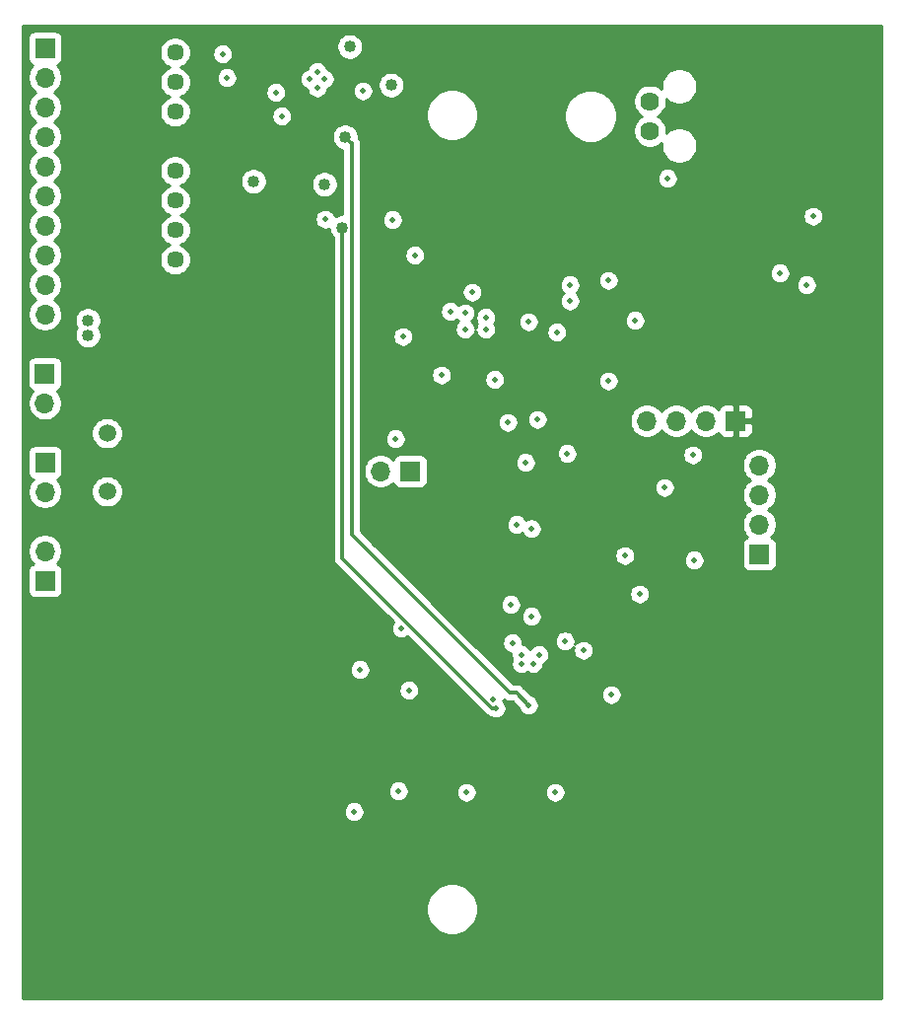
<source format=gbr>
G04 #@! TF.GenerationSoftware,KiCad,Pcbnew,(5.1.5)-3*
G04 #@! TF.CreationDate,2020-03-31T14:54:24-05:00*
G04 #@! TF.ProjectId,digital_pcb,64696769-7461-46c5-9f70-63622e6b6963,rev?*
G04 #@! TF.SameCoordinates,Original*
G04 #@! TF.FileFunction,Copper,L3,Inr*
G04 #@! TF.FilePolarity,Positive*
%FSLAX46Y46*%
G04 Gerber Fmt 4.6, Leading zero omitted, Abs format (unit mm)*
G04 Created by KiCad (PCBNEW (5.1.5)-3) date 2020-03-31 14:54:24*
%MOMM*%
%LPD*%
G04 APERTURE LIST*
%ADD10C,1.620000*%
%ADD11C,1.500000*%
%ADD12R,1.700000X1.700000*%
%ADD13O,1.700000X1.700000*%
%ADD14C,1.450000*%
%ADD15C,0.508000*%
%ADD16C,1.016000*%
%ADD17C,0.304800*%
%ADD18C,0.254000*%
G04 APERTURE END LIST*
D10*
X170688000Y-60960000D03*
X170688000Y-63500000D03*
D11*
X124079000Y-89448000D03*
X124079000Y-94448000D03*
D12*
X178054000Y-88392000D03*
D13*
X175514000Y-88392000D03*
X172974000Y-88392000D03*
X170434000Y-88392000D03*
X118740000Y-79250000D03*
X118740000Y-76710000D03*
X118740000Y-74170000D03*
X118740000Y-71630000D03*
X118740000Y-69090000D03*
X118740000Y-66550000D03*
X118740000Y-64010000D03*
X118740000Y-61470000D03*
X118740000Y-58930000D03*
D12*
X118740000Y-56390000D03*
D13*
X147574000Y-92710000D03*
D12*
X150114000Y-92710000D03*
D13*
X118745000Y-94488000D03*
D12*
X118745000Y-91948000D03*
D14*
X129921000Y-56769000D03*
X129921000Y-59309000D03*
X129921000Y-61849000D03*
X129921000Y-66929000D03*
X129921000Y-69469000D03*
X129921000Y-72009000D03*
X129921000Y-74549000D03*
D13*
X180086000Y-92202000D03*
X180086000Y-94742000D03*
X180086000Y-97282000D03*
D12*
X180086000Y-99822000D03*
D13*
X118745000Y-99568000D03*
D12*
X118745000Y-102108000D03*
D13*
X118732300Y-86880700D03*
D12*
X118732300Y-84340700D03*
D15*
X174371000Y-91313000D03*
X160020000Y-91948000D03*
X148844000Y-89916000D03*
X158496000Y-88519000D03*
X161036000Y-88265000D03*
X169799000Y-103251000D03*
X168529000Y-99949000D03*
X174498000Y-100330000D03*
X149987000Y-111506000D03*
X162560000Y-120269000D03*
X154940000Y-120269000D03*
X167386000Y-111887000D03*
X167132000Y-76327000D03*
X150495000Y-74168000D03*
X155429443Y-77348657D03*
X160274000Y-79883000D03*
X156591000Y-80518000D03*
X154813000Y-80518000D03*
X153543000Y-78994000D03*
X154813000Y-79121000D03*
X149479000Y-81153000D03*
X152781000Y-84455000D03*
X156591000Y-79502000D03*
X162687000Y-80772000D03*
X169418000Y-79756000D03*
X171958000Y-94107000D03*
X139065000Y-62230000D03*
X145796000Y-109728000D03*
X149352000Y-106172000D03*
X157226000Y-112268000D03*
X158750000Y-104140000D03*
X160528000Y-105156000D03*
X160528000Y-97633600D03*
X163576000Y-91186000D03*
X184704500Y-70819500D03*
X181864000Y-75692000D03*
X184150000Y-76708000D03*
X172212000Y-67564000D03*
D16*
X142748000Y-68072000D03*
X136652000Y-67818000D03*
X122428000Y-81026000D03*
X122428000Y-79756000D03*
D15*
X149098000Y-120142000D03*
X133985000Y-56896000D03*
X134366000Y-58928000D03*
X138557000Y-60198000D03*
X142113000Y-58420000D03*
X142113000Y-59817000D03*
X142748000Y-59055000D03*
X141478000Y-59055000D03*
X146050000Y-60071000D03*
X159258000Y-97282000D03*
X171483000Y-93378000D03*
X162844500Y-91663500D03*
X148717000Y-88392000D03*
X163830000Y-89662000D03*
X168148000Y-103251000D03*
X170974000Y-101251000D03*
X162960600Y-112324000D03*
X152654000Y-76708000D03*
X160274000Y-81661000D03*
X151642000Y-79506000D03*
X167259000Y-82677000D03*
X145796000Y-107950000D03*
X161544000Y-101600000D03*
X188468000Y-76708000D03*
D16*
X139192000Y-80518000D03*
X140462000Y-80518000D03*
D15*
X174244000Y-74676000D03*
X170053000Y-108458000D03*
X167640000Y-110236000D03*
X154559000Y-105410000D03*
D16*
X144272000Y-71813600D03*
D15*
X157480000Y-113030000D03*
D16*
X144526000Y-64008000D03*
D15*
X160274000Y-112776000D03*
X148590000Y-71120000D03*
X142791000Y-71077000D03*
X145288000Y-121920000D03*
X167132000Y-84963000D03*
X157353000Y-84836000D03*
X163830000Y-78105000D03*
X163830000Y-76708000D03*
X164973000Y-108077000D03*
X163410759Y-107276759D03*
X159639000Y-108458000D03*
X161163000Y-108458000D03*
X160655000Y-109220000D03*
X159639000Y-109220000D03*
X158877000Y-107442000D03*
D16*
X144907000Y-56261000D03*
X148463000Y-59563000D03*
D17*
X144272000Y-72532020D02*
X144272000Y-71813600D01*
X144272000Y-100181210D02*
X144272000Y-72532020D01*
X157120790Y-113030000D02*
X144272000Y-100181210D01*
X157480000Y-113030000D02*
X157120790Y-113030000D01*
X145033999Y-64515999D02*
X144526000Y-64008000D01*
X145084801Y-64566801D02*
X145033999Y-64515999D01*
X145084801Y-98159827D02*
X145084801Y-64566801D01*
X158634173Y-111709199D02*
X145084801Y-98159827D01*
X159207199Y-111709199D02*
X158634173Y-111709199D01*
X160274000Y-112776000D02*
X159207199Y-111709199D01*
D18*
G36*
X190540001Y-137940000D02*
G01*
X116860000Y-137940000D01*
X116860000Y-130079872D01*
X151465000Y-130079872D01*
X151465000Y-130520128D01*
X151550890Y-130951925D01*
X151719369Y-131358669D01*
X151963962Y-131724729D01*
X152275271Y-132036038D01*
X152641331Y-132280631D01*
X153048075Y-132449110D01*
X153479872Y-132535000D01*
X153920128Y-132535000D01*
X154351925Y-132449110D01*
X154758669Y-132280631D01*
X155124729Y-132036038D01*
X155436038Y-131724729D01*
X155680631Y-131358669D01*
X155849110Y-130951925D01*
X155935000Y-130520128D01*
X155935000Y-130079872D01*
X155849110Y-129648075D01*
X155680631Y-129241331D01*
X155436038Y-128875271D01*
X155124729Y-128563962D01*
X154758669Y-128319369D01*
X154351925Y-128150890D01*
X153920128Y-128065000D01*
X153479872Y-128065000D01*
X153048075Y-128150890D01*
X152641331Y-128319369D01*
X152275271Y-128563962D01*
X151963962Y-128875271D01*
X151719369Y-129241331D01*
X151550890Y-129648075D01*
X151465000Y-130079872D01*
X116860000Y-130079872D01*
X116860000Y-121832441D01*
X144399000Y-121832441D01*
X144399000Y-122007559D01*
X144433164Y-122179312D01*
X144500179Y-122341099D01*
X144597469Y-122486704D01*
X144721296Y-122610531D01*
X144866901Y-122707821D01*
X145028688Y-122774836D01*
X145200441Y-122809000D01*
X145375559Y-122809000D01*
X145547312Y-122774836D01*
X145709099Y-122707821D01*
X145854704Y-122610531D01*
X145978531Y-122486704D01*
X146075821Y-122341099D01*
X146142836Y-122179312D01*
X146177000Y-122007559D01*
X146177000Y-121832441D01*
X146142836Y-121660688D01*
X146075821Y-121498901D01*
X145978531Y-121353296D01*
X145854704Y-121229469D01*
X145709099Y-121132179D01*
X145547312Y-121065164D01*
X145375559Y-121031000D01*
X145200441Y-121031000D01*
X145028688Y-121065164D01*
X144866901Y-121132179D01*
X144721296Y-121229469D01*
X144597469Y-121353296D01*
X144500179Y-121498901D01*
X144433164Y-121660688D01*
X144399000Y-121832441D01*
X116860000Y-121832441D01*
X116860000Y-120054441D01*
X148209000Y-120054441D01*
X148209000Y-120229559D01*
X148243164Y-120401312D01*
X148310179Y-120563099D01*
X148407469Y-120708704D01*
X148531296Y-120832531D01*
X148676901Y-120929821D01*
X148838688Y-120996836D01*
X149010441Y-121031000D01*
X149185559Y-121031000D01*
X149357312Y-120996836D01*
X149519099Y-120929821D01*
X149664704Y-120832531D01*
X149788531Y-120708704D01*
X149885821Y-120563099D01*
X149952836Y-120401312D01*
X149987000Y-120229559D01*
X149987000Y-120181441D01*
X154051000Y-120181441D01*
X154051000Y-120356559D01*
X154085164Y-120528312D01*
X154152179Y-120690099D01*
X154249469Y-120835704D01*
X154373296Y-120959531D01*
X154518901Y-121056821D01*
X154680688Y-121123836D01*
X154852441Y-121158000D01*
X155027559Y-121158000D01*
X155199312Y-121123836D01*
X155361099Y-121056821D01*
X155506704Y-120959531D01*
X155630531Y-120835704D01*
X155727821Y-120690099D01*
X155794836Y-120528312D01*
X155829000Y-120356559D01*
X155829000Y-120181441D01*
X161671000Y-120181441D01*
X161671000Y-120356559D01*
X161705164Y-120528312D01*
X161772179Y-120690099D01*
X161869469Y-120835704D01*
X161993296Y-120959531D01*
X162138901Y-121056821D01*
X162300688Y-121123836D01*
X162472441Y-121158000D01*
X162647559Y-121158000D01*
X162819312Y-121123836D01*
X162981099Y-121056821D01*
X163126704Y-120959531D01*
X163250531Y-120835704D01*
X163347821Y-120690099D01*
X163414836Y-120528312D01*
X163449000Y-120356559D01*
X163449000Y-120181441D01*
X163414836Y-120009688D01*
X163347821Y-119847901D01*
X163250531Y-119702296D01*
X163126704Y-119578469D01*
X162981099Y-119481179D01*
X162819312Y-119414164D01*
X162647559Y-119380000D01*
X162472441Y-119380000D01*
X162300688Y-119414164D01*
X162138901Y-119481179D01*
X161993296Y-119578469D01*
X161869469Y-119702296D01*
X161772179Y-119847901D01*
X161705164Y-120009688D01*
X161671000Y-120181441D01*
X155829000Y-120181441D01*
X155794836Y-120009688D01*
X155727821Y-119847901D01*
X155630531Y-119702296D01*
X155506704Y-119578469D01*
X155361099Y-119481179D01*
X155199312Y-119414164D01*
X155027559Y-119380000D01*
X154852441Y-119380000D01*
X154680688Y-119414164D01*
X154518901Y-119481179D01*
X154373296Y-119578469D01*
X154249469Y-119702296D01*
X154152179Y-119847901D01*
X154085164Y-120009688D01*
X154051000Y-120181441D01*
X149987000Y-120181441D01*
X149987000Y-120054441D01*
X149952836Y-119882688D01*
X149885821Y-119720901D01*
X149788531Y-119575296D01*
X149664704Y-119451469D01*
X149519099Y-119354179D01*
X149357312Y-119287164D01*
X149185559Y-119253000D01*
X149010441Y-119253000D01*
X148838688Y-119287164D01*
X148676901Y-119354179D01*
X148531296Y-119451469D01*
X148407469Y-119575296D01*
X148310179Y-119720901D01*
X148243164Y-119882688D01*
X148209000Y-120054441D01*
X116860000Y-120054441D01*
X116860000Y-111418441D01*
X149098000Y-111418441D01*
X149098000Y-111593559D01*
X149132164Y-111765312D01*
X149199179Y-111927099D01*
X149296469Y-112072704D01*
X149420296Y-112196531D01*
X149565901Y-112293821D01*
X149727688Y-112360836D01*
X149899441Y-112395000D01*
X150074559Y-112395000D01*
X150246312Y-112360836D01*
X150408099Y-112293821D01*
X150553704Y-112196531D01*
X150677531Y-112072704D01*
X150774821Y-111927099D01*
X150841836Y-111765312D01*
X150876000Y-111593559D01*
X150876000Y-111418441D01*
X150841836Y-111246688D01*
X150774821Y-111084901D01*
X150677531Y-110939296D01*
X150553704Y-110815469D01*
X150408099Y-110718179D01*
X150246312Y-110651164D01*
X150074559Y-110617000D01*
X149899441Y-110617000D01*
X149727688Y-110651164D01*
X149565901Y-110718179D01*
X149420296Y-110815469D01*
X149296469Y-110939296D01*
X149199179Y-111084901D01*
X149132164Y-111246688D01*
X149098000Y-111418441D01*
X116860000Y-111418441D01*
X116860000Y-109640441D01*
X144907000Y-109640441D01*
X144907000Y-109815559D01*
X144941164Y-109987312D01*
X145008179Y-110149099D01*
X145105469Y-110294704D01*
X145229296Y-110418531D01*
X145374901Y-110515821D01*
X145536688Y-110582836D01*
X145708441Y-110617000D01*
X145883559Y-110617000D01*
X146055312Y-110582836D01*
X146217099Y-110515821D01*
X146362704Y-110418531D01*
X146486531Y-110294704D01*
X146583821Y-110149099D01*
X146650836Y-109987312D01*
X146685000Y-109815559D01*
X146685000Y-109640441D01*
X146650836Y-109468688D01*
X146583821Y-109306901D01*
X146486531Y-109161296D01*
X146362704Y-109037469D01*
X146217099Y-108940179D01*
X146055312Y-108873164D01*
X145883559Y-108839000D01*
X145708441Y-108839000D01*
X145536688Y-108873164D01*
X145374901Y-108940179D01*
X145229296Y-109037469D01*
X145105469Y-109161296D01*
X145008179Y-109306901D01*
X144941164Y-109468688D01*
X144907000Y-109640441D01*
X116860000Y-109640441D01*
X116860000Y-101258000D01*
X117256928Y-101258000D01*
X117256928Y-102958000D01*
X117269188Y-103082482D01*
X117305498Y-103202180D01*
X117364463Y-103312494D01*
X117443815Y-103409185D01*
X117540506Y-103488537D01*
X117650820Y-103547502D01*
X117770518Y-103583812D01*
X117895000Y-103596072D01*
X119595000Y-103596072D01*
X119719482Y-103583812D01*
X119839180Y-103547502D01*
X119949494Y-103488537D01*
X120046185Y-103409185D01*
X120125537Y-103312494D01*
X120184502Y-103202180D01*
X120220812Y-103082482D01*
X120233072Y-102958000D01*
X120233072Y-101258000D01*
X120220812Y-101133518D01*
X120184502Y-101013820D01*
X120125537Y-100903506D01*
X120046185Y-100806815D01*
X119949494Y-100727463D01*
X119839180Y-100668498D01*
X119766620Y-100646487D01*
X119898475Y-100514632D01*
X120060990Y-100271411D01*
X120172932Y-100001158D01*
X120230000Y-99714260D01*
X120230000Y-99421740D01*
X120172932Y-99134842D01*
X120060990Y-98864589D01*
X119898475Y-98621368D01*
X119691632Y-98414525D01*
X119448411Y-98252010D01*
X119178158Y-98140068D01*
X118891260Y-98083000D01*
X118598740Y-98083000D01*
X118311842Y-98140068D01*
X118041589Y-98252010D01*
X117798368Y-98414525D01*
X117591525Y-98621368D01*
X117429010Y-98864589D01*
X117317068Y-99134842D01*
X117260000Y-99421740D01*
X117260000Y-99714260D01*
X117317068Y-100001158D01*
X117429010Y-100271411D01*
X117591525Y-100514632D01*
X117723380Y-100646487D01*
X117650820Y-100668498D01*
X117540506Y-100727463D01*
X117443815Y-100806815D01*
X117364463Y-100903506D01*
X117305498Y-101013820D01*
X117269188Y-101133518D01*
X117256928Y-101258000D01*
X116860000Y-101258000D01*
X116860000Y-91098000D01*
X117256928Y-91098000D01*
X117256928Y-92798000D01*
X117269188Y-92922482D01*
X117305498Y-93042180D01*
X117364463Y-93152494D01*
X117443815Y-93249185D01*
X117540506Y-93328537D01*
X117650820Y-93387502D01*
X117723380Y-93409513D01*
X117591525Y-93541368D01*
X117429010Y-93784589D01*
X117317068Y-94054842D01*
X117260000Y-94341740D01*
X117260000Y-94634260D01*
X117317068Y-94921158D01*
X117429010Y-95191411D01*
X117591525Y-95434632D01*
X117798368Y-95641475D01*
X118041589Y-95803990D01*
X118311842Y-95915932D01*
X118598740Y-95973000D01*
X118891260Y-95973000D01*
X119178158Y-95915932D01*
X119448411Y-95803990D01*
X119691632Y-95641475D01*
X119898475Y-95434632D01*
X120060990Y-95191411D01*
X120172932Y-94921158D01*
X120230000Y-94634260D01*
X120230000Y-94341740D01*
X120224003Y-94311589D01*
X122694000Y-94311589D01*
X122694000Y-94584411D01*
X122747225Y-94851989D01*
X122851629Y-95104043D01*
X123003201Y-95330886D01*
X123196114Y-95523799D01*
X123422957Y-95675371D01*
X123675011Y-95779775D01*
X123942589Y-95833000D01*
X124215411Y-95833000D01*
X124482989Y-95779775D01*
X124735043Y-95675371D01*
X124961886Y-95523799D01*
X125154799Y-95330886D01*
X125306371Y-95104043D01*
X125410775Y-94851989D01*
X125464000Y-94584411D01*
X125464000Y-94311589D01*
X125410775Y-94044011D01*
X125306371Y-93791957D01*
X125154799Y-93565114D01*
X124961886Y-93372201D01*
X124735043Y-93220629D01*
X124482989Y-93116225D01*
X124215411Y-93063000D01*
X123942589Y-93063000D01*
X123675011Y-93116225D01*
X123422957Y-93220629D01*
X123196114Y-93372201D01*
X123003201Y-93565114D01*
X122851629Y-93791957D01*
X122747225Y-94044011D01*
X122694000Y-94311589D01*
X120224003Y-94311589D01*
X120172932Y-94054842D01*
X120060990Y-93784589D01*
X119898475Y-93541368D01*
X119766620Y-93409513D01*
X119839180Y-93387502D01*
X119949494Y-93328537D01*
X120046185Y-93249185D01*
X120125537Y-93152494D01*
X120184502Y-93042180D01*
X120220812Y-92922482D01*
X120233072Y-92798000D01*
X120233072Y-91098000D01*
X120220812Y-90973518D01*
X120184502Y-90853820D01*
X120125537Y-90743506D01*
X120046185Y-90646815D01*
X119949494Y-90567463D01*
X119839180Y-90508498D01*
X119719482Y-90472188D01*
X119595000Y-90459928D01*
X117895000Y-90459928D01*
X117770518Y-90472188D01*
X117650820Y-90508498D01*
X117540506Y-90567463D01*
X117443815Y-90646815D01*
X117364463Y-90743506D01*
X117305498Y-90853820D01*
X117269188Y-90973518D01*
X117256928Y-91098000D01*
X116860000Y-91098000D01*
X116860000Y-89311589D01*
X122694000Y-89311589D01*
X122694000Y-89584411D01*
X122747225Y-89851989D01*
X122851629Y-90104043D01*
X123003201Y-90330886D01*
X123196114Y-90523799D01*
X123422957Y-90675371D01*
X123675011Y-90779775D01*
X123942589Y-90833000D01*
X124215411Y-90833000D01*
X124482989Y-90779775D01*
X124735043Y-90675371D01*
X124961886Y-90523799D01*
X125154799Y-90330886D01*
X125306371Y-90104043D01*
X125410775Y-89851989D01*
X125464000Y-89584411D01*
X125464000Y-89311589D01*
X125410775Y-89044011D01*
X125306371Y-88791957D01*
X125154799Y-88565114D01*
X124961886Y-88372201D01*
X124735043Y-88220629D01*
X124482989Y-88116225D01*
X124215411Y-88063000D01*
X123942589Y-88063000D01*
X123675011Y-88116225D01*
X123422957Y-88220629D01*
X123196114Y-88372201D01*
X123003201Y-88565114D01*
X122851629Y-88791957D01*
X122747225Y-89044011D01*
X122694000Y-89311589D01*
X116860000Y-89311589D01*
X116860000Y-83490700D01*
X117244228Y-83490700D01*
X117244228Y-85190700D01*
X117256488Y-85315182D01*
X117292798Y-85434880D01*
X117351763Y-85545194D01*
X117431115Y-85641885D01*
X117527806Y-85721237D01*
X117638120Y-85780202D01*
X117710680Y-85802213D01*
X117578825Y-85934068D01*
X117416310Y-86177289D01*
X117304368Y-86447542D01*
X117247300Y-86734440D01*
X117247300Y-87026960D01*
X117304368Y-87313858D01*
X117416310Y-87584111D01*
X117578825Y-87827332D01*
X117785668Y-88034175D01*
X118028889Y-88196690D01*
X118299142Y-88308632D01*
X118586040Y-88365700D01*
X118878560Y-88365700D01*
X119165458Y-88308632D01*
X119435711Y-88196690D01*
X119678932Y-88034175D01*
X119885775Y-87827332D01*
X120048290Y-87584111D01*
X120160232Y-87313858D01*
X120217300Y-87026960D01*
X120217300Y-86734440D01*
X120160232Y-86447542D01*
X120048290Y-86177289D01*
X119885775Y-85934068D01*
X119753920Y-85802213D01*
X119826480Y-85780202D01*
X119936794Y-85721237D01*
X120033485Y-85641885D01*
X120112837Y-85545194D01*
X120171802Y-85434880D01*
X120208112Y-85315182D01*
X120220372Y-85190700D01*
X120220372Y-83490700D01*
X120208112Y-83366218D01*
X120171802Y-83246520D01*
X120112837Y-83136206D01*
X120033485Y-83039515D01*
X119936794Y-82960163D01*
X119826480Y-82901198D01*
X119706782Y-82864888D01*
X119582300Y-82852628D01*
X117882300Y-82852628D01*
X117757818Y-82864888D01*
X117638120Y-82901198D01*
X117527806Y-82960163D01*
X117431115Y-83039515D01*
X117351763Y-83136206D01*
X117292798Y-83246520D01*
X117256488Y-83366218D01*
X117244228Y-83490700D01*
X116860000Y-83490700D01*
X116860000Y-55540000D01*
X117251928Y-55540000D01*
X117251928Y-57240000D01*
X117264188Y-57364482D01*
X117300498Y-57484180D01*
X117359463Y-57594494D01*
X117438815Y-57691185D01*
X117535506Y-57770537D01*
X117645820Y-57829502D01*
X117718380Y-57851513D01*
X117586525Y-57983368D01*
X117424010Y-58226589D01*
X117312068Y-58496842D01*
X117255000Y-58783740D01*
X117255000Y-59076260D01*
X117312068Y-59363158D01*
X117424010Y-59633411D01*
X117586525Y-59876632D01*
X117793368Y-60083475D01*
X117967760Y-60200000D01*
X117793368Y-60316525D01*
X117586525Y-60523368D01*
X117424010Y-60766589D01*
X117312068Y-61036842D01*
X117255000Y-61323740D01*
X117255000Y-61616260D01*
X117312068Y-61903158D01*
X117424010Y-62173411D01*
X117586525Y-62416632D01*
X117793368Y-62623475D01*
X117967760Y-62740000D01*
X117793368Y-62856525D01*
X117586525Y-63063368D01*
X117424010Y-63306589D01*
X117312068Y-63576842D01*
X117255000Y-63863740D01*
X117255000Y-64156260D01*
X117312068Y-64443158D01*
X117424010Y-64713411D01*
X117586525Y-64956632D01*
X117793368Y-65163475D01*
X117967760Y-65280000D01*
X117793368Y-65396525D01*
X117586525Y-65603368D01*
X117424010Y-65846589D01*
X117312068Y-66116842D01*
X117255000Y-66403740D01*
X117255000Y-66696260D01*
X117312068Y-66983158D01*
X117424010Y-67253411D01*
X117586525Y-67496632D01*
X117793368Y-67703475D01*
X117967760Y-67820000D01*
X117793368Y-67936525D01*
X117586525Y-68143368D01*
X117424010Y-68386589D01*
X117312068Y-68656842D01*
X117255000Y-68943740D01*
X117255000Y-69236260D01*
X117312068Y-69523158D01*
X117424010Y-69793411D01*
X117586525Y-70036632D01*
X117793368Y-70243475D01*
X117967760Y-70360000D01*
X117793368Y-70476525D01*
X117586525Y-70683368D01*
X117424010Y-70926589D01*
X117312068Y-71196842D01*
X117255000Y-71483740D01*
X117255000Y-71776260D01*
X117312068Y-72063158D01*
X117424010Y-72333411D01*
X117586525Y-72576632D01*
X117793368Y-72783475D01*
X117967760Y-72900000D01*
X117793368Y-73016525D01*
X117586525Y-73223368D01*
X117424010Y-73466589D01*
X117312068Y-73736842D01*
X117255000Y-74023740D01*
X117255000Y-74316260D01*
X117312068Y-74603158D01*
X117424010Y-74873411D01*
X117586525Y-75116632D01*
X117793368Y-75323475D01*
X117967760Y-75440000D01*
X117793368Y-75556525D01*
X117586525Y-75763368D01*
X117424010Y-76006589D01*
X117312068Y-76276842D01*
X117255000Y-76563740D01*
X117255000Y-76856260D01*
X117312068Y-77143158D01*
X117424010Y-77413411D01*
X117586525Y-77656632D01*
X117793368Y-77863475D01*
X117967760Y-77980000D01*
X117793368Y-78096525D01*
X117586525Y-78303368D01*
X117424010Y-78546589D01*
X117312068Y-78816842D01*
X117255000Y-79103740D01*
X117255000Y-79396260D01*
X117312068Y-79683158D01*
X117424010Y-79953411D01*
X117586525Y-80196632D01*
X117793368Y-80403475D01*
X118036589Y-80565990D01*
X118306842Y-80677932D01*
X118593740Y-80735000D01*
X118886260Y-80735000D01*
X119173158Y-80677932D01*
X119443411Y-80565990D01*
X119686632Y-80403475D01*
X119893475Y-80196632D01*
X120055990Y-79953411D01*
X120167932Y-79683158D01*
X120175835Y-79643424D01*
X121285000Y-79643424D01*
X121285000Y-79868576D01*
X121328925Y-80089401D01*
X121415087Y-80297413D01*
X121477619Y-80391000D01*
X121415087Y-80484587D01*
X121328925Y-80692599D01*
X121285000Y-80913424D01*
X121285000Y-81138576D01*
X121328925Y-81359401D01*
X121415087Y-81567413D01*
X121540174Y-81754620D01*
X121699380Y-81913826D01*
X121886587Y-82038913D01*
X122094599Y-82125075D01*
X122315424Y-82169000D01*
X122540576Y-82169000D01*
X122761401Y-82125075D01*
X122969413Y-82038913D01*
X123156620Y-81913826D01*
X123315826Y-81754620D01*
X123440913Y-81567413D01*
X123527075Y-81359401D01*
X123571000Y-81138576D01*
X123571000Y-80913424D01*
X123527075Y-80692599D01*
X123440913Y-80484587D01*
X123378381Y-80391000D01*
X123440913Y-80297413D01*
X123527075Y-80089401D01*
X123571000Y-79868576D01*
X123571000Y-79643424D01*
X123527075Y-79422599D01*
X123440913Y-79214587D01*
X123315826Y-79027380D01*
X123156620Y-78868174D01*
X122969413Y-78743087D01*
X122761401Y-78656925D01*
X122540576Y-78613000D01*
X122315424Y-78613000D01*
X122094599Y-78656925D01*
X121886587Y-78743087D01*
X121699380Y-78868174D01*
X121540174Y-79027380D01*
X121415087Y-79214587D01*
X121328925Y-79422599D01*
X121285000Y-79643424D01*
X120175835Y-79643424D01*
X120225000Y-79396260D01*
X120225000Y-79103740D01*
X120167932Y-78816842D01*
X120055990Y-78546589D01*
X119893475Y-78303368D01*
X119686632Y-78096525D01*
X119512240Y-77980000D01*
X119686632Y-77863475D01*
X119893475Y-77656632D01*
X120055990Y-77413411D01*
X120167932Y-77143158D01*
X120225000Y-76856260D01*
X120225000Y-76563740D01*
X120167932Y-76276842D01*
X120055990Y-76006589D01*
X119893475Y-75763368D01*
X119686632Y-75556525D01*
X119512240Y-75440000D01*
X119686632Y-75323475D01*
X119893475Y-75116632D01*
X120055990Y-74873411D01*
X120167932Y-74603158D01*
X120225000Y-74316260D01*
X120225000Y-74023740D01*
X120167932Y-73736842D01*
X120055990Y-73466589D01*
X119893475Y-73223368D01*
X119686632Y-73016525D01*
X119512240Y-72900000D01*
X119686632Y-72783475D01*
X119893475Y-72576632D01*
X120055990Y-72333411D01*
X120167932Y-72063158D01*
X120225000Y-71776260D01*
X120225000Y-71483740D01*
X120167932Y-71196842D01*
X120055990Y-70926589D01*
X119893475Y-70683368D01*
X119686632Y-70476525D01*
X119512240Y-70360000D01*
X119686632Y-70243475D01*
X119893475Y-70036632D01*
X120055990Y-69793411D01*
X120167932Y-69523158D01*
X120225000Y-69236260D01*
X120225000Y-68943740D01*
X120167932Y-68656842D01*
X120055990Y-68386589D01*
X119893475Y-68143368D01*
X119686632Y-67936525D01*
X119512240Y-67820000D01*
X119686632Y-67703475D01*
X119893475Y-67496632D01*
X120055990Y-67253411D01*
X120167932Y-66983158D01*
X120205348Y-66795052D01*
X128561000Y-66795052D01*
X128561000Y-67062948D01*
X128613264Y-67325697D01*
X128715784Y-67573201D01*
X128864619Y-67795949D01*
X129054051Y-67985381D01*
X129276799Y-68134216D01*
X129433201Y-68199000D01*
X129276799Y-68263784D01*
X129054051Y-68412619D01*
X128864619Y-68602051D01*
X128715784Y-68824799D01*
X128613264Y-69072303D01*
X128561000Y-69335052D01*
X128561000Y-69602948D01*
X128613264Y-69865697D01*
X128715784Y-70113201D01*
X128864619Y-70335949D01*
X129054051Y-70525381D01*
X129276799Y-70674216D01*
X129433201Y-70739000D01*
X129276799Y-70803784D01*
X129054051Y-70952619D01*
X128864619Y-71142051D01*
X128715784Y-71364799D01*
X128613264Y-71612303D01*
X128561000Y-71875052D01*
X128561000Y-72142948D01*
X128613264Y-72405697D01*
X128715784Y-72653201D01*
X128864619Y-72875949D01*
X129054051Y-73065381D01*
X129276799Y-73214216D01*
X129433201Y-73279000D01*
X129276799Y-73343784D01*
X129054051Y-73492619D01*
X128864619Y-73682051D01*
X128715784Y-73904799D01*
X128613264Y-74152303D01*
X128561000Y-74415052D01*
X128561000Y-74682948D01*
X128613264Y-74945697D01*
X128715784Y-75193201D01*
X128864619Y-75415949D01*
X129054051Y-75605381D01*
X129276799Y-75754216D01*
X129524303Y-75856736D01*
X129787052Y-75909000D01*
X130054948Y-75909000D01*
X130317697Y-75856736D01*
X130565201Y-75754216D01*
X130787949Y-75605381D01*
X130977381Y-75415949D01*
X131126216Y-75193201D01*
X131228736Y-74945697D01*
X131281000Y-74682948D01*
X131281000Y-74415052D01*
X131228736Y-74152303D01*
X131126216Y-73904799D01*
X130977381Y-73682051D01*
X130787949Y-73492619D01*
X130565201Y-73343784D01*
X130408799Y-73279000D01*
X130565201Y-73214216D01*
X130787949Y-73065381D01*
X130977381Y-72875949D01*
X131126216Y-72653201D01*
X131228736Y-72405697D01*
X131281000Y-72142948D01*
X131281000Y-71875052D01*
X131228736Y-71612303D01*
X131126216Y-71364799D01*
X130977381Y-71142051D01*
X130824771Y-70989441D01*
X141902000Y-70989441D01*
X141902000Y-71164559D01*
X141936164Y-71336312D01*
X142003179Y-71498099D01*
X142100469Y-71643704D01*
X142224296Y-71767531D01*
X142369901Y-71864821D01*
X142531688Y-71931836D01*
X142703441Y-71966000D01*
X142878559Y-71966000D01*
X143050312Y-71931836D01*
X143129000Y-71899242D01*
X143129000Y-71926176D01*
X143172925Y-72147001D01*
X143259087Y-72355013D01*
X143384174Y-72542220D01*
X143484601Y-72642647D01*
X143484600Y-100142547D01*
X143480792Y-100181210D01*
X143484600Y-100219873D01*
X143484600Y-100219882D01*
X143495994Y-100335566D01*
X143541018Y-100483992D01*
X143614134Y-100620781D01*
X143712531Y-100740679D01*
X143742578Y-100765338D01*
X148629853Y-105652613D01*
X148564179Y-105750901D01*
X148497164Y-105912688D01*
X148463000Y-106084441D01*
X148463000Y-106259559D01*
X148497164Y-106431312D01*
X148564179Y-106593099D01*
X148661469Y-106738704D01*
X148785296Y-106862531D01*
X148930901Y-106959821D01*
X149092688Y-107026836D01*
X149264441Y-107061000D01*
X149439559Y-107061000D01*
X149611312Y-107026836D01*
X149773099Y-106959821D01*
X149871387Y-106894147D01*
X156536667Y-113559428D01*
X156561321Y-113589469D01*
X156681218Y-113687866D01*
X156818007Y-113760982D01*
X156966433Y-113806006D01*
X157054148Y-113814645D01*
X157058901Y-113817821D01*
X157220688Y-113884836D01*
X157392441Y-113919000D01*
X157567559Y-113919000D01*
X157739312Y-113884836D01*
X157901099Y-113817821D01*
X158046704Y-113720531D01*
X158170531Y-113596704D01*
X158267821Y-113451099D01*
X158334836Y-113289312D01*
X158369000Y-113117559D01*
X158369000Y-112942441D01*
X158334836Y-112770688D01*
X158267821Y-112608901D01*
X158170531Y-112463296D01*
X158106338Y-112399103D01*
X158115000Y-112355559D01*
X158115000Y-112301739D01*
X158160975Y-112339469D01*
X158194601Y-112367065D01*
X158331390Y-112440181D01*
X158479816Y-112485205D01*
X158595500Y-112496599D01*
X158595508Y-112496599D01*
X158634173Y-112500407D01*
X158672838Y-112496599D01*
X158881049Y-112496599D01*
X159419016Y-113034567D01*
X159419164Y-113035312D01*
X159486179Y-113197099D01*
X159583469Y-113342704D01*
X159707296Y-113466531D01*
X159852901Y-113563821D01*
X160014688Y-113630836D01*
X160186441Y-113665000D01*
X160361559Y-113665000D01*
X160533312Y-113630836D01*
X160695099Y-113563821D01*
X160840704Y-113466531D01*
X160964531Y-113342704D01*
X161061821Y-113197099D01*
X161128836Y-113035312D01*
X161163000Y-112863559D01*
X161163000Y-112688441D01*
X161128836Y-112516688D01*
X161061821Y-112354901D01*
X160964531Y-112209296D01*
X160840704Y-112085469D01*
X160695099Y-111988179D01*
X160533312Y-111921164D01*
X160532567Y-111921016D01*
X160410992Y-111799441D01*
X166497000Y-111799441D01*
X166497000Y-111974559D01*
X166531164Y-112146312D01*
X166598179Y-112308099D01*
X166695469Y-112453704D01*
X166819296Y-112577531D01*
X166964901Y-112674821D01*
X167126688Y-112741836D01*
X167298441Y-112776000D01*
X167473559Y-112776000D01*
X167645312Y-112741836D01*
X167807099Y-112674821D01*
X167952704Y-112577531D01*
X168076531Y-112453704D01*
X168173821Y-112308099D01*
X168240836Y-112146312D01*
X168275000Y-111974559D01*
X168275000Y-111799441D01*
X168240836Y-111627688D01*
X168173821Y-111465901D01*
X168076531Y-111320296D01*
X167952704Y-111196469D01*
X167807099Y-111099179D01*
X167645312Y-111032164D01*
X167473559Y-110998000D01*
X167298441Y-110998000D01*
X167126688Y-111032164D01*
X166964901Y-111099179D01*
X166819296Y-111196469D01*
X166695469Y-111320296D01*
X166598179Y-111465901D01*
X166531164Y-111627688D01*
X166497000Y-111799441D01*
X160410992Y-111799441D01*
X159791326Y-111179776D01*
X159766668Y-111149730D01*
X159646771Y-111051333D01*
X159509982Y-110978217D01*
X159361556Y-110933193D01*
X159245872Y-110921799D01*
X159245862Y-110921799D01*
X159207199Y-110917991D01*
X159168536Y-110921799D01*
X158960325Y-110921799D01*
X155392967Y-107354441D01*
X157988000Y-107354441D01*
X157988000Y-107529559D01*
X158022164Y-107701312D01*
X158089179Y-107863099D01*
X158186469Y-108008704D01*
X158310296Y-108132531D01*
X158455901Y-108229821D01*
X158617688Y-108296836D01*
X158759048Y-108324954D01*
X158750000Y-108370441D01*
X158750000Y-108545559D01*
X158784164Y-108717312D01*
X158834569Y-108839000D01*
X158784164Y-108960688D01*
X158750000Y-109132441D01*
X158750000Y-109307559D01*
X158784164Y-109479312D01*
X158851179Y-109641099D01*
X158948469Y-109786704D01*
X159072296Y-109910531D01*
X159217901Y-110007821D01*
X159379688Y-110074836D01*
X159551441Y-110109000D01*
X159726559Y-110109000D01*
X159898312Y-110074836D01*
X160060099Y-110007821D01*
X160147000Y-109949756D01*
X160233901Y-110007821D01*
X160395688Y-110074836D01*
X160567441Y-110109000D01*
X160742559Y-110109000D01*
X160914312Y-110074836D01*
X161076099Y-110007821D01*
X161221704Y-109910531D01*
X161345531Y-109786704D01*
X161442821Y-109641099D01*
X161509836Y-109479312D01*
X161544000Y-109307559D01*
X161544000Y-109262431D01*
X161584099Y-109245821D01*
X161729704Y-109148531D01*
X161853531Y-109024704D01*
X161950821Y-108879099D01*
X162017836Y-108717312D01*
X162052000Y-108545559D01*
X162052000Y-108370441D01*
X162017836Y-108198688D01*
X161950821Y-108036901D01*
X161853531Y-107891296D01*
X161729704Y-107767469D01*
X161584099Y-107670179D01*
X161422312Y-107603164D01*
X161250559Y-107569000D01*
X161075441Y-107569000D01*
X160903688Y-107603164D01*
X160741901Y-107670179D01*
X160596296Y-107767469D01*
X160472469Y-107891296D01*
X160401000Y-107998257D01*
X160329531Y-107891296D01*
X160205704Y-107767469D01*
X160060099Y-107670179D01*
X159898312Y-107603164D01*
X159756952Y-107575046D01*
X159766000Y-107529559D01*
X159766000Y-107354441D01*
X159733132Y-107189200D01*
X162521759Y-107189200D01*
X162521759Y-107364318D01*
X162555923Y-107536071D01*
X162622938Y-107697858D01*
X162720228Y-107843463D01*
X162844055Y-107967290D01*
X162989660Y-108064580D01*
X163151447Y-108131595D01*
X163323200Y-108165759D01*
X163498318Y-108165759D01*
X163670071Y-108131595D01*
X163831858Y-108064580D01*
X163977463Y-107967290D01*
X164101290Y-107843463D01*
X164118016Y-107818430D01*
X164084000Y-107989441D01*
X164084000Y-108164559D01*
X164118164Y-108336312D01*
X164185179Y-108498099D01*
X164282469Y-108643704D01*
X164406296Y-108767531D01*
X164551901Y-108864821D01*
X164713688Y-108931836D01*
X164885441Y-108966000D01*
X165060559Y-108966000D01*
X165232312Y-108931836D01*
X165394099Y-108864821D01*
X165539704Y-108767531D01*
X165663531Y-108643704D01*
X165760821Y-108498099D01*
X165827836Y-108336312D01*
X165862000Y-108164559D01*
X165862000Y-107989441D01*
X165827836Y-107817688D01*
X165760821Y-107655901D01*
X165663531Y-107510296D01*
X165539704Y-107386469D01*
X165394099Y-107289179D01*
X165232312Y-107222164D01*
X165060559Y-107188000D01*
X164885441Y-107188000D01*
X164713688Y-107222164D01*
X164551901Y-107289179D01*
X164406296Y-107386469D01*
X164282469Y-107510296D01*
X164265743Y-107535329D01*
X164299759Y-107364318D01*
X164299759Y-107189200D01*
X164265595Y-107017447D01*
X164198580Y-106855660D01*
X164101290Y-106710055D01*
X163977463Y-106586228D01*
X163831858Y-106488938D01*
X163670071Y-106421923D01*
X163498318Y-106387759D01*
X163323200Y-106387759D01*
X163151447Y-106421923D01*
X162989660Y-106488938D01*
X162844055Y-106586228D01*
X162720228Y-106710055D01*
X162622938Y-106855660D01*
X162555923Y-107017447D01*
X162521759Y-107189200D01*
X159733132Y-107189200D01*
X159731836Y-107182688D01*
X159664821Y-107020901D01*
X159567531Y-106875296D01*
X159443704Y-106751469D01*
X159298099Y-106654179D01*
X159136312Y-106587164D01*
X158964559Y-106553000D01*
X158789441Y-106553000D01*
X158617688Y-106587164D01*
X158455901Y-106654179D01*
X158310296Y-106751469D01*
X158186469Y-106875296D01*
X158089179Y-107020901D01*
X158022164Y-107182688D01*
X157988000Y-107354441D01*
X155392967Y-107354441D01*
X153106967Y-105068441D01*
X159639000Y-105068441D01*
X159639000Y-105243559D01*
X159673164Y-105415312D01*
X159740179Y-105577099D01*
X159837469Y-105722704D01*
X159961296Y-105846531D01*
X160106901Y-105943821D01*
X160268688Y-106010836D01*
X160440441Y-106045000D01*
X160615559Y-106045000D01*
X160787312Y-106010836D01*
X160949099Y-105943821D01*
X161094704Y-105846531D01*
X161218531Y-105722704D01*
X161315821Y-105577099D01*
X161382836Y-105415312D01*
X161417000Y-105243559D01*
X161417000Y-105068441D01*
X161382836Y-104896688D01*
X161315821Y-104734901D01*
X161218531Y-104589296D01*
X161094704Y-104465469D01*
X160949099Y-104368179D01*
X160787312Y-104301164D01*
X160615559Y-104267000D01*
X160440441Y-104267000D01*
X160268688Y-104301164D01*
X160106901Y-104368179D01*
X159961296Y-104465469D01*
X159837469Y-104589296D01*
X159740179Y-104734901D01*
X159673164Y-104896688D01*
X159639000Y-105068441D01*
X153106967Y-105068441D01*
X152090966Y-104052441D01*
X157861000Y-104052441D01*
X157861000Y-104227559D01*
X157895164Y-104399312D01*
X157962179Y-104561099D01*
X158059469Y-104706704D01*
X158183296Y-104830531D01*
X158328901Y-104927821D01*
X158490688Y-104994836D01*
X158662441Y-105029000D01*
X158837559Y-105029000D01*
X159009312Y-104994836D01*
X159171099Y-104927821D01*
X159316704Y-104830531D01*
X159440531Y-104706704D01*
X159537821Y-104561099D01*
X159604836Y-104399312D01*
X159639000Y-104227559D01*
X159639000Y-104052441D01*
X159604836Y-103880688D01*
X159537821Y-103718901D01*
X159440531Y-103573296D01*
X159316704Y-103449469D01*
X159171099Y-103352179D01*
X159009312Y-103285164D01*
X158837559Y-103251000D01*
X158662441Y-103251000D01*
X158490688Y-103285164D01*
X158328901Y-103352179D01*
X158183296Y-103449469D01*
X158059469Y-103573296D01*
X157962179Y-103718901D01*
X157895164Y-103880688D01*
X157861000Y-104052441D01*
X152090966Y-104052441D01*
X151201966Y-103163441D01*
X168910000Y-103163441D01*
X168910000Y-103338559D01*
X168944164Y-103510312D01*
X169011179Y-103672099D01*
X169108469Y-103817704D01*
X169232296Y-103941531D01*
X169377901Y-104038821D01*
X169539688Y-104105836D01*
X169711441Y-104140000D01*
X169886559Y-104140000D01*
X170058312Y-104105836D01*
X170220099Y-104038821D01*
X170365704Y-103941531D01*
X170489531Y-103817704D01*
X170586821Y-103672099D01*
X170653836Y-103510312D01*
X170688000Y-103338559D01*
X170688000Y-103163441D01*
X170653836Y-102991688D01*
X170586821Y-102829901D01*
X170489531Y-102684296D01*
X170365704Y-102560469D01*
X170220099Y-102463179D01*
X170058312Y-102396164D01*
X169886559Y-102362000D01*
X169711441Y-102362000D01*
X169539688Y-102396164D01*
X169377901Y-102463179D01*
X169232296Y-102560469D01*
X169108469Y-102684296D01*
X169011179Y-102829901D01*
X168944164Y-102991688D01*
X168910000Y-103163441D01*
X151201966Y-103163441D01*
X147899966Y-99861441D01*
X167640000Y-99861441D01*
X167640000Y-100036559D01*
X167674164Y-100208312D01*
X167741179Y-100370099D01*
X167838469Y-100515704D01*
X167962296Y-100639531D01*
X168107901Y-100736821D01*
X168269688Y-100803836D01*
X168441441Y-100838000D01*
X168616559Y-100838000D01*
X168788312Y-100803836D01*
X168950099Y-100736821D01*
X169095704Y-100639531D01*
X169219531Y-100515704D01*
X169316821Y-100370099D01*
X169369699Y-100242441D01*
X173609000Y-100242441D01*
X173609000Y-100417559D01*
X173643164Y-100589312D01*
X173710179Y-100751099D01*
X173807469Y-100896704D01*
X173931296Y-101020531D01*
X174076901Y-101117821D01*
X174238688Y-101184836D01*
X174410441Y-101219000D01*
X174585559Y-101219000D01*
X174757312Y-101184836D01*
X174919099Y-101117821D01*
X175064704Y-101020531D01*
X175188531Y-100896704D01*
X175285821Y-100751099D01*
X175352836Y-100589312D01*
X175387000Y-100417559D01*
X175387000Y-100242441D01*
X175352836Y-100070688D01*
X175285821Y-99908901D01*
X175188531Y-99763296D01*
X175064704Y-99639469D01*
X174919099Y-99542179D01*
X174757312Y-99475164D01*
X174585559Y-99441000D01*
X174410441Y-99441000D01*
X174238688Y-99475164D01*
X174076901Y-99542179D01*
X173931296Y-99639469D01*
X173807469Y-99763296D01*
X173710179Y-99908901D01*
X173643164Y-100070688D01*
X173609000Y-100242441D01*
X169369699Y-100242441D01*
X169383836Y-100208312D01*
X169418000Y-100036559D01*
X169418000Y-99861441D01*
X169383836Y-99689688D01*
X169316821Y-99527901D01*
X169219531Y-99382296D01*
X169095704Y-99258469D01*
X168950099Y-99161179D01*
X168788312Y-99094164D01*
X168616559Y-99060000D01*
X168441441Y-99060000D01*
X168269688Y-99094164D01*
X168107901Y-99161179D01*
X167962296Y-99258469D01*
X167838469Y-99382296D01*
X167741179Y-99527901D01*
X167674164Y-99689688D01*
X167640000Y-99861441D01*
X147899966Y-99861441D01*
X147010525Y-98972000D01*
X178597928Y-98972000D01*
X178597928Y-100672000D01*
X178610188Y-100796482D01*
X178646498Y-100916180D01*
X178705463Y-101026494D01*
X178784815Y-101123185D01*
X178881506Y-101202537D01*
X178991820Y-101261502D01*
X179111518Y-101297812D01*
X179236000Y-101310072D01*
X180936000Y-101310072D01*
X181060482Y-101297812D01*
X181180180Y-101261502D01*
X181290494Y-101202537D01*
X181387185Y-101123185D01*
X181466537Y-101026494D01*
X181525502Y-100916180D01*
X181561812Y-100796482D01*
X181574072Y-100672000D01*
X181574072Y-98972000D01*
X181561812Y-98847518D01*
X181525502Y-98727820D01*
X181466537Y-98617506D01*
X181387185Y-98520815D01*
X181290494Y-98441463D01*
X181180180Y-98382498D01*
X181107620Y-98360487D01*
X181239475Y-98228632D01*
X181401990Y-97985411D01*
X181513932Y-97715158D01*
X181571000Y-97428260D01*
X181571000Y-97135740D01*
X181513932Y-96848842D01*
X181401990Y-96578589D01*
X181239475Y-96335368D01*
X181032632Y-96128525D01*
X180858240Y-96012000D01*
X181032632Y-95895475D01*
X181239475Y-95688632D01*
X181401990Y-95445411D01*
X181513932Y-95175158D01*
X181571000Y-94888260D01*
X181571000Y-94595740D01*
X181513932Y-94308842D01*
X181401990Y-94038589D01*
X181239475Y-93795368D01*
X181032632Y-93588525D01*
X180858240Y-93472000D01*
X181032632Y-93355475D01*
X181239475Y-93148632D01*
X181401990Y-92905411D01*
X181513932Y-92635158D01*
X181571000Y-92348260D01*
X181571000Y-92055740D01*
X181513932Y-91768842D01*
X181401990Y-91498589D01*
X181239475Y-91255368D01*
X181032632Y-91048525D01*
X180789411Y-90886010D01*
X180519158Y-90774068D01*
X180232260Y-90717000D01*
X179939740Y-90717000D01*
X179652842Y-90774068D01*
X179382589Y-90886010D01*
X179139368Y-91048525D01*
X178932525Y-91255368D01*
X178770010Y-91498589D01*
X178658068Y-91768842D01*
X178601000Y-92055740D01*
X178601000Y-92348260D01*
X178658068Y-92635158D01*
X178770010Y-92905411D01*
X178932525Y-93148632D01*
X179139368Y-93355475D01*
X179313760Y-93472000D01*
X179139368Y-93588525D01*
X178932525Y-93795368D01*
X178770010Y-94038589D01*
X178658068Y-94308842D01*
X178601000Y-94595740D01*
X178601000Y-94888260D01*
X178658068Y-95175158D01*
X178770010Y-95445411D01*
X178932525Y-95688632D01*
X179139368Y-95895475D01*
X179313760Y-96012000D01*
X179139368Y-96128525D01*
X178932525Y-96335368D01*
X178770010Y-96578589D01*
X178658068Y-96848842D01*
X178601000Y-97135740D01*
X178601000Y-97428260D01*
X178658068Y-97715158D01*
X178770010Y-97985411D01*
X178932525Y-98228632D01*
X179064380Y-98360487D01*
X178991820Y-98382498D01*
X178881506Y-98441463D01*
X178784815Y-98520815D01*
X178705463Y-98617506D01*
X178646498Y-98727820D01*
X178610188Y-98847518D01*
X178597928Y-98972000D01*
X147010525Y-98972000D01*
X145872201Y-97833677D01*
X145872201Y-97194441D01*
X158369000Y-97194441D01*
X158369000Y-97369559D01*
X158403164Y-97541312D01*
X158470179Y-97703099D01*
X158567469Y-97848704D01*
X158691296Y-97972531D01*
X158836901Y-98069821D01*
X158998688Y-98136836D01*
X159170441Y-98171000D01*
X159345559Y-98171000D01*
X159517312Y-98136836D01*
X159679099Y-98069821D01*
X159731844Y-98034578D01*
X159740179Y-98054699D01*
X159837469Y-98200304D01*
X159961296Y-98324131D01*
X160106901Y-98421421D01*
X160268688Y-98488436D01*
X160440441Y-98522600D01*
X160615559Y-98522600D01*
X160787312Y-98488436D01*
X160949099Y-98421421D01*
X161094704Y-98324131D01*
X161218531Y-98200304D01*
X161315821Y-98054699D01*
X161382836Y-97892912D01*
X161417000Y-97721159D01*
X161417000Y-97546041D01*
X161382836Y-97374288D01*
X161315821Y-97212501D01*
X161218531Y-97066896D01*
X161094704Y-96943069D01*
X160949099Y-96845779D01*
X160787312Y-96778764D01*
X160615559Y-96744600D01*
X160440441Y-96744600D01*
X160268688Y-96778764D01*
X160106901Y-96845779D01*
X160054156Y-96881022D01*
X160045821Y-96860901D01*
X159948531Y-96715296D01*
X159824704Y-96591469D01*
X159679099Y-96494179D01*
X159517312Y-96427164D01*
X159345559Y-96393000D01*
X159170441Y-96393000D01*
X158998688Y-96427164D01*
X158836901Y-96494179D01*
X158691296Y-96591469D01*
X158567469Y-96715296D01*
X158470179Y-96860901D01*
X158403164Y-97022688D01*
X158369000Y-97194441D01*
X145872201Y-97194441D01*
X145872201Y-92563740D01*
X146089000Y-92563740D01*
X146089000Y-92856260D01*
X146146068Y-93143158D01*
X146258010Y-93413411D01*
X146420525Y-93656632D01*
X146627368Y-93863475D01*
X146870589Y-94025990D01*
X147140842Y-94137932D01*
X147427740Y-94195000D01*
X147720260Y-94195000D01*
X148007158Y-94137932D01*
X148277411Y-94025990D01*
X148520632Y-93863475D01*
X148652487Y-93731620D01*
X148674498Y-93804180D01*
X148733463Y-93914494D01*
X148812815Y-94011185D01*
X148909506Y-94090537D01*
X149019820Y-94149502D01*
X149139518Y-94185812D01*
X149264000Y-94198072D01*
X150964000Y-94198072D01*
X151088482Y-94185812D01*
X151208180Y-94149502D01*
X151318494Y-94090537D01*
X151405125Y-94019441D01*
X171069000Y-94019441D01*
X171069000Y-94194559D01*
X171103164Y-94366312D01*
X171170179Y-94528099D01*
X171267469Y-94673704D01*
X171391296Y-94797531D01*
X171536901Y-94894821D01*
X171698688Y-94961836D01*
X171870441Y-94996000D01*
X172045559Y-94996000D01*
X172217312Y-94961836D01*
X172379099Y-94894821D01*
X172524704Y-94797531D01*
X172648531Y-94673704D01*
X172745821Y-94528099D01*
X172812836Y-94366312D01*
X172847000Y-94194559D01*
X172847000Y-94019441D01*
X172812836Y-93847688D01*
X172745821Y-93685901D01*
X172648531Y-93540296D01*
X172524704Y-93416469D01*
X172379099Y-93319179D01*
X172217312Y-93252164D01*
X172045559Y-93218000D01*
X171870441Y-93218000D01*
X171698688Y-93252164D01*
X171536901Y-93319179D01*
X171391296Y-93416469D01*
X171267469Y-93540296D01*
X171170179Y-93685901D01*
X171103164Y-93847688D01*
X171069000Y-94019441D01*
X151405125Y-94019441D01*
X151415185Y-94011185D01*
X151494537Y-93914494D01*
X151553502Y-93804180D01*
X151589812Y-93684482D01*
X151602072Y-93560000D01*
X151602072Y-91860441D01*
X159131000Y-91860441D01*
X159131000Y-92035559D01*
X159165164Y-92207312D01*
X159232179Y-92369099D01*
X159329469Y-92514704D01*
X159453296Y-92638531D01*
X159598901Y-92735821D01*
X159760688Y-92802836D01*
X159932441Y-92837000D01*
X160107559Y-92837000D01*
X160279312Y-92802836D01*
X160441099Y-92735821D01*
X160586704Y-92638531D01*
X160710531Y-92514704D01*
X160807821Y-92369099D01*
X160874836Y-92207312D01*
X160909000Y-92035559D01*
X160909000Y-91860441D01*
X160874836Y-91688688D01*
X160807821Y-91526901D01*
X160710531Y-91381296D01*
X160586704Y-91257469D01*
X160441099Y-91160179D01*
X160292052Y-91098441D01*
X162687000Y-91098441D01*
X162687000Y-91273559D01*
X162721164Y-91445312D01*
X162788179Y-91607099D01*
X162885469Y-91752704D01*
X163009296Y-91876531D01*
X163154901Y-91973821D01*
X163316688Y-92040836D01*
X163488441Y-92075000D01*
X163663559Y-92075000D01*
X163835312Y-92040836D01*
X163997099Y-91973821D01*
X164142704Y-91876531D01*
X164266531Y-91752704D01*
X164363821Y-91607099D01*
X164430836Y-91445312D01*
X164465000Y-91273559D01*
X164465000Y-91225441D01*
X173482000Y-91225441D01*
X173482000Y-91400559D01*
X173516164Y-91572312D01*
X173583179Y-91734099D01*
X173680469Y-91879704D01*
X173804296Y-92003531D01*
X173949901Y-92100821D01*
X174111688Y-92167836D01*
X174283441Y-92202000D01*
X174458559Y-92202000D01*
X174630312Y-92167836D01*
X174792099Y-92100821D01*
X174937704Y-92003531D01*
X175061531Y-91879704D01*
X175158821Y-91734099D01*
X175225836Y-91572312D01*
X175260000Y-91400559D01*
X175260000Y-91225441D01*
X175225836Y-91053688D01*
X175158821Y-90891901D01*
X175061531Y-90746296D01*
X174937704Y-90622469D01*
X174792099Y-90525179D01*
X174630312Y-90458164D01*
X174458559Y-90424000D01*
X174283441Y-90424000D01*
X174111688Y-90458164D01*
X173949901Y-90525179D01*
X173804296Y-90622469D01*
X173680469Y-90746296D01*
X173583179Y-90891901D01*
X173516164Y-91053688D01*
X173482000Y-91225441D01*
X164465000Y-91225441D01*
X164465000Y-91098441D01*
X164430836Y-90926688D01*
X164363821Y-90764901D01*
X164266531Y-90619296D01*
X164142704Y-90495469D01*
X163997099Y-90398179D01*
X163835312Y-90331164D01*
X163663559Y-90297000D01*
X163488441Y-90297000D01*
X163316688Y-90331164D01*
X163154901Y-90398179D01*
X163009296Y-90495469D01*
X162885469Y-90619296D01*
X162788179Y-90764901D01*
X162721164Y-90926688D01*
X162687000Y-91098441D01*
X160292052Y-91098441D01*
X160279312Y-91093164D01*
X160107559Y-91059000D01*
X159932441Y-91059000D01*
X159760688Y-91093164D01*
X159598901Y-91160179D01*
X159453296Y-91257469D01*
X159329469Y-91381296D01*
X159232179Y-91526901D01*
X159165164Y-91688688D01*
X159131000Y-91860441D01*
X151602072Y-91860441D01*
X151602072Y-91860000D01*
X151589812Y-91735518D01*
X151553502Y-91615820D01*
X151494537Y-91505506D01*
X151415185Y-91408815D01*
X151318494Y-91329463D01*
X151208180Y-91270498D01*
X151088482Y-91234188D01*
X150964000Y-91221928D01*
X149264000Y-91221928D01*
X149139518Y-91234188D01*
X149019820Y-91270498D01*
X148909506Y-91329463D01*
X148812815Y-91408815D01*
X148733463Y-91505506D01*
X148674498Y-91615820D01*
X148652487Y-91688380D01*
X148520632Y-91556525D01*
X148277411Y-91394010D01*
X148007158Y-91282068D01*
X147720260Y-91225000D01*
X147427740Y-91225000D01*
X147140842Y-91282068D01*
X146870589Y-91394010D01*
X146627368Y-91556525D01*
X146420525Y-91763368D01*
X146258010Y-92006589D01*
X146146068Y-92276842D01*
X146089000Y-92563740D01*
X145872201Y-92563740D01*
X145872201Y-89828441D01*
X147955000Y-89828441D01*
X147955000Y-90003559D01*
X147989164Y-90175312D01*
X148056179Y-90337099D01*
X148153469Y-90482704D01*
X148277296Y-90606531D01*
X148422901Y-90703821D01*
X148584688Y-90770836D01*
X148756441Y-90805000D01*
X148931559Y-90805000D01*
X149103312Y-90770836D01*
X149265099Y-90703821D01*
X149410704Y-90606531D01*
X149534531Y-90482704D01*
X149631821Y-90337099D01*
X149698836Y-90175312D01*
X149733000Y-90003559D01*
X149733000Y-89828441D01*
X149698836Y-89656688D01*
X149631821Y-89494901D01*
X149534531Y-89349296D01*
X149410704Y-89225469D01*
X149265099Y-89128179D01*
X149103312Y-89061164D01*
X148931559Y-89027000D01*
X148756441Y-89027000D01*
X148584688Y-89061164D01*
X148422901Y-89128179D01*
X148277296Y-89225469D01*
X148153469Y-89349296D01*
X148056179Y-89494901D01*
X147989164Y-89656688D01*
X147955000Y-89828441D01*
X145872201Y-89828441D01*
X145872201Y-88431441D01*
X157607000Y-88431441D01*
X157607000Y-88606559D01*
X157641164Y-88778312D01*
X157708179Y-88940099D01*
X157805469Y-89085704D01*
X157929296Y-89209531D01*
X158074901Y-89306821D01*
X158236688Y-89373836D01*
X158408441Y-89408000D01*
X158583559Y-89408000D01*
X158755312Y-89373836D01*
X158917099Y-89306821D01*
X159062704Y-89209531D01*
X159186531Y-89085704D01*
X159283821Y-88940099D01*
X159350836Y-88778312D01*
X159385000Y-88606559D01*
X159385000Y-88431441D01*
X159350836Y-88259688D01*
X159316768Y-88177441D01*
X160147000Y-88177441D01*
X160147000Y-88352559D01*
X160181164Y-88524312D01*
X160248179Y-88686099D01*
X160345469Y-88831704D01*
X160469296Y-88955531D01*
X160614901Y-89052821D01*
X160776688Y-89119836D01*
X160948441Y-89154000D01*
X161123559Y-89154000D01*
X161295312Y-89119836D01*
X161457099Y-89052821D01*
X161602704Y-88955531D01*
X161726531Y-88831704D01*
X161823821Y-88686099D01*
X161890836Y-88524312D01*
X161925000Y-88352559D01*
X161925000Y-88245740D01*
X168949000Y-88245740D01*
X168949000Y-88538260D01*
X169006068Y-88825158D01*
X169118010Y-89095411D01*
X169280525Y-89338632D01*
X169487368Y-89545475D01*
X169730589Y-89707990D01*
X170000842Y-89819932D01*
X170287740Y-89877000D01*
X170580260Y-89877000D01*
X170867158Y-89819932D01*
X171137411Y-89707990D01*
X171380632Y-89545475D01*
X171587475Y-89338632D01*
X171704000Y-89164240D01*
X171820525Y-89338632D01*
X172027368Y-89545475D01*
X172270589Y-89707990D01*
X172540842Y-89819932D01*
X172827740Y-89877000D01*
X173120260Y-89877000D01*
X173407158Y-89819932D01*
X173677411Y-89707990D01*
X173920632Y-89545475D01*
X174127475Y-89338632D01*
X174244000Y-89164240D01*
X174360525Y-89338632D01*
X174567368Y-89545475D01*
X174810589Y-89707990D01*
X175080842Y-89819932D01*
X175367740Y-89877000D01*
X175660260Y-89877000D01*
X175947158Y-89819932D01*
X176217411Y-89707990D01*
X176460632Y-89545475D01*
X176592487Y-89413620D01*
X176614498Y-89486180D01*
X176673463Y-89596494D01*
X176752815Y-89693185D01*
X176849506Y-89772537D01*
X176959820Y-89831502D01*
X177079518Y-89867812D01*
X177204000Y-89880072D01*
X177768250Y-89877000D01*
X177927000Y-89718250D01*
X177927000Y-88519000D01*
X178181000Y-88519000D01*
X178181000Y-89718250D01*
X178339750Y-89877000D01*
X178904000Y-89880072D01*
X179028482Y-89867812D01*
X179148180Y-89831502D01*
X179258494Y-89772537D01*
X179355185Y-89693185D01*
X179434537Y-89596494D01*
X179493502Y-89486180D01*
X179529812Y-89366482D01*
X179542072Y-89242000D01*
X179539000Y-88677750D01*
X179380250Y-88519000D01*
X178181000Y-88519000D01*
X177927000Y-88519000D01*
X177907000Y-88519000D01*
X177907000Y-88265000D01*
X177927000Y-88265000D01*
X177927000Y-87065750D01*
X178181000Y-87065750D01*
X178181000Y-88265000D01*
X179380250Y-88265000D01*
X179539000Y-88106250D01*
X179542072Y-87542000D01*
X179529812Y-87417518D01*
X179493502Y-87297820D01*
X179434537Y-87187506D01*
X179355185Y-87090815D01*
X179258494Y-87011463D01*
X179148180Y-86952498D01*
X179028482Y-86916188D01*
X178904000Y-86903928D01*
X178339750Y-86907000D01*
X178181000Y-87065750D01*
X177927000Y-87065750D01*
X177768250Y-86907000D01*
X177204000Y-86903928D01*
X177079518Y-86916188D01*
X176959820Y-86952498D01*
X176849506Y-87011463D01*
X176752815Y-87090815D01*
X176673463Y-87187506D01*
X176614498Y-87297820D01*
X176592487Y-87370380D01*
X176460632Y-87238525D01*
X176217411Y-87076010D01*
X175947158Y-86964068D01*
X175660260Y-86907000D01*
X175367740Y-86907000D01*
X175080842Y-86964068D01*
X174810589Y-87076010D01*
X174567368Y-87238525D01*
X174360525Y-87445368D01*
X174244000Y-87619760D01*
X174127475Y-87445368D01*
X173920632Y-87238525D01*
X173677411Y-87076010D01*
X173407158Y-86964068D01*
X173120260Y-86907000D01*
X172827740Y-86907000D01*
X172540842Y-86964068D01*
X172270589Y-87076010D01*
X172027368Y-87238525D01*
X171820525Y-87445368D01*
X171704000Y-87619760D01*
X171587475Y-87445368D01*
X171380632Y-87238525D01*
X171137411Y-87076010D01*
X170867158Y-86964068D01*
X170580260Y-86907000D01*
X170287740Y-86907000D01*
X170000842Y-86964068D01*
X169730589Y-87076010D01*
X169487368Y-87238525D01*
X169280525Y-87445368D01*
X169118010Y-87688589D01*
X169006068Y-87958842D01*
X168949000Y-88245740D01*
X161925000Y-88245740D01*
X161925000Y-88177441D01*
X161890836Y-88005688D01*
X161823821Y-87843901D01*
X161726531Y-87698296D01*
X161602704Y-87574469D01*
X161457099Y-87477179D01*
X161295312Y-87410164D01*
X161123559Y-87376000D01*
X160948441Y-87376000D01*
X160776688Y-87410164D01*
X160614901Y-87477179D01*
X160469296Y-87574469D01*
X160345469Y-87698296D01*
X160248179Y-87843901D01*
X160181164Y-88005688D01*
X160147000Y-88177441D01*
X159316768Y-88177441D01*
X159283821Y-88097901D01*
X159186531Y-87952296D01*
X159062704Y-87828469D01*
X158917099Y-87731179D01*
X158755312Y-87664164D01*
X158583559Y-87630000D01*
X158408441Y-87630000D01*
X158236688Y-87664164D01*
X158074901Y-87731179D01*
X157929296Y-87828469D01*
X157805469Y-87952296D01*
X157708179Y-88097901D01*
X157641164Y-88259688D01*
X157607000Y-88431441D01*
X145872201Y-88431441D01*
X145872201Y-84367441D01*
X151892000Y-84367441D01*
X151892000Y-84542559D01*
X151926164Y-84714312D01*
X151993179Y-84876099D01*
X152090469Y-85021704D01*
X152214296Y-85145531D01*
X152359901Y-85242821D01*
X152521688Y-85309836D01*
X152693441Y-85344000D01*
X152868559Y-85344000D01*
X153040312Y-85309836D01*
X153202099Y-85242821D01*
X153347704Y-85145531D01*
X153471531Y-85021704D01*
X153568821Y-84876099D01*
X153621699Y-84748441D01*
X156464000Y-84748441D01*
X156464000Y-84923559D01*
X156498164Y-85095312D01*
X156565179Y-85257099D01*
X156662469Y-85402704D01*
X156786296Y-85526531D01*
X156931901Y-85623821D01*
X157093688Y-85690836D01*
X157265441Y-85725000D01*
X157440559Y-85725000D01*
X157612312Y-85690836D01*
X157774099Y-85623821D01*
X157919704Y-85526531D01*
X158043531Y-85402704D01*
X158140821Y-85257099D01*
X158207836Y-85095312D01*
X158242000Y-84923559D01*
X158242000Y-84875441D01*
X166243000Y-84875441D01*
X166243000Y-85050559D01*
X166277164Y-85222312D01*
X166344179Y-85384099D01*
X166441469Y-85529704D01*
X166565296Y-85653531D01*
X166710901Y-85750821D01*
X166872688Y-85817836D01*
X167044441Y-85852000D01*
X167219559Y-85852000D01*
X167391312Y-85817836D01*
X167553099Y-85750821D01*
X167698704Y-85653531D01*
X167822531Y-85529704D01*
X167919821Y-85384099D01*
X167986836Y-85222312D01*
X168021000Y-85050559D01*
X168021000Y-84875441D01*
X167986836Y-84703688D01*
X167919821Y-84541901D01*
X167822531Y-84396296D01*
X167698704Y-84272469D01*
X167553099Y-84175179D01*
X167391312Y-84108164D01*
X167219559Y-84074000D01*
X167044441Y-84074000D01*
X166872688Y-84108164D01*
X166710901Y-84175179D01*
X166565296Y-84272469D01*
X166441469Y-84396296D01*
X166344179Y-84541901D01*
X166277164Y-84703688D01*
X166243000Y-84875441D01*
X158242000Y-84875441D01*
X158242000Y-84748441D01*
X158207836Y-84576688D01*
X158140821Y-84414901D01*
X158043531Y-84269296D01*
X157919704Y-84145469D01*
X157774099Y-84048179D01*
X157612312Y-83981164D01*
X157440559Y-83947000D01*
X157265441Y-83947000D01*
X157093688Y-83981164D01*
X156931901Y-84048179D01*
X156786296Y-84145469D01*
X156662469Y-84269296D01*
X156565179Y-84414901D01*
X156498164Y-84576688D01*
X156464000Y-84748441D01*
X153621699Y-84748441D01*
X153635836Y-84714312D01*
X153670000Y-84542559D01*
X153670000Y-84367441D01*
X153635836Y-84195688D01*
X153568821Y-84033901D01*
X153471531Y-83888296D01*
X153347704Y-83764469D01*
X153202099Y-83667179D01*
X153040312Y-83600164D01*
X152868559Y-83566000D01*
X152693441Y-83566000D01*
X152521688Y-83600164D01*
X152359901Y-83667179D01*
X152214296Y-83764469D01*
X152090469Y-83888296D01*
X151993179Y-84033901D01*
X151926164Y-84195688D01*
X151892000Y-84367441D01*
X145872201Y-84367441D01*
X145872201Y-81065441D01*
X148590000Y-81065441D01*
X148590000Y-81240559D01*
X148624164Y-81412312D01*
X148691179Y-81574099D01*
X148788469Y-81719704D01*
X148912296Y-81843531D01*
X149057901Y-81940821D01*
X149219688Y-82007836D01*
X149391441Y-82042000D01*
X149566559Y-82042000D01*
X149738312Y-82007836D01*
X149900099Y-81940821D01*
X150045704Y-81843531D01*
X150169531Y-81719704D01*
X150266821Y-81574099D01*
X150333836Y-81412312D01*
X150368000Y-81240559D01*
X150368000Y-81065441D01*
X150333836Y-80893688D01*
X150266821Y-80731901D01*
X150169531Y-80586296D01*
X150045704Y-80462469D01*
X149900099Y-80365179D01*
X149738312Y-80298164D01*
X149566559Y-80264000D01*
X149391441Y-80264000D01*
X149219688Y-80298164D01*
X149057901Y-80365179D01*
X148912296Y-80462469D01*
X148788469Y-80586296D01*
X148691179Y-80731901D01*
X148624164Y-80893688D01*
X148590000Y-81065441D01*
X145872201Y-81065441D01*
X145872201Y-78906441D01*
X152654000Y-78906441D01*
X152654000Y-79081559D01*
X152688164Y-79253312D01*
X152755179Y-79415099D01*
X152852469Y-79560704D01*
X152976296Y-79684531D01*
X153121901Y-79781821D01*
X153283688Y-79848836D01*
X153455441Y-79883000D01*
X153630559Y-79883000D01*
X153802312Y-79848836D01*
X153964099Y-79781821D01*
X154109704Y-79684531D01*
X154116085Y-79678150D01*
X154122469Y-79687704D01*
X154246296Y-79811531D01*
X154258222Y-79819500D01*
X154246296Y-79827469D01*
X154122469Y-79951296D01*
X154025179Y-80096901D01*
X153958164Y-80258688D01*
X153924000Y-80430441D01*
X153924000Y-80605559D01*
X153958164Y-80777312D01*
X154025179Y-80939099D01*
X154122469Y-81084704D01*
X154246296Y-81208531D01*
X154391901Y-81305821D01*
X154553688Y-81372836D01*
X154725441Y-81407000D01*
X154900559Y-81407000D01*
X155072312Y-81372836D01*
X155234099Y-81305821D01*
X155379704Y-81208531D01*
X155503531Y-81084704D01*
X155600821Y-80939099D01*
X155667836Y-80777312D01*
X155702000Y-80605559D01*
X155736164Y-80777312D01*
X155803179Y-80939099D01*
X155900469Y-81084704D01*
X156024296Y-81208531D01*
X156169901Y-81305821D01*
X156331688Y-81372836D01*
X156503441Y-81407000D01*
X156678559Y-81407000D01*
X156850312Y-81372836D01*
X157012099Y-81305821D01*
X157157704Y-81208531D01*
X157281531Y-81084704D01*
X157378821Y-80939099D01*
X157445836Y-80777312D01*
X157480000Y-80605559D01*
X157480000Y-80430441D01*
X157445836Y-80258688D01*
X157378821Y-80096901D01*
X157320756Y-80010000D01*
X157378821Y-79923099D01*
X157431699Y-79795441D01*
X159385000Y-79795441D01*
X159385000Y-79970559D01*
X159419164Y-80142312D01*
X159486179Y-80304099D01*
X159583469Y-80449704D01*
X159707296Y-80573531D01*
X159852901Y-80670821D01*
X160014688Y-80737836D01*
X160186441Y-80772000D01*
X160361559Y-80772000D01*
X160533312Y-80737836D01*
X160662217Y-80684441D01*
X161798000Y-80684441D01*
X161798000Y-80859559D01*
X161832164Y-81031312D01*
X161899179Y-81193099D01*
X161996469Y-81338704D01*
X162120296Y-81462531D01*
X162265901Y-81559821D01*
X162427688Y-81626836D01*
X162599441Y-81661000D01*
X162774559Y-81661000D01*
X162946312Y-81626836D01*
X163108099Y-81559821D01*
X163253704Y-81462531D01*
X163377531Y-81338704D01*
X163474821Y-81193099D01*
X163541836Y-81031312D01*
X163576000Y-80859559D01*
X163576000Y-80684441D01*
X163541836Y-80512688D01*
X163474821Y-80350901D01*
X163377531Y-80205296D01*
X163253704Y-80081469D01*
X163108099Y-79984179D01*
X162946312Y-79917164D01*
X162774559Y-79883000D01*
X162599441Y-79883000D01*
X162427688Y-79917164D01*
X162265901Y-79984179D01*
X162120296Y-80081469D01*
X161996469Y-80205296D01*
X161899179Y-80350901D01*
X161832164Y-80512688D01*
X161798000Y-80684441D01*
X160662217Y-80684441D01*
X160695099Y-80670821D01*
X160840704Y-80573531D01*
X160964531Y-80449704D01*
X161061821Y-80304099D01*
X161128836Y-80142312D01*
X161163000Y-79970559D01*
X161163000Y-79795441D01*
X161137738Y-79668441D01*
X168529000Y-79668441D01*
X168529000Y-79843559D01*
X168563164Y-80015312D01*
X168630179Y-80177099D01*
X168727469Y-80322704D01*
X168851296Y-80446531D01*
X168996901Y-80543821D01*
X169158688Y-80610836D01*
X169330441Y-80645000D01*
X169505559Y-80645000D01*
X169677312Y-80610836D01*
X169839099Y-80543821D01*
X169984704Y-80446531D01*
X170108531Y-80322704D01*
X170205821Y-80177099D01*
X170272836Y-80015312D01*
X170307000Y-79843559D01*
X170307000Y-79668441D01*
X170272836Y-79496688D01*
X170205821Y-79334901D01*
X170108531Y-79189296D01*
X169984704Y-79065469D01*
X169839099Y-78968179D01*
X169677312Y-78901164D01*
X169505559Y-78867000D01*
X169330441Y-78867000D01*
X169158688Y-78901164D01*
X168996901Y-78968179D01*
X168851296Y-79065469D01*
X168727469Y-79189296D01*
X168630179Y-79334901D01*
X168563164Y-79496688D01*
X168529000Y-79668441D01*
X161137738Y-79668441D01*
X161128836Y-79623688D01*
X161061821Y-79461901D01*
X160964531Y-79316296D01*
X160840704Y-79192469D01*
X160695099Y-79095179D01*
X160533312Y-79028164D01*
X160361559Y-78994000D01*
X160186441Y-78994000D01*
X160014688Y-79028164D01*
X159852901Y-79095179D01*
X159707296Y-79192469D01*
X159583469Y-79316296D01*
X159486179Y-79461901D01*
X159419164Y-79623688D01*
X159385000Y-79795441D01*
X157431699Y-79795441D01*
X157445836Y-79761312D01*
X157480000Y-79589559D01*
X157480000Y-79414441D01*
X157445836Y-79242688D01*
X157378821Y-79080901D01*
X157281531Y-78935296D01*
X157157704Y-78811469D01*
X157012099Y-78714179D01*
X156850312Y-78647164D01*
X156678559Y-78613000D01*
X156503441Y-78613000D01*
X156331688Y-78647164D01*
X156169901Y-78714179D01*
X156024296Y-78811469D01*
X155900469Y-78935296D01*
X155803179Y-79080901D01*
X155736164Y-79242688D01*
X155702000Y-79414441D01*
X155702000Y-79589559D01*
X155736164Y-79761312D01*
X155803179Y-79923099D01*
X155861244Y-80010000D01*
X155803179Y-80096901D01*
X155736164Y-80258688D01*
X155702000Y-80430441D01*
X155667836Y-80258688D01*
X155600821Y-80096901D01*
X155503531Y-79951296D01*
X155379704Y-79827469D01*
X155367778Y-79819500D01*
X155379704Y-79811531D01*
X155503531Y-79687704D01*
X155600821Y-79542099D01*
X155667836Y-79380312D01*
X155702000Y-79208559D01*
X155702000Y-79033441D01*
X155667836Y-78861688D01*
X155600821Y-78699901D01*
X155503531Y-78554296D01*
X155379704Y-78430469D01*
X155234099Y-78333179D01*
X155072312Y-78266164D01*
X154900559Y-78232000D01*
X154725441Y-78232000D01*
X154553688Y-78266164D01*
X154391901Y-78333179D01*
X154246296Y-78430469D01*
X154239915Y-78436850D01*
X154233531Y-78427296D01*
X154109704Y-78303469D01*
X153964099Y-78206179D01*
X153802312Y-78139164D01*
X153630559Y-78105000D01*
X153455441Y-78105000D01*
X153283688Y-78139164D01*
X153121901Y-78206179D01*
X152976296Y-78303469D01*
X152852469Y-78427296D01*
X152755179Y-78572901D01*
X152688164Y-78734688D01*
X152654000Y-78906441D01*
X145872201Y-78906441D01*
X145872201Y-77261098D01*
X154540443Y-77261098D01*
X154540443Y-77436216D01*
X154574607Y-77607969D01*
X154641622Y-77769756D01*
X154738912Y-77915361D01*
X154862739Y-78039188D01*
X155008344Y-78136478D01*
X155170131Y-78203493D01*
X155341884Y-78237657D01*
X155517002Y-78237657D01*
X155688755Y-78203493D01*
X155850542Y-78136478D01*
X155996147Y-78039188D01*
X156119974Y-77915361D01*
X156217264Y-77769756D01*
X156284279Y-77607969D01*
X156318443Y-77436216D01*
X156318443Y-77261098D01*
X156284279Y-77089345D01*
X156217264Y-76927558D01*
X156119974Y-76781953D01*
X155996147Y-76658126D01*
X155939748Y-76620441D01*
X162941000Y-76620441D01*
X162941000Y-76795559D01*
X162975164Y-76967312D01*
X163042179Y-77129099D01*
X163139469Y-77274704D01*
X163263296Y-77398531D01*
X163275222Y-77406500D01*
X163263296Y-77414469D01*
X163139469Y-77538296D01*
X163042179Y-77683901D01*
X162975164Y-77845688D01*
X162941000Y-78017441D01*
X162941000Y-78192559D01*
X162975164Y-78364312D01*
X163042179Y-78526099D01*
X163139469Y-78671704D01*
X163263296Y-78795531D01*
X163408901Y-78892821D01*
X163570688Y-78959836D01*
X163742441Y-78994000D01*
X163917559Y-78994000D01*
X164089312Y-78959836D01*
X164251099Y-78892821D01*
X164396704Y-78795531D01*
X164520531Y-78671704D01*
X164617821Y-78526099D01*
X164684836Y-78364312D01*
X164719000Y-78192559D01*
X164719000Y-78017441D01*
X164684836Y-77845688D01*
X164617821Y-77683901D01*
X164520531Y-77538296D01*
X164396704Y-77414469D01*
X164384778Y-77406500D01*
X164396704Y-77398531D01*
X164520531Y-77274704D01*
X164617821Y-77129099D01*
X164684836Y-76967312D01*
X164719000Y-76795559D01*
X164719000Y-76620441D01*
X164684836Y-76448688D01*
X164617821Y-76286901D01*
X164586110Y-76239441D01*
X166243000Y-76239441D01*
X166243000Y-76414559D01*
X166277164Y-76586312D01*
X166344179Y-76748099D01*
X166441469Y-76893704D01*
X166565296Y-77017531D01*
X166710901Y-77114821D01*
X166872688Y-77181836D01*
X167044441Y-77216000D01*
X167219559Y-77216000D01*
X167391312Y-77181836D01*
X167553099Y-77114821D01*
X167698704Y-77017531D01*
X167822531Y-76893704D01*
X167919821Y-76748099D01*
X167972699Y-76620441D01*
X183261000Y-76620441D01*
X183261000Y-76795559D01*
X183295164Y-76967312D01*
X183362179Y-77129099D01*
X183459469Y-77274704D01*
X183583296Y-77398531D01*
X183728901Y-77495821D01*
X183890688Y-77562836D01*
X184062441Y-77597000D01*
X184237559Y-77597000D01*
X184409312Y-77562836D01*
X184571099Y-77495821D01*
X184716704Y-77398531D01*
X184840531Y-77274704D01*
X184937821Y-77129099D01*
X185004836Y-76967312D01*
X185039000Y-76795559D01*
X185039000Y-76620441D01*
X185004836Y-76448688D01*
X184937821Y-76286901D01*
X184840531Y-76141296D01*
X184716704Y-76017469D01*
X184571099Y-75920179D01*
X184409312Y-75853164D01*
X184237559Y-75819000D01*
X184062441Y-75819000D01*
X183890688Y-75853164D01*
X183728901Y-75920179D01*
X183583296Y-76017469D01*
X183459469Y-76141296D01*
X183362179Y-76286901D01*
X183295164Y-76448688D01*
X183261000Y-76620441D01*
X167972699Y-76620441D01*
X167986836Y-76586312D01*
X168021000Y-76414559D01*
X168021000Y-76239441D01*
X167986836Y-76067688D01*
X167919821Y-75905901D01*
X167822531Y-75760296D01*
X167698704Y-75636469D01*
X167650771Y-75604441D01*
X180975000Y-75604441D01*
X180975000Y-75779559D01*
X181009164Y-75951312D01*
X181076179Y-76113099D01*
X181173469Y-76258704D01*
X181297296Y-76382531D01*
X181442901Y-76479821D01*
X181604688Y-76546836D01*
X181776441Y-76581000D01*
X181951559Y-76581000D01*
X182123312Y-76546836D01*
X182285099Y-76479821D01*
X182430704Y-76382531D01*
X182554531Y-76258704D01*
X182651821Y-76113099D01*
X182718836Y-75951312D01*
X182753000Y-75779559D01*
X182753000Y-75604441D01*
X182718836Y-75432688D01*
X182651821Y-75270901D01*
X182554531Y-75125296D01*
X182430704Y-75001469D01*
X182285099Y-74904179D01*
X182123312Y-74837164D01*
X181951559Y-74803000D01*
X181776441Y-74803000D01*
X181604688Y-74837164D01*
X181442901Y-74904179D01*
X181297296Y-75001469D01*
X181173469Y-75125296D01*
X181076179Y-75270901D01*
X181009164Y-75432688D01*
X180975000Y-75604441D01*
X167650771Y-75604441D01*
X167553099Y-75539179D01*
X167391312Y-75472164D01*
X167219559Y-75438000D01*
X167044441Y-75438000D01*
X166872688Y-75472164D01*
X166710901Y-75539179D01*
X166565296Y-75636469D01*
X166441469Y-75760296D01*
X166344179Y-75905901D01*
X166277164Y-76067688D01*
X166243000Y-76239441D01*
X164586110Y-76239441D01*
X164520531Y-76141296D01*
X164396704Y-76017469D01*
X164251099Y-75920179D01*
X164089312Y-75853164D01*
X163917559Y-75819000D01*
X163742441Y-75819000D01*
X163570688Y-75853164D01*
X163408901Y-75920179D01*
X163263296Y-76017469D01*
X163139469Y-76141296D01*
X163042179Y-76286901D01*
X162975164Y-76448688D01*
X162941000Y-76620441D01*
X155939748Y-76620441D01*
X155850542Y-76560836D01*
X155688755Y-76493821D01*
X155517002Y-76459657D01*
X155341884Y-76459657D01*
X155170131Y-76493821D01*
X155008344Y-76560836D01*
X154862739Y-76658126D01*
X154738912Y-76781953D01*
X154641622Y-76927558D01*
X154574607Y-77089345D01*
X154540443Y-77261098D01*
X145872201Y-77261098D01*
X145872201Y-74080441D01*
X149606000Y-74080441D01*
X149606000Y-74255559D01*
X149640164Y-74427312D01*
X149707179Y-74589099D01*
X149804469Y-74734704D01*
X149928296Y-74858531D01*
X150073901Y-74955821D01*
X150235688Y-75022836D01*
X150407441Y-75057000D01*
X150582559Y-75057000D01*
X150754312Y-75022836D01*
X150916099Y-74955821D01*
X151061704Y-74858531D01*
X151185531Y-74734704D01*
X151282821Y-74589099D01*
X151349836Y-74427312D01*
X151384000Y-74255559D01*
X151384000Y-74080441D01*
X151349836Y-73908688D01*
X151282821Y-73746901D01*
X151185531Y-73601296D01*
X151061704Y-73477469D01*
X150916099Y-73380179D01*
X150754312Y-73313164D01*
X150582559Y-73279000D01*
X150407441Y-73279000D01*
X150235688Y-73313164D01*
X150073901Y-73380179D01*
X149928296Y-73477469D01*
X149804469Y-73601296D01*
X149707179Y-73746901D01*
X149640164Y-73908688D01*
X149606000Y-74080441D01*
X145872201Y-74080441D01*
X145872201Y-71032441D01*
X147701000Y-71032441D01*
X147701000Y-71207559D01*
X147735164Y-71379312D01*
X147802179Y-71541099D01*
X147899469Y-71686704D01*
X148023296Y-71810531D01*
X148168901Y-71907821D01*
X148330688Y-71974836D01*
X148502441Y-72009000D01*
X148677559Y-72009000D01*
X148849312Y-71974836D01*
X149011099Y-71907821D01*
X149156704Y-71810531D01*
X149280531Y-71686704D01*
X149377821Y-71541099D01*
X149444836Y-71379312D01*
X149479000Y-71207559D01*
X149479000Y-71032441D01*
X149444836Y-70860688D01*
X149391507Y-70731941D01*
X183815500Y-70731941D01*
X183815500Y-70907059D01*
X183849664Y-71078812D01*
X183916679Y-71240599D01*
X184013969Y-71386204D01*
X184137796Y-71510031D01*
X184283401Y-71607321D01*
X184445188Y-71674336D01*
X184616941Y-71708500D01*
X184792059Y-71708500D01*
X184963812Y-71674336D01*
X185125599Y-71607321D01*
X185271204Y-71510031D01*
X185395031Y-71386204D01*
X185492321Y-71240599D01*
X185559336Y-71078812D01*
X185593500Y-70907059D01*
X185593500Y-70731941D01*
X185559336Y-70560188D01*
X185492321Y-70398401D01*
X185395031Y-70252796D01*
X185271204Y-70128969D01*
X185125599Y-70031679D01*
X184963812Y-69964664D01*
X184792059Y-69930500D01*
X184616941Y-69930500D01*
X184445188Y-69964664D01*
X184283401Y-70031679D01*
X184137796Y-70128969D01*
X184013969Y-70252796D01*
X183916679Y-70398401D01*
X183849664Y-70560188D01*
X183815500Y-70731941D01*
X149391507Y-70731941D01*
X149377821Y-70698901D01*
X149280531Y-70553296D01*
X149156704Y-70429469D01*
X149011099Y-70332179D01*
X148849312Y-70265164D01*
X148677559Y-70231000D01*
X148502441Y-70231000D01*
X148330688Y-70265164D01*
X148168901Y-70332179D01*
X148023296Y-70429469D01*
X147899469Y-70553296D01*
X147802179Y-70698901D01*
X147735164Y-70860688D01*
X147701000Y-71032441D01*
X145872201Y-71032441D01*
X145872201Y-67476441D01*
X171323000Y-67476441D01*
X171323000Y-67651559D01*
X171357164Y-67823312D01*
X171424179Y-67985099D01*
X171521469Y-68130704D01*
X171645296Y-68254531D01*
X171790901Y-68351821D01*
X171952688Y-68418836D01*
X172124441Y-68453000D01*
X172299559Y-68453000D01*
X172471312Y-68418836D01*
X172633099Y-68351821D01*
X172778704Y-68254531D01*
X172902531Y-68130704D01*
X172999821Y-67985099D01*
X173066836Y-67823312D01*
X173101000Y-67651559D01*
X173101000Y-67476441D01*
X173066836Y-67304688D01*
X172999821Y-67142901D01*
X172902531Y-66997296D01*
X172778704Y-66873469D01*
X172633099Y-66776179D01*
X172471312Y-66709164D01*
X172299559Y-66675000D01*
X172124441Y-66675000D01*
X171952688Y-66709164D01*
X171790901Y-66776179D01*
X171645296Y-66873469D01*
X171521469Y-66997296D01*
X171424179Y-67142901D01*
X171357164Y-67304688D01*
X171323000Y-67476441D01*
X145872201Y-67476441D01*
X145872201Y-64605464D01*
X145876009Y-64566801D01*
X145872201Y-64528138D01*
X145872201Y-64528128D01*
X145860807Y-64412444D01*
X145815783Y-64264018D01*
X145742667Y-64127229D01*
X145669000Y-64037466D01*
X145669000Y-63895424D01*
X145625075Y-63674599D01*
X145538913Y-63466587D01*
X145413826Y-63279380D01*
X145254620Y-63120174D01*
X145067413Y-62995087D01*
X144859401Y-62908925D01*
X144638576Y-62865000D01*
X144413424Y-62865000D01*
X144192599Y-62908925D01*
X143984587Y-62995087D01*
X143797380Y-63120174D01*
X143638174Y-63279380D01*
X143513087Y-63466587D01*
X143426925Y-63674599D01*
X143383000Y-63895424D01*
X143383000Y-64120576D01*
X143426925Y-64341401D01*
X143513087Y-64549413D01*
X143638174Y-64736620D01*
X143797380Y-64895826D01*
X143984587Y-65020913D01*
X144192599Y-65107075D01*
X144297402Y-65127922D01*
X144297402Y-70670600D01*
X144159424Y-70670600D01*
X143938599Y-70714525D01*
X143730587Y-70800687D01*
X143652794Y-70852667D01*
X143645836Y-70817688D01*
X143578821Y-70655901D01*
X143481531Y-70510296D01*
X143357704Y-70386469D01*
X143212099Y-70289179D01*
X143050312Y-70222164D01*
X142878559Y-70188000D01*
X142703441Y-70188000D01*
X142531688Y-70222164D01*
X142369901Y-70289179D01*
X142224296Y-70386469D01*
X142100469Y-70510296D01*
X142003179Y-70655901D01*
X141936164Y-70817688D01*
X141902000Y-70989441D01*
X130824771Y-70989441D01*
X130787949Y-70952619D01*
X130565201Y-70803784D01*
X130408799Y-70739000D01*
X130565201Y-70674216D01*
X130787949Y-70525381D01*
X130977381Y-70335949D01*
X131126216Y-70113201D01*
X131228736Y-69865697D01*
X131281000Y-69602948D01*
X131281000Y-69335052D01*
X131228736Y-69072303D01*
X131126216Y-68824799D01*
X130977381Y-68602051D01*
X130787949Y-68412619D01*
X130565201Y-68263784D01*
X130408799Y-68199000D01*
X130565201Y-68134216D01*
X130787949Y-67985381D01*
X130977381Y-67795949D01*
X131037867Y-67705424D01*
X135509000Y-67705424D01*
X135509000Y-67930576D01*
X135552925Y-68151401D01*
X135639087Y-68359413D01*
X135764174Y-68546620D01*
X135923380Y-68705826D01*
X136110587Y-68830913D01*
X136318599Y-68917075D01*
X136539424Y-68961000D01*
X136764576Y-68961000D01*
X136985401Y-68917075D01*
X137193413Y-68830913D01*
X137380620Y-68705826D01*
X137539826Y-68546620D01*
X137664913Y-68359413D01*
X137751075Y-68151401D01*
X137789261Y-67959424D01*
X141605000Y-67959424D01*
X141605000Y-68184576D01*
X141648925Y-68405401D01*
X141735087Y-68613413D01*
X141860174Y-68800620D01*
X142019380Y-68959826D01*
X142206587Y-69084913D01*
X142414599Y-69171075D01*
X142635424Y-69215000D01*
X142860576Y-69215000D01*
X143081401Y-69171075D01*
X143289413Y-69084913D01*
X143476620Y-68959826D01*
X143635826Y-68800620D01*
X143760913Y-68613413D01*
X143847075Y-68405401D01*
X143891000Y-68184576D01*
X143891000Y-67959424D01*
X143847075Y-67738599D01*
X143760913Y-67530587D01*
X143635826Y-67343380D01*
X143476620Y-67184174D01*
X143289413Y-67059087D01*
X143081401Y-66972925D01*
X142860576Y-66929000D01*
X142635424Y-66929000D01*
X142414599Y-66972925D01*
X142206587Y-67059087D01*
X142019380Y-67184174D01*
X141860174Y-67343380D01*
X141735087Y-67530587D01*
X141648925Y-67738599D01*
X141605000Y-67959424D01*
X137789261Y-67959424D01*
X137795000Y-67930576D01*
X137795000Y-67705424D01*
X137751075Y-67484599D01*
X137664913Y-67276587D01*
X137539826Y-67089380D01*
X137380620Y-66930174D01*
X137193413Y-66805087D01*
X136985401Y-66718925D01*
X136764576Y-66675000D01*
X136539424Y-66675000D01*
X136318599Y-66718925D01*
X136110587Y-66805087D01*
X135923380Y-66930174D01*
X135764174Y-67089380D01*
X135639087Y-67276587D01*
X135552925Y-67484599D01*
X135509000Y-67705424D01*
X131037867Y-67705424D01*
X131126216Y-67573201D01*
X131228736Y-67325697D01*
X131281000Y-67062948D01*
X131281000Y-66795052D01*
X131228736Y-66532303D01*
X131126216Y-66284799D01*
X130977381Y-66062051D01*
X130787949Y-65872619D01*
X130565201Y-65723784D01*
X130317697Y-65621264D01*
X130054948Y-65569000D01*
X129787052Y-65569000D01*
X129524303Y-65621264D01*
X129276799Y-65723784D01*
X129054051Y-65872619D01*
X128864619Y-66062051D01*
X128715784Y-66284799D01*
X128613264Y-66532303D01*
X128561000Y-66795052D01*
X120205348Y-66795052D01*
X120225000Y-66696260D01*
X120225000Y-66403740D01*
X120167932Y-66116842D01*
X120055990Y-65846589D01*
X119893475Y-65603368D01*
X119686632Y-65396525D01*
X119512240Y-65280000D01*
X119686632Y-65163475D01*
X119893475Y-64956632D01*
X120055990Y-64713411D01*
X120167932Y-64443158D01*
X120225000Y-64156260D01*
X120225000Y-63863740D01*
X120167932Y-63576842D01*
X120055990Y-63306589D01*
X119893475Y-63063368D01*
X119686632Y-62856525D01*
X119512240Y-62740000D01*
X119686632Y-62623475D01*
X119893475Y-62416632D01*
X120055990Y-62173411D01*
X120167932Y-61903158D01*
X120225000Y-61616260D01*
X120225000Y-61323740D01*
X120167932Y-61036842D01*
X120055990Y-60766589D01*
X119893475Y-60523368D01*
X119686632Y-60316525D01*
X119512240Y-60200000D01*
X119686632Y-60083475D01*
X119893475Y-59876632D01*
X120055990Y-59633411D01*
X120167932Y-59363158D01*
X120225000Y-59076260D01*
X120225000Y-58783740D01*
X120167932Y-58496842D01*
X120055990Y-58226589D01*
X119893475Y-57983368D01*
X119761620Y-57851513D01*
X119834180Y-57829502D01*
X119944494Y-57770537D01*
X120041185Y-57691185D01*
X120120537Y-57594494D01*
X120179502Y-57484180D01*
X120215812Y-57364482D01*
X120228072Y-57240000D01*
X120228072Y-56635052D01*
X128561000Y-56635052D01*
X128561000Y-56902948D01*
X128613264Y-57165697D01*
X128715784Y-57413201D01*
X128864619Y-57635949D01*
X129054051Y-57825381D01*
X129276799Y-57974216D01*
X129433201Y-58039000D01*
X129276799Y-58103784D01*
X129054051Y-58252619D01*
X128864619Y-58442051D01*
X128715784Y-58664799D01*
X128613264Y-58912303D01*
X128561000Y-59175052D01*
X128561000Y-59442948D01*
X128613264Y-59705697D01*
X128715784Y-59953201D01*
X128864619Y-60175949D01*
X129054051Y-60365381D01*
X129276799Y-60514216D01*
X129433201Y-60579000D01*
X129276799Y-60643784D01*
X129054051Y-60792619D01*
X128864619Y-60982051D01*
X128715784Y-61204799D01*
X128613264Y-61452303D01*
X128561000Y-61715052D01*
X128561000Y-61982948D01*
X128613264Y-62245697D01*
X128715784Y-62493201D01*
X128864619Y-62715949D01*
X129054051Y-62905381D01*
X129276799Y-63054216D01*
X129524303Y-63156736D01*
X129787052Y-63209000D01*
X130054948Y-63209000D01*
X130317697Y-63156736D01*
X130565201Y-63054216D01*
X130787949Y-62905381D01*
X130977381Y-62715949D01*
X131126216Y-62493201D01*
X131228736Y-62245697D01*
X131249274Y-62142441D01*
X138176000Y-62142441D01*
X138176000Y-62317559D01*
X138210164Y-62489312D01*
X138277179Y-62651099D01*
X138374469Y-62796704D01*
X138498296Y-62920531D01*
X138643901Y-63017821D01*
X138805688Y-63084836D01*
X138977441Y-63119000D01*
X139152559Y-63119000D01*
X139324312Y-63084836D01*
X139486099Y-63017821D01*
X139631704Y-62920531D01*
X139755531Y-62796704D01*
X139852821Y-62651099D01*
X139919836Y-62489312D01*
X139954000Y-62317559D01*
X139954000Y-62142441D01*
X139919836Y-61970688D01*
X139902930Y-61929872D01*
X151465000Y-61929872D01*
X151465000Y-62370128D01*
X151550890Y-62801925D01*
X151719369Y-63208669D01*
X151963962Y-63574729D01*
X152275271Y-63886038D01*
X152641331Y-64130631D01*
X153048075Y-64299110D01*
X153479872Y-64385000D01*
X153920128Y-64385000D01*
X154351925Y-64299110D01*
X154758669Y-64130631D01*
X155124729Y-63886038D01*
X155436038Y-63574729D01*
X155680631Y-63208669D01*
X155849110Y-62801925D01*
X155935000Y-62370128D01*
X155935000Y-62004947D01*
X163323000Y-62004947D01*
X163323000Y-62455053D01*
X163410811Y-62896510D01*
X163583059Y-63312353D01*
X163833125Y-63686603D01*
X164151397Y-64004875D01*
X164525647Y-64254941D01*
X164941490Y-64427189D01*
X165382947Y-64515000D01*
X165833053Y-64515000D01*
X166274510Y-64427189D01*
X166690353Y-64254941D01*
X167064603Y-64004875D01*
X167382875Y-63686603D01*
X167632941Y-63312353D01*
X167805189Y-62896510D01*
X167893000Y-62455053D01*
X167893000Y-62004947D01*
X167805189Y-61563490D01*
X167632941Y-61147647D01*
X167412464Y-60817680D01*
X169243000Y-60817680D01*
X169243000Y-61102320D01*
X169298530Y-61381491D01*
X169407457Y-61644464D01*
X169565595Y-61881134D01*
X169766866Y-62082405D01*
X169987757Y-62230000D01*
X169766866Y-62377595D01*
X169565595Y-62578866D01*
X169407457Y-62815536D01*
X169298530Y-63078509D01*
X169243000Y-63357680D01*
X169243000Y-63642320D01*
X169298530Y-63921491D01*
X169407457Y-64184464D01*
X169565595Y-64421134D01*
X169766866Y-64622405D01*
X170003536Y-64780543D01*
X170266509Y-64889470D01*
X170545680Y-64945000D01*
X170830320Y-64945000D01*
X171109491Y-64889470D01*
X171372464Y-64780543D01*
X171609134Y-64622405D01*
X171693841Y-64537698D01*
X171678000Y-64617338D01*
X171678000Y-64922662D01*
X171737565Y-65222118D01*
X171854408Y-65504200D01*
X172024036Y-65758068D01*
X172239932Y-65973964D01*
X172493800Y-66143592D01*
X172775882Y-66260435D01*
X173075338Y-66320000D01*
X173380662Y-66320000D01*
X173680118Y-66260435D01*
X173962200Y-66143592D01*
X174216068Y-65973964D01*
X174431964Y-65758068D01*
X174601592Y-65504200D01*
X174718435Y-65222118D01*
X174778000Y-64922662D01*
X174778000Y-64617338D01*
X174718435Y-64317882D01*
X174601592Y-64035800D01*
X174431964Y-63781932D01*
X174216068Y-63566036D01*
X173962200Y-63396408D01*
X173680118Y-63279565D01*
X173380662Y-63220000D01*
X173075338Y-63220000D01*
X172775882Y-63279565D01*
X172493800Y-63396408D01*
X172239932Y-63566036D01*
X172125390Y-63680578D01*
X172133000Y-63642320D01*
X172133000Y-63357680D01*
X172077470Y-63078509D01*
X171968543Y-62815536D01*
X171810405Y-62578866D01*
X171609134Y-62377595D01*
X171388243Y-62230000D01*
X171609134Y-62082405D01*
X171810405Y-61881134D01*
X171968543Y-61644464D01*
X172077470Y-61381491D01*
X172133000Y-61102320D01*
X172133000Y-60817680D01*
X172125390Y-60779422D01*
X172239932Y-60893964D01*
X172493800Y-61063592D01*
X172775882Y-61180435D01*
X173075338Y-61240000D01*
X173380662Y-61240000D01*
X173680118Y-61180435D01*
X173962200Y-61063592D01*
X174216068Y-60893964D01*
X174431964Y-60678068D01*
X174601592Y-60424200D01*
X174718435Y-60142118D01*
X174778000Y-59842662D01*
X174778000Y-59537338D01*
X174718435Y-59237882D01*
X174601592Y-58955800D01*
X174431964Y-58701932D01*
X174216068Y-58486036D01*
X173962200Y-58316408D01*
X173680118Y-58199565D01*
X173380662Y-58140000D01*
X173075338Y-58140000D01*
X172775882Y-58199565D01*
X172493800Y-58316408D01*
X172239932Y-58486036D01*
X172024036Y-58701932D01*
X171854408Y-58955800D01*
X171737565Y-59237882D01*
X171678000Y-59537338D01*
X171678000Y-59842662D01*
X171693841Y-59922302D01*
X171609134Y-59837595D01*
X171372464Y-59679457D01*
X171109491Y-59570530D01*
X170830320Y-59515000D01*
X170545680Y-59515000D01*
X170266509Y-59570530D01*
X170003536Y-59679457D01*
X169766866Y-59837595D01*
X169565595Y-60038866D01*
X169407457Y-60275536D01*
X169298530Y-60538509D01*
X169243000Y-60817680D01*
X167412464Y-60817680D01*
X167382875Y-60773397D01*
X167064603Y-60455125D01*
X166690353Y-60205059D01*
X166274510Y-60032811D01*
X165833053Y-59945000D01*
X165382947Y-59945000D01*
X164941490Y-60032811D01*
X164525647Y-60205059D01*
X164151397Y-60455125D01*
X163833125Y-60773397D01*
X163583059Y-61147647D01*
X163410811Y-61563490D01*
X163323000Y-62004947D01*
X155935000Y-62004947D01*
X155935000Y-61929872D01*
X155849110Y-61498075D01*
X155680631Y-61091331D01*
X155436038Y-60725271D01*
X155124729Y-60413962D01*
X154758669Y-60169369D01*
X154351925Y-60000890D01*
X153920128Y-59915000D01*
X153479872Y-59915000D01*
X153048075Y-60000890D01*
X152641331Y-60169369D01*
X152275271Y-60413962D01*
X151963962Y-60725271D01*
X151719369Y-61091331D01*
X151550890Y-61498075D01*
X151465000Y-61929872D01*
X139902930Y-61929872D01*
X139852821Y-61808901D01*
X139755531Y-61663296D01*
X139631704Y-61539469D01*
X139486099Y-61442179D01*
X139324312Y-61375164D01*
X139152559Y-61341000D01*
X138977441Y-61341000D01*
X138805688Y-61375164D01*
X138643901Y-61442179D01*
X138498296Y-61539469D01*
X138374469Y-61663296D01*
X138277179Y-61808901D01*
X138210164Y-61970688D01*
X138176000Y-62142441D01*
X131249274Y-62142441D01*
X131281000Y-61982948D01*
X131281000Y-61715052D01*
X131228736Y-61452303D01*
X131126216Y-61204799D01*
X130977381Y-60982051D01*
X130787949Y-60792619D01*
X130565201Y-60643784D01*
X130408799Y-60579000D01*
X130565201Y-60514216D01*
X130787949Y-60365381D01*
X130977381Y-60175949D01*
X131021151Y-60110441D01*
X137668000Y-60110441D01*
X137668000Y-60285559D01*
X137702164Y-60457312D01*
X137769179Y-60619099D01*
X137866469Y-60764704D01*
X137990296Y-60888531D01*
X138135901Y-60985821D01*
X138297688Y-61052836D01*
X138469441Y-61087000D01*
X138644559Y-61087000D01*
X138816312Y-61052836D01*
X138978099Y-60985821D01*
X139123704Y-60888531D01*
X139247531Y-60764704D01*
X139344821Y-60619099D01*
X139411836Y-60457312D01*
X139446000Y-60285559D01*
X139446000Y-60110441D01*
X139411836Y-59938688D01*
X139344821Y-59776901D01*
X139247531Y-59631296D01*
X139123704Y-59507469D01*
X138978099Y-59410179D01*
X138816312Y-59343164D01*
X138644559Y-59309000D01*
X138469441Y-59309000D01*
X138297688Y-59343164D01*
X138135901Y-59410179D01*
X137990296Y-59507469D01*
X137866469Y-59631296D01*
X137769179Y-59776901D01*
X137702164Y-59938688D01*
X137668000Y-60110441D01*
X131021151Y-60110441D01*
X131126216Y-59953201D01*
X131228736Y-59705697D01*
X131281000Y-59442948D01*
X131281000Y-59175052D01*
X131228736Y-58912303D01*
X131198970Y-58840441D01*
X133477000Y-58840441D01*
X133477000Y-59015559D01*
X133511164Y-59187312D01*
X133578179Y-59349099D01*
X133675469Y-59494704D01*
X133799296Y-59618531D01*
X133944901Y-59715821D01*
X134106688Y-59782836D01*
X134278441Y-59817000D01*
X134453559Y-59817000D01*
X134625312Y-59782836D01*
X134787099Y-59715821D01*
X134932704Y-59618531D01*
X135056531Y-59494704D01*
X135153821Y-59349099D01*
X135220836Y-59187312D01*
X135255000Y-59015559D01*
X135255000Y-58967441D01*
X140589000Y-58967441D01*
X140589000Y-59142559D01*
X140623164Y-59314312D01*
X140690179Y-59476099D01*
X140787469Y-59621704D01*
X140911296Y-59745531D01*
X141056901Y-59842821D01*
X141218688Y-59909836D01*
X141225312Y-59911154D01*
X141258164Y-60076312D01*
X141325179Y-60238099D01*
X141422469Y-60383704D01*
X141546296Y-60507531D01*
X141691901Y-60604821D01*
X141853688Y-60671836D01*
X142025441Y-60706000D01*
X142200559Y-60706000D01*
X142372312Y-60671836D01*
X142534099Y-60604821D01*
X142679704Y-60507531D01*
X142803531Y-60383704D01*
X142900821Y-60238099D01*
X142967836Y-60076312D01*
X142986309Y-59983441D01*
X145161000Y-59983441D01*
X145161000Y-60158559D01*
X145195164Y-60330312D01*
X145262179Y-60492099D01*
X145359469Y-60637704D01*
X145483296Y-60761531D01*
X145628901Y-60858821D01*
X145790688Y-60925836D01*
X145962441Y-60960000D01*
X146137559Y-60960000D01*
X146309312Y-60925836D01*
X146471099Y-60858821D01*
X146616704Y-60761531D01*
X146740531Y-60637704D01*
X146837821Y-60492099D01*
X146904836Y-60330312D01*
X146939000Y-60158559D01*
X146939000Y-59983441D01*
X146904836Y-59811688D01*
X146837821Y-59649901D01*
X146740531Y-59504296D01*
X146686659Y-59450424D01*
X147320000Y-59450424D01*
X147320000Y-59675576D01*
X147363925Y-59896401D01*
X147450087Y-60104413D01*
X147575174Y-60291620D01*
X147734380Y-60450826D01*
X147921587Y-60575913D01*
X148129599Y-60662075D01*
X148350424Y-60706000D01*
X148575576Y-60706000D01*
X148796401Y-60662075D01*
X149004413Y-60575913D01*
X149191620Y-60450826D01*
X149350826Y-60291620D01*
X149475913Y-60104413D01*
X149562075Y-59896401D01*
X149606000Y-59675576D01*
X149606000Y-59450424D01*
X149562075Y-59229599D01*
X149475913Y-59021587D01*
X149350826Y-58834380D01*
X149191620Y-58675174D01*
X149004413Y-58550087D01*
X148796401Y-58463925D01*
X148575576Y-58420000D01*
X148350424Y-58420000D01*
X148129599Y-58463925D01*
X147921587Y-58550087D01*
X147734380Y-58675174D01*
X147575174Y-58834380D01*
X147450087Y-59021587D01*
X147363925Y-59229599D01*
X147320000Y-59450424D01*
X146686659Y-59450424D01*
X146616704Y-59380469D01*
X146471099Y-59283179D01*
X146309312Y-59216164D01*
X146137559Y-59182000D01*
X145962441Y-59182000D01*
X145790688Y-59216164D01*
X145628901Y-59283179D01*
X145483296Y-59380469D01*
X145359469Y-59504296D01*
X145262179Y-59649901D01*
X145195164Y-59811688D01*
X145161000Y-59983441D01*
X142986309Y-59983441D01*
X143000688Y-59911154D01*
X143007312Y-59909836D01*
X143169099Y-59842821D01*
X143314704Y-59745531D01*
X143438531Y-59621704D01*
X143535821Y-59476099D01*
X143602836Y-59314312D01*
X143637000Y-59142559D01*
X143637000Y-58967441D01*
X143602836Y-58795688D01*
X143535821Y-58633901D01*
X143438531Y-58488296D01*
X143314704Y-58364469D01*
X143169099Y-58267179D01*
X143007312Y-58200164D01*
X142974386Y-58193614D01*
X142967836Y-58160688D01*
X142900821Y-57998901D01*
X142803531Y-57853296D01*
X142679704Y-57729469D01*
X142534099Y-57632179D01*
X142372312Y-57565164D01*
X142200559Y-57531000D01*
X142025441Y-57531000D01*
X141853688Y-57565164D01*
X141691901Y-57632179D01*
X141546296Y-57729469D01*
X141422469Y-57853296D01*
X141325179Y-57998901D01*
X141258164Y-58160688D01*
X141251614Y-58193614D01*
X141218688Y-58200164D01*
X141056901Y-58267179D01*
X140911296Y-58364469D01*
X140787469Y-58488296D01*
X140690179Y-58633901D01*
X140623164Y-58795688D01*
X140589000Y-58967441D01*
X135255000Y-58967441D01*
X135255000Y-58840441D01*
X135220836Y-58668688D01*
X135153821Y-58506901D01*
X135056531Y-58361296D01*
X134932704Y-58237469D01*
X134787099Y-58140179D01*
X134625312Y-58073164D01*
X134453559Y-58039000D01*
X134278441Y-58039000D01*
X134106688Y-58073164D01*
X133944901Y-58140179D01*
X133799296Y-58237469D01*
X133675469Y-58361296D01*
X133578179Y-58506901D01*
X133511164Y-58668688D01*
X133477000Y-58840441D01*
X131198970Y-58840441D01*
X131126216Y-58664799D01*
X130977381Y-58442051D01*
X130787949Y-58252619D01*
X130565201Y-58103784D01*
X130408799Y-58039000D01*
X130565201Y-57974216D01*
X130787949Y-57825381D01*
X130977381Y-57635949D01*
X131126216Y-57413201D01*
X131228736Y-57165697D01*
X131281000Y-56902948D01*
X131281000Y-56808441D01*
X133096000Y-56808441D01*
X133096000Y-56983559D01*
X133130164Y-57155312D01*
X133197179Y-57317099D01*
X133294469Y-57462704D01*
X133418296Y-57586531D01*
X133563901Y-57683821D01*
X133725688Y-57750836D01*
X133897441Y-57785000D01*
X134072559Y-57785000D01*
X134244312Y-57750836D01*
X134406099Y-57683821D01*
X134551704Y-57586531D01*
X134675531Y-57462704D01*
X134772821Y-57317099D01*
X134839836Y-57155312D01*
X134874000Y-56983559D01*
X134874000Y-56808441D01*
X134839836Y-56636688D01*
X134772821Y-56474901D01*
X134675531Y-56329296D01*
X134551704Y-56205469D01*
X134466330Y-56148424D01*
X143764000Y-56148424D01*
X143764000Y-56373576D01*
X143807925Y-56594401D01*
X143894087Y-56802413D01*
X144019174Y-56989620D01*
X144178380Y-57148826D01*
X144365587Y-57273913D01*
X144573599Y-57360075D01*
X144794424Y-57404000D01*
X145019576Y-57404000D01*
X145240401Y-57360075D01*
X145448413Y-57273913D01*
X145635620Y-57148826D01*
X145794826Y-56989620D01*
X145919913Y-56802413D01*
X146006075Y-56594401D01*
X146050000Y-56373576D01*
X146050000Y-56148424D01*
X146006075Y-55927599D01*
X145919913Y-55719587D01*
X145794826Y-55532380D01*
X145635620Y-55373174D01*
X145448413Y-55248087D01*
X145240401Y-55161925D01*
X145019576Y-55118000D01*
X144794424Y-55118000D01*
X144573599Y-55161925D01*
X144365587Y-55248087D01*
X144178380Y-55373174D01*
X144019174Y-55532380D01*
X143894087Y-55719587D01*
X143807925Y-55927599D01*
X143764000Y-56148424D01*
X134466330Y-56148424D01*
X134406099Y-56108179D01*
X134244312Y-56041164D01*
X134072559Y-56007000D01*
X133897441Y-56007000D01*
X133725688Y-56041164D01*
X133563901Y-56108179D01*
X133418296Y-56205469D01*
X133294469Y-56329296D01*
X133197179Y-56474901D01*
X133130164Y-56636688D01*
X133096000Y-56808441D01*
X131281000Y-56808441D01*
X131281000Y-56635052D01*
X131228736Y-56372303D01*
X131126216Y-56124799D01*
X130977381Y-55902051D01*
X130787949Y-55712619D01*
X130565201Y-55563784D01*
X130317697Y-55461264D01*
X130054948Y-55409000D01*
X129787052Y-55409000D01*
X129524303Y-55461264D01*
X129276799Y-55563784D01*
X129054051Y-55712619D01*
X128864619Y-55902051D01*
X128715784Y-56124799D01*
X128613264Y-56372303D01*
X128561000Y-56635052D01*
X120228072Y-56635052D01*
X120228072Y-55540000D01*
X120215812Y-55415518D01*
X120179502Y-55295820D01*
X120120537Y-55185506D01*
X120041185Y-55088815D01*
X119944494Y-55009463D01*
X119834180Y-54950498D01*
X119714482Y-54914188D01*
X119590000Y-54901928D01*
X117890000Y-54901928D01*
X117765518Y-54914188D01*
X117645820Y-54950498D01*
X117535506Y-55009463D01*
X117438815Y-55088815D01*
X117359463Y-55185506D01*
X117300498Y-55295820D01*
X117264188Y-55415518D01*
X117251928Y-55540000D01*
X116860000Y-55540000D01*
X116860000Y-54510000D01*
X190540000Y-54510000D01*
X190540001Y-137940000D01*
G37*
X190540001Y-137940000D02*
X116860000Y-137940000D01*
X116860000Y-130079872D01*
X151465000Y-130079872D01*
X151465000Y-130520128D01*
X151550890Y-130951925D01*
X151719369Y-131358669D01*
X151963962Y-131724729D01*
X152275271Y-132036038D01*
X152641331Y-132280631D01*
X153048075Y-132449110D01*
X153479872Y-132535000D01*
X153920128Y-132535000D01*
X154351925Y-132449110D01*
X154758669Y-132280631D01*
X155124729Y-132036038D01*
X155436038Y-131724729D01*
X155680631Y-131358669D01*
X155849110Y-130951925D01*
X155935000Y-130520128D01*
X155935000Y-130079872D01*
X155849110Y-129648075D01*
X155680631Y-129241331D01*
X155436038Y-128875271D01*
X155124729Y-128563962D01*
X154758669Y-128319369D01*
X154351925Y-128150890D01*
X153920128Y-128065000D01*
X153479872Y-128065000D01*
X153048075Y-128150890D01*
X152641331Y-128319369D01*
X152275271Y-128563962D01*
X151963962Y-128875271D01*
X151719369Y-129241331D01*
X151550890Y-129648075D01*
X151465000Y-130079872D01*
X116860000Y-130079872D01*
X116860000Y-121832441D01*
X144399000Y-121832441D01*
X144399000Y-122007559D01*
X144433164Y-122179312D01*
X144500179Y-122341099D01*
X144597469Y-122486704D01*
X144721296Y-122610531D01*
X144866901Y-122707821D01*
X145028688Y-122774836D01*
X145200441Y-122809000D01*
X145375559Y-122809000D01*
X145547312Y-122774836D01*
X145709099Y-122707821D01*
X145854704Y-122610531D01*
X145978531Y-122486704D01*
X146075821Y-122341099D01*
X146142836Y-122179312D01*
X146177000Y-122007559D01*
X146177000Y-121832441D01*
X146142836Y-121660688D01*
X146075821Y-121498901D01*
X145978531Y-121353296D01*
X145854704Y-121229469D01*
X145709099Y-121132179D01*
X145547312Y-121065164D01*
X145375559Y-121031000D01*
X145200441Y-121031000D01*
X145028688Y-121065164D01*
X144866901Y-121132179D01*
X144721296Y-121229469D01*
X144597469Y-121353296D01*
X144500179Y-121498901D01*
X144433164Y-121660688D01*
X144399000Y-121832441D01*
X116860000Y-121832441D01*
X116860000Y-120054441D01*
X148209000Y-120054441D01*
X148209000Y-120229559D01*
X148243164Y-120401312D01*
X148310179Y-120563099D01*
X148407469Y-120708704D01*
X148531296Y-120832531D01*
X148676901Y-120929821D01*
X148838688Y-120996836D01*
X149010441Y-121031000D01*
X149185559Y-121031000D01*
X149357312Y-120996836D01*
X149519099Y-120929821D01*
X149664704Y-120832531D01*
X149788531Y-120708704D01*
X149885821Y-120563099D01*
X149952836Y-120401312D01*
X149987000Y-120229559D01*
X149987000Y-120181441D01*
X154051000Y-120181441D01*
X154051000Y-120356559D01*
X154085164Y-120528312D01*
X154152179Y-120690099D01*
X154249469Y-120835704D01*
X154373296Y-120959531D01*
X154518901Y-121056821D01*
X154680688Y-121123836D01*
X154852441Y-121158000D01*
X155027559Y-121158000D01*
X155199312Y-121123836D01*
X155361099Y-121056821D01*
X155506704Y-120959531D01*
X155630531Y-120835704D01*
X155727821Y-120690099D01*
X155794836Y-120528312D01*
X155829000Y-120356559D01*
X155829000Y-120181441D01*
X161671000Y-120181441D01*
X161671000Y-120356559D01*
X161705164Y-120528312D01*
X161772179Y-120690099D01*
X161869469Y-120835704D01*
X161993296Y-120959531D01*
X162138901Y-121056821D01*
X162300688Y-121123836D01*
X162472441Y-121158000D01*
X162647559Y-121158000D01*
X162819312Y-121123836D01*
X162981099Y-121056821D01*
X163126704Y-120959531D01*
X163250531Y-120835704D01*
X163347821Y-120690099D01*
X163414836Y-120528312D01*
X163449000Y-120356559D01*
X163449000Y-120181441D01*
X163414836Y-120009688D01*
X163347821Y-119847901D01*
X163250531Y-119702296D01*
X163126704Y-119578469D01*
X162981099Y-119481179D01*
X162819312Y-119414164D01*
X162647559Y-119380000D01*
X162472441Y-119380000D01*
X162300688Y-119414164D01*
X162138901Y-119481179D01*
X161993296Y-119578469D01*
X161869469Y-119702296D01*
X161772179Y-119847901D01*
X161705164Y-120009688D01*
X161671000Y-120181441D01*
X155829000Y-120181441D01*
X155794836Y-120009688D01*
X155727821Y-119847901D01*
X155630531Y-119702296D01*
X155506704Y-119578469D01*
X155361099Y-119481179D01*
X155199312Y-119414164D01*
X155027559Y-119380000D01*
X154852441Y-119380000D01*
X154680688Y-119414164D01*
X154518901Y-119481179D01*
X154373296Y-119578469D01*
X154249469Y-119702296D01*
X154152179Y-119847901D01*
X154085164Y-120009688D01*
X154051000Y-120181441D01*
X149987000Y-120181441D01*
X149987000Y-120054441D01*
X149952836Y-119882688D01*
X149885821Y-119720901D01*
X149788531Y-119575296D01*
X149664704Y-119451469D01*
X149519099Y-119354179D01*
X149357312Y-119287164D01*
X149185559Y-119253000D01*
X149010441Y-119253000D01*
X148838688Y-119287164D01*
X148676901Y-119354179D01*
X148531296Y-119451469D01*
X148407469Y-119575296D01*
X148310179Y-119720901D01*
X148243164Y-119882688D01*
X148209000Y-120054441D01*
X116860000Y-120054441D01*
X116860000Y-111418441D01*
X149098000Y-111418441D01*
X149098000Y-111593559D01*
X149132164Y-111765312D01*
X149199179Y-111927099D01*
X149296469Y-112072704D01*
X149420296Y-112196531D01*
X149565901Y-112293821D01*
X149727688Y-112360836D01*
X149899441Y-112395000D01*
X150074559Y-112395000D01*
X150246312Y-112360836D01*
X150408099Y-112293821D01*
X150553704Y-112196531D01*
X150677531Y-112072704D01*
X150774821Y-111927099D01*
X150841836Y-111765312D01*
X150876000Y-111593559D01*
X150876000Y-111418441D01*
X150841836Y-111246688D01*
X150774821Y-111084901D01*
X150677531Y-110939296D01*
X150553704Y-110815469D01*
X150408099Y-110718179D01*
X150246312Y-110651164D01*
X150074559Y-110617000D01*
X149899441Y-110617000D01*
X149727688Y-110651164D01*
X149565901Y-110718179D01*
X149420296Y-110815469D01*
X149296469Y-110939296D01*
X149199179Y-111084901D01*
X149132164Y-111246688D01*
X149098000Y-111418441D01*
X116860000Y-111418441D01*
X116860000Y-109640441D01*
X144907000Y-109640441D01*
X144907000Y-109815559D01*
X144941164Y-109987312D01*
X145008179Y-110149099D01*
X145105469Y-110294704D01*
X145229296Y-110418531D01*
X145374901Y-110515821D01*
X145536688Y-110582836D01*
X145708441Y-110617000D01*
X145883559Y-110617000D01*
X146055312Y-110582836D01*
X146217099Y-110515821D01*
X146362704Y-110418531D01*
X146486531Y-110294704D01*
X146583821Y-110149099D01*
X146650836Y-109987312D01*
X146685000Y-109815559D01*
X146685000Y-109640441D01*
X146650836Y-109468688D01*
X146583821Y-109306901D01*
X146486531Y-109161296D01*
X146362704Y-109037469D01*
X146217099Y-108940179D01*
X146055312Y-108873164D01*
X145883559Y-108839000D01*
X145708441Y-108839000D01*
X145536688Y-108873164D01*
X145374901Y-108940179D01*
X145229296Y-109037469D01*
X145105469Y-109161296D01*
X145008179Y-109306901D01*
X144941164Y-109468688D01*
X144907000Y-109640441D01*
X116860000Y-109640441D01*
X116860000Y-101258000D01*
X117256928Y-101258000D01*
X117256928Y-102958000D01*
X117269188Y-103082482D01*
X117305498Y-103202180D01*
X117364463Y-103312494D01*
X117443815Y-103409185D01*
X117540506Y-103488537D01*
X117650820Y-103547502D01*
X117770518Y-103583812D01*
X117895000Y-103596072D01*
X119595000Y-103596072D01*
X119719482Y-103583812D01*
X119839180Y-103547502D01*
X119949494Y-103488537D01*
X120046185Y-103409185D01*
X120125537Y-103312494D01*
X120184502Y-103202180D01*
X120220812Y-103082482D01*
X120233072Y-102958000D01*
X120233072Y-101258000D01*
X120220812Y-101133518D01*
X120184502Y-101013820D01*
X120125537Y-100903506D01*
X120046185Y-100806815D01*
X119949494Y-100727463D01*
X119839180Y-100668498D01*
X119766620Y-100646487D01*
X119898475Y-100514632D01*
X120060990Y-100271411D01*
X120172932Y-100001158D01*
X120230000Y-99714260D01*
X120230000Y-99421740D01*
X120172932Y-99134842D01*
X120060990Y-98864589D01*
X119898475Y-98621368D01*
X119691632Y-98414525D01*
X119448411Y-98252010D01*
X119178158Y-98140068D01*
X118891260Y-98083000D01*
X118598740Y-98083000D01*
X118311842Y-98140068D01*
X118041589Y-98252010D01*
X117798368Y-98414525D01*
X117591525Y-98621368D01*
X117429010Y-98864589D01*
X117317068Y-99134842D01*
X117260000Y-99421740D01*
X117260000Y-99714260D01*
X117317068Y-100001158D01*
X117429010Y-100271411D01*
X117591525Y-100514632D01*
X117723380Y-100646487D01*
X117650820Y-100668498D01*
X117540506Y-100727463D01*
X117443815Y-100806815D01*
X117364463Y-100903506D01*
X117305498Y-101013820D01*
X117269188Y-101133518D01*
X117256928Y-101258000D01*
X116860000Y-101258000D01*
X116860000Y-91098000D01*
X117256928Y-91098000D01*
X117256928Y-92798000D01*
X117269188Y-92922482D01*
X117305498Y-93042180D01*
X117364463Y-93152494D01*
X117443815Y-93249185D01*
X117540506Y-93328537D01*
X117650820Y-93387502D01*
X117723380Y-93409513D01*
X117591525Y-93541368D01*
X117429010Y-93784589D01*
X117317068Y-94054842D01*
X117260000Y-94341740D01*
X117260000Y-94634260D01*
X117317068Y-94921158D01*
X117429010Y-95191411D01*
X117591525Y-95434632D01*
X117798368Y-95641475D01*
X118041589Y-95803990D01*
X118311842Y-95915932D01*
X118598740Y-95973000D01*
X118891260Y-95973000D01*
X119178158Y-95915932D01*
X119448411Y-95803990D01*
X119691632Y-95641475D01*
X119898475Y-95434632D01*
X120060990Y-95191411D01*
X120172932Y-94921158D01*
X120230000Y-94634260D01*
X120230000Y-94341740D01*
X120224003Y-94311589D01*
X122694000Y-94311589D01*
X122694000Y-94584411D01*
X122747225Y-94851989D01*
X122851629Y-95104043D01*
X123003201Y-95330886D01*
X123196114Y-95523799D01*
X123422957Y-95675371D01*
X123675011Y-95779775D01*
X123942589Y-95833000D01*
X124215411Y-95833000D01*
X124482989Y-95779775D01*
X124735043Y-95675371D01*
X124961886Y-95523799D01*
X125154799Y-95330886D01*
X125306371Y-95104043D01*
X125410775Y-94851989D01*
X125464000Y-94584411D01*
X125464000Y-94311589D01*
X125410775Y-94044011D01*
X125306371Y-93791957D01*
X125154799Y-93565114D01*
X124961886Y-93372201D01*
X124735043Y-93220629D01*
X124482989Y-93116225D01*
X124215411Y-93063000D01*
X123942589Y-93063000D01*
X123675011Y-93116225D01*
X123422957Y-93220629D01*
X123196114Y-93372201D01*
X123003201Y-93565114D01*
X122851629Y-93791957D01*
X122747225Y-94044011D01*
X122694000Y-94311589D01*
X120224003Y-94311589D01*
X120172932Y-94054842D01*
X120060990Y-93784589D01*
X119898475Y-93541368D01*
X119766620Y-93409513D01*
X119839180Y-93387502D01*
X119949494Y-93328537D01*
X120046185Y-93249185D01*
X120125537Y-93152494D01*
X120184502Y-93042180D01*
X120220812Y-92922482D01*
X120233072Y-92798000D01*
X120233072Y-91098000D01*
X120220812Y-90973518D01*
X120184502Y-90853820D01*
X120125537Y-90743506D01*
X120046185Y-90646815D01*
X119949494Y-90567463D01*
X119839180Y-90508498D01*
X119719482Y-90472188D01*
X119595000Y-90459928D01*
X117895000Y-90459928D01*
X117770518Y-90472188D01*
X117650820Y-90508498D01*
X117540506Y-90567463D01*
X117443815Y-90646815D01*
X117364463Y-90743506D01*
X117305498Y-90853820D01*
X117269188Y-90973518D01*
X117256928Y-91098000D01*
X116860000Y-91098000D01*
X116860000Y-89311589D01*
X122694000Y-89311589D01*
X122694000Y-89584411D01*
X122747225Y-89851989D01*
X122851629Y-90104043D01*
X123003201Y-90330886D01*
X123196114Y-90523799D01*
X123422957Y-90675371D01*
X123675011Y-90779775D01*
X123942589Y-90833000D01*
X124215411Y-90833000D01*
X124482989Y-90779775D01*
X124735043Y-90675371D01*
X124961886Y-90523799D01*
X125154799Y-90330886D01*
X125306371Y-90104043D01*
X125410775Y-89851989D01*
X125464000Y-89584411D01*
X125464000Y-89311589D01*
X125410775Y-89044011D01*
X125306371Y-88791957D01*
X125154799Y-88565114D01*
X124961886Y-88372201D01*
X124735043Y-88220629D01*
X124482989Y-88116225D01*
X124215411Y-88063000D01*
X123942589Y-88063000D01*
X123675011Y-88116225D01*
X123422957Y-88220629D01*
X123196114Y-88372201D01*
X123003201Y-88565114D01*
X122851629Y-88791957D01*
X122747225Y-89044011D01*
X122694000Y-89311589D01*
X116860000Y-89311589D01*
X116860000Y-83490700D01*
X117244228Y-83490700D01*
X117244228Y-85190700D01*
X117256488Y-85315182D01*
X117292798Y-85434880D01*
X117351763Y-85545194D01*
X117431115Y-85641885D01*
X117527806Y-85721237D01*
X117638120Y-85780202D01*
X117710680Y-85802213D01*
X117578825Y-85934068D01*
X117416310Y-86177289D01*
X117304368Y-86447542D01*
X117247300Y-86734440D01*
X117247300Y-87026960D01*
X117304368Y-87313858D01*
X117416310Y-87584111D01*
X117578825Y-87827332D01*
X117785668Y-88034175D01*
X118028889Y-88196690D01*
X118299142Y-88308632D01*
X118586040Y-88365700D01*
X118878560Y-88365700D01*
X119165458Y-88308632D01*
X119435711Y-88196690D01*
X119678932Y-88034175D01*
X119885775Y-87827332D01*
X120048290Y-87584111D01*
X120160232Y-87313858D01*
X120217300Y-87026960D01*
X120217300Y-86734440D01*
X120160232Y-86447542D01*
X120048290Y-86177289D01*
X119885775Y-85934068D01*
X119753920Y-85802213D01*
X119826480Y-85780202D01*
X119936794Y-85721237D01*
X120033485Y-85641885D01*
X120112837Y-85545194D01*
X120171802Y-85434880D01*
X120208112Y-85315182D01*
X120220372Y-85190700D01*
X120220372Y-83490700D01*
X120208112Y-83366218D01*
X120171802Y-83246520D01*
X120112837Y-83136206D01*
X120033485Y-83039515D01*
X119936794Y-82960163D01*
X119826480Y-82901198D01*
X119706782Y-82864888D01*
X119582300Y-82852628D01*
X117882300Y-82852628D01*
X117757818Y-82864888D01*
X117638120Y-82901198D01*
X117527806Y-82960163D01*
X117431115Y-83039515D01*
X117351763Y-83136206D01*
X117292798Y-83246520D01*
X117256488Y-83366218D01*
X117244228Y-83490700D01*
X116860000Y-83490700D01*
X116860000Y-55540000D01*
X117251928Y-55540000D01*
X117251928Y-57240000D01*
X117264188Y-57364482D01*
X117300498Y-57484180D01*
X117359463Y-57594494D01*
X117438815Y-57691185D01*
X117535506Y-57770537D01*
X117645820Y-57829502D01*
X117718380Y-57851513D01*
X117586525Y-57983368D01*
X117424010Y-58226589D01*
X117312068Y-58496842D01*
X117255000Y-58783740D01*
X117255000Y-59076260D01*
X117312068Y-59363158D01*
X117424010Y-59633411D01*
X117586525Y-59876632D01*
X117793368Y-60083475D01*
X117967760Y-60200000D01*
X117793368Y-60316525D01*
X117586525Y-60523368D01*
X117424010Y-60766589D01*
X117312068Y-61036842D01*
X117255000Y-61323740D01*
X117255000Y-61616260D01*
X117312068Y-61903158D01*
X117424010Y-62173411D01*
X117586525Y-62416632D01*
X117793368Y-62623475D01*
X117967760Y-62740000D01*
X117793368Y-62856525D01*
X117586525Y-63063368D01*
X117424010Y-63306589D01*
X117312068Y-63576842D01*
X117255000Y-63863740D01*
X117255000Y-64156260D01*
X117312068Y-64443158D01*
X117424010Y-64713411D01*
X117586525Y-64956632D01*
X117793368Y-65163475D01*
X117967760Y-65280000D01*
X117793368Y-65396525D01*
X117586525Y-65603368D01*
X117424010Y-65846589D01*
X117312068Y-66116842D01*
X117255000Y-66403740D01*
X117255000Y-66696260D01*
X117312068Y-66983158D01*
X117424010Y-67253411D01*
X117586525Y-67496632D01*
X117793368Y-67703475D01*
X117967760Y-67820000D01*
X117793368Y-67936525D01*
X117586525Y-68143368D01*
X117424010Y-68386589D01*
X117312068Y-68656842D01*
X117255000Y-68943740D01*
X117255000Y-69236260D01*
X117312068Y-69523158D01*
X117424010Y-69793411D01*
X117586525Y-70036632D01*
X117793368Y-70243475D01*
X117967760Y-70360000D01*
X117793368Y-70476525D01*
X117586525Y-70683368D01*
X117424010Y-70926589D01*
X117312068Y-71196842D01*
X117255000Y-71483740D01*
X117255000Y-71776260D01*
X117312068Y-72063158D01*
X117424010Y-72333411D01*
X117586525Y-72576632D01*
X117793368Y-72783475D01*
X117967760Y-72900000D01*
X117793368Y-73016525D01*
X117586525Y-73223368D01*
X117424010Y-73466589D01*
X117312068Y-73736842D01*
X117255000Y-74023740D01*
X117255000Y-74316260D01*
X117312068Y-74603158D01*
X117424010Y-74873411D01*
X117586525Y-75116632D01*
X117793368Y-75323475D01*
X117967760Y-75440000D01*
X117793368Y-75556525D01*
X117586525Y-75763368D01*
X117424010Y-76006589D01*
X117312068Y-76276842D01*
X117255000Y-76563740D01*
X117255000Y-76856260D01*
X117312068Y-77143158D01*
X117424010Y-77413411D01*
X117586525Y-77656632D01*
X117793368Y-77863475D01*
X117967760Y-77980000D01*
X117793368Y-78096525D01*
X117586525Y-78303368D01*
X117424010Y-78546589D01*
X117312068Y-78816842D01*
X117255000Y-79103740D01*
X117255000Y-79396260D01*
X117312068Y-79683158D01*
X117424010Y-79953411D01*
X117586525Y-80196632D01*
X117793368Y-80403475D01*
X118036589Y-80565990D01*
X118306842Y-80677932D01*
X118593740Y-80735000D01*
X118886260Y-80735000D01*
X119173158Y-80677932D01*
X119443411Y-80565990D01*
X119686632Y-80403475D01*
X119893475Y-80196632D01*
X120055990Y-79953411D01*
X120167932Y-79683158D01*
X120175835Y-79643424D01*
X121285000Y-79643424D01*
X121285000Y-79868576D01*
X121328925Y-80089401D01*
X121415087Y-80297413D01*
X121477619Y-80391000D01*
X121415087Y-80484587D01*
X121328925Y-80692599D01*
X121285000Y-80913424D01*
X121285000Y-81138576D01*
X121328925Y-81359401D01*
X121415087Y-81567413D01*
X121540174Y-81754620D01*
X121699380Y-81913826D01*
X121886587Y-82038913D01*
X122094599Y-82125075D01*
X122315424Y-82169000D01*
X122540576Y-82169000D01*
X122761401Y-82125075D01*
X122969413Y-82038913D01*
X123156620Y-81913826D01*
X123315826Y-81754620D01*
X123440913Y-81567413D01*
X123527075Y-81359401D01*
X123571000Y-81138576D01*
X123571000Y-80913424D01*
X123527075Y-80692599D01*
X123440913Y-80484587D01*
X123378381Y-80391000D01*
X123440913Y-80297413D01*
X123527075Y-80089401D01*
X123571000Y-79868576D01*
X123571000Y-79643424D01*
X123527075Y-79422599D01*
X123440913Y-79214587D01*
X123315826Y-79027380D01*
X123156620Y-78868174D01*
X122969413Y-78743087D01*
X122761401Y-78656925D01*
X122540576Y-78613000D01*
X122315424Y-78613000D01*
X122094599Y-78656925D01*
X121886587Y-78743087D01*
X121699380Y-78868174D01*
X121540174Y-79027380D01*
X121415087Y-79214587D01*
X121328925Y-79422599D01*
X121285000Y-79643424D01*
X120175835Y-79643424D01*
X120225000Y-79396260D01*
X120225000Y-79103740D01*
X120167932Y-78816842D01*
X120055990Y-78546589D01*
X119893475Y-78303368D01*
X119686632Y-78096525D01*
X119512240Y-77980000D01*
X119686632Y-77863475D01*
X119893475Y-77656632D01*
X120055990Y-77413411D01*
X120167932Y-77143158D01*
X120225000Y-76856260D01*
X120225000Y-76563740D01*
X120167932Y-76276842D01*
X120055990Y-76006589D01*
X119893475Y-75763368D01*
X119686632Y-75556525D01*
X119512240Y-75440000D01*
X119686632Y-75323475D01*
X119893475Y-75116632D01*
X120055990Y-74873411D01*
X120167932Y-74603158D01*
X120225000Y-74316260D01*
X120225000Y-74023740D01*
X120167932Y-73736842D01*
X120055990Y-73466589D01*
X119893475Y-73223368D01*
X119686632Y-73016525D01*
X119512240Y-72900000D01*
X119686632Y-72783475D01*
X119893475Y-72576632D01*
X120055990Y-72333411D01*
X120167932Y-72063158D01*
X120225000Y-71776260D01*
X120225000Y-71483740D01*
X120167932Y-71196842D01*
X120055990Y-70926589D01*
X119893475Y-70683368D01*
X119686632Y-70476525D01*
X119512240Y-70360000D01*
X119686632Y-70243475D01*
X119893475Y-70036632D01*
X120055990Y-69793411D01*
X120167932Y-69523158D01*
X120225000Y-69236260D01*
X120225000Y-68943740D01*
X120167932Y-68656842D01*
X120055990Y-68386589D01*
X119893475Y-68143368D01*
X119686632Y-67936525D01*
X119512240Y-67820000D01*
X119686632Y-67703475D01*
X119893475Y-67496632D01*
X120055990Y-67253411D01*
X120167932Y-66983158D01*
X120205348Y-66795052D01*
X128561000Y-66795052D01*
X128561000Y-67062948D01*
X128613264Y-67325697D01*
X128715784Y-67573201D01*
X128864619Y-67795949D01*
X129054051Y-67985381D01*
X129276799Y-68134216D01*
X129433201Y-68199000D01*
X129276799Y-68263784D01*
X129054051Y-68412619D01*
X128864619Y-68602051D01*
X128715784Y-68824799D01*
X128613264Y-69072303D01*
X128561000Y-69335052D01*
X128561000Y-69602948D01*
X128613264Y-69865697D01*
X128715784Y-70113201D01*
X128864619Y-70335949D01*
X129054051Y-70525381D01*
X129276799Y-70674216D01*
X129433201Y-70739000D01*
X129276799Y-70803784D01*
X129054051Y-70952619D01*
X128864619Y-71142051D01*
X128715784Y-71364799D01*
X128613264Y-71612303D01*
X128561000Y-71875052D01*
X128561000Y-72142948D01*
X128613264Y-72405697D01*
X128715784Y-72653201D01*
X128864619Y-72875949D01*
X129054051Y-73065381D01*
X129276799Y-73214216D01*
X129433201Y-73279000D01*
X129276799Y-73343784D01*
X129054051Y-73492619D01*
X128864619Y-73682051D01*
X128715784Y-73904799D01*
X128613264Y-74152303D01*
X128561000Y-74415052D01*
X128561000Y-74682948D01*
X128613264Y-74945697D01*
X128715784Y-75193201D01*
X128864619Y-75415949D01*
X129054051Y-75605381D01*
X129276799Y-75754216D01*
X129524303Y-75856736D01*
X129787052Y-75909000D01*
X130054948Y-75909000D01*
X130317697Y-75856736D01*
X130565201Y-75754216D01*
X130787949Y-75605381D01*
X130977381Y-75415949D01*
X131126216Y-75193201D01*
X131228736Y-74945697D01*
X131281000Y-74682948D01*
X131281000Y-74415052D01*
X131228736Y-74152303D01*
X131126216Y-73904799D01*
X130977381Y-73682051D01*
X130787949Y-73492619D01*
X130565201Y-73343784D01*
X130408799Y-73279000D01*
X130565201Y-73214216D01*
X130787949Y-73065381D01*
X130977381Y-72875949D01*
X131126216Y-72653201D01*
X131228736Y-72405697D01*
X131281000Y-72142948D01*
X131281000Y-71875052D01*
X131228736Y-71612303D01*
X131126216Y-71364799D01*
X130977381Y-71142051D01*
X130824771Y-70989441D01*
X141902000Y-70989441D01*
X141902000Y-71164559D01*
X141936164Y-71336312D01*
X142003179Y-71498099D01*
X142100469Y-71643704D01*
X142224296Y-71767531D01*
X142369901Y-71864821D01*
X142531688Y-71931836D01*
X142703441Y-71966000D01*
X142878559Y-71966000D01*
X143050312Y-71931836D01*
X143129000Y-71899242D01*
X143129000Y-71926176D01*
X143172925Y-72147001D01*
X143259087Y-72355013D01*
X143384174Y-72542220D01*
X143484601Y-72642647D01*
X143484600Y-100142547D01*
X143480792Y-100181210D01*
X143484600Y-100219873D01*
X143484600Y-100219882D01*
X143495994Y-100335566D01*
X143541018Y-100483992D01*
X143614134Y-100620781D01*
X143712531Y-100740679D01*
X143742578Y-100765338D01*
X148629853Y-105652613D01*
X148564179Y-105750901D01*
X148497164Y-105912688D01*
X148463000Y-106084441D01*
X148463000Y-106259559D01*
X148497164Y-106431312D01*
X148564179Y-106593099D01*
X148661469Y-106738704D01*
X148785296Y-106862531D01*
X148930901Y-106959821D01*
X149092688Y-107026836D01*
X149264441Y-107061000D01*
X149439559Y-107061000D01*
X149611312Y-107026836D01*
X149773099Y-106959821D01*
X149871387Y-106894147D01*
X156536667Y-113559428D01*
X156561321Y-113589469D01*
X156681218Y-113687866D01*
X156818007Y-113760982D01*
X156966433Y-113806006D01*
X157054148Y-113814645D01*
X157058901Y-113817821D01*
X157220688Y-113884836D01*
X157392441Y-113919000D01*
X157567559Y-113919000D01*
X157739312Y-113884836D01*
X157901099Y-113817821D01*
X158046704Y-113720531D01*
X158170531Y-113596704D01*
X158267821Y-113451099D01*
X158334836Y-113289312D01*
X158369000Y-113117559D01*
X158369000Y-112942441D01*
X158334836Y-112770688D01*
X158267821Y-112608901D01*
X158170531Y-112463296D01*
X158106338Y-112399103D01*
X158115000Y-112355559D01*
X158115000Y-112301739D01*
X158160975Y-112339469D01*
X158194601Y-112367065D01*
X158331390Y-112440181D01*
X158479816Y-112485205D01*
X158595500Y-112496599D01*
X158595508Y-112496599D01*
X158634173Y-112500407D01*
X158672838Y-112496599D01*
X158881049Y-112496599D01*
X159419016Y-113034567D01*
X159419164Y-113035312D01*
X159486179Y-113197099D01*
X159583469Y-113342704D01*
X159707296Y-113466531D01*
X159852901Y-113563821D01*
X160014688Y-113630836D01*
X160186441Y-113665000D01*
X160361559Y-113665000D01*
X160533312Y-113630836D01*
X160695099Y-113563821D01*
X160840704Y-113466531D01*
X160964531Y-113342704D01*
X161061821Y-113197099D01*
X161128836Y-113035312D01*
X161163000Y-112863559D01*
X161163000Y-112688441D01*
X161128836Y-112516688D01*
X161061821Y-112354901D01*
X160964531Y-112209296D01*
X160840704Y-112085469D01*
X160695099Y-111988179D01*
X160533312Y-111921164D01*
X160532567Y-111921016D01*
X160410992Y-111799441D01*
X166497000Y-111799441D01*
X166497000Y-111974559D01*
X166531164Y-112146312D01*
X166598179Y-112308099D01*
X166695469Y-112453704D01*
X166819296Y-112577531D01*
X166964901Y-112674821D01*
X167126688Y-112741836D01*
X167298441Y-112776000D01*
X167473559Y-112776000D01*
X167645312Y-112741836D01*
X167807099Y-112674821D01*
X167952704Y-112577531D01*
X168076531Y-112453704D01*
X168173821Y-112308099D01*
X168240836Y-112146312D01*
X168275000Y-111974559D01*
X168275000Y-111799441D01*
X168240836Y-111627688D01*
X168173821Y-111465901D01*
X168076531Y-111320296D01*
X167952704Y-111196469D01*
X167807099Y-111099179D01*
X167645312Y-111032164D01*
X167473559Y-110998000D01*
X167298441Y-110998000D01*
X167126688Y-111032164D01*
X166964901Y-111099179D01*
X166819296Y-111196469D01*
X166695469Y-111320296D01*
X166598179Y-111465901D01*
X166531164Y-111627688D01*
X166497000Y-111799441D01*
X160410992Y-111799441D01*
X159791326Y-111179776D01*
X159766668Y-111149730D01*
X159646771Y-111051333D01*
X159509982Y-110978217D01*
X159361556Y-110933193D01*
X159245872Y-110921799D01*
X159245862Y-110921799D01*
X159207199Y-110917991D01*
X159168536Y-110921799D01*
X158960325Y-110921799D01*
X155392967Y-107354441D01*
X157988000Y-107354441D01*
X157988000Y-107529559D01*
X158022164Y-107701312D01*
X158089179Y-107863099D01*
X158186469Y-108008704D01*
X158310296Y-108132531D01*
X158455901Y-108229821D01*
X158617688Y-108296836D01*
X158759048Y-108324954D01*
X158750000Y-108370441D01*
X158750000Y-108545559D01*
X158784164Y-108717312D01*
X158834569Y-108839000D01*
X158784164Y-108960688D01*
X158750000Y-109132441D01*
X158750000Y-109307559D01*
X158784164Y-109479312D01*
X158851179Y-109641099D01*
X158948469Y-109786704D01*
X159072296Y-109910531D01*
X159217901Y-110007821D01*
X159379688Y-110074836D01*
X159551441Y-110109000D01*
X159726559Y-110109000D01*
X159898312Y-110074836D01*
X160060099Y-110007821D01*
X160147000Y-109949756D01*
X160233901Y-110007821D01*
X160395688Y-110074836D01*
X160567441Y-110109000D01*
X160742559Y-110109000D01*
X160914312Y-110074836D01*
X161076099Y-110007821D01*
X161221704Y-109910531D01*
X161345531Y-109786704D01*
X161442821Y-109641099D01*
X161509836Y-109479312D01*
X161544000Y-109307559D01*
X161544000Y-109262431D01*
X161584099Y-109245821D01*
X161729704Y-109148531D01*
X161853531Y-109024704D01*
X161950821Y-108879099D01*
X162017836Y-108717312D01*
X162052000Y-108545559D01*
X162052000Y-108370441D01*
X162017836Y-108198688D01*
X161950821Y-108036901D01*
X161853531Y-107891296D01*
X161729704Y-107767469D01*
X161584099Y-107670179D01*
X161422312Y-107603164D01*
X161250559Y-107569000D01*
X161075441Y-107569000D01*
X160903688Y-107603164D01*
X160741901Y-107670179D01*
X160596296Y-107767469D01*
X160472469Y-107891296D01*
X160401000Y-107998257D01*
X160329531Y-107891296D01*
X160205704Y-107767469D01*
X160060099Y-107670179D01*
X159898312Y-107603164D01*
X159756952Y-107575046D01*
X159766000Y-107529559D01*
X159766000Y-107354441D01*
X159733132Y-107189200D01*
X162521759Y-107189200D01*
X162521759Y-107364318D01*
X162555923Y-107536071D01*
X162622938Y-107697858D01*
X162720228Y-107843463D01*
X162844055Y-107967290D01*
X162989660Y-108064580D01*
X163151447Y-108131595D01*
X163323200Y-108165759D01*
X163498318Y-108165759D01*
X163670071Y-108131595D01*
X163831858Y-108064580D01*
X163977463Y-107967290D01*
X164101290Y-107843463D01*
X164118016Y-107818430D01*
X164084000Y-107989441D01*
X164084000Y-108164559D01*
X164118164Y-108336312D01*
X164185179Y-108498099D01*
X164282469Y-108643704D01*
X164406296Y-108767531D01*
X164551901Y-108864821D01*
X164713688Y-108931836D01*
X164885441Y-108966000D01*
X165060559Y-108966000D01*
X165232312Y-108931836D01*
X165394099Y-108864821D01*
X165539704Y-108767531D01*
X165663531Y-108643704D01*
X165760821Y-108498099D01*
X165827836Y-108336312D01*
X165862000Y-108164559D01*
X165862000Y-107989441D01*
X165827836Y-107817688D01*
X165760821Y-107655901D01*
X165663531Y-107510296D01*
X165539704Y-107386469D01*
X165394099Y-107289179D01*
X165232312Y-107222164D01*
X165060559Y-107188000D01*
X164885441Y-107188000D01*
X164713688Y-107222164D01*
X164551901Y-107289179D01*
X164406296Y-107386469D01*
X164282469Y-107510296D01*
X164265743Y-107535329D01*
X164299759Y-107364318D01*
X164299759Y-107189200D01*
X164265595Y-107017447D01*
X164198580Y-106855660D01*
X164101290Y-106710055D01*
X163977463Y-106586228D01*
X163831858Y-106488938D01*
X163670071Y-106421923D01*
X163498318Y-106387759D01*
X163323200Y-106387759D01*
X163151447Y-106421923D01*
X162989660Y-106488938D01*
X162844055Y-106586228D01*
X162720228Y-106710055D01*
X162622938Y-106855660D01*
X162555923Y-107017447D01*
X162521759Y-107189200D01*
X159733132Y-107189200D01*
X159731836Y-107182688D01*
X159664821Y-107020901D01*
X159567531Y-106875296D01*
X159443704Y-106751469D01*
X159298099Y-106654179D01*
X159136312Y-106587164D01*
X158964559Y-106553000D01*
X158789441Y-106553000D01*
X158617688Y-106587164D01*
X158455901Y-106654179D01*
X158310296Y-106751469D01*
X158186469Y-106875296D01*
X158089179Y-107020901D01*
X158022164Y-107182688D01*
X157988000Y-107354441D01*
X155392967Y-107354441D01*
X153106967Y-105068441D01*
X159639000Y-105068441D01*
X159639000Y-105243559D01*
X159673164Y-105415312D01*
X159740179Y-105577099D01*
X159837469Y-105722704D01*
X159961296Y-105846531D01*
X160106901Y-105943821D01*
X160268688Y-106010836D01*
X160440441Y-106045000D01*
X160615559Y-106045000D01*
X160787312Y-106010836D01*
X160949099Y-105943821D01*
X161094704Y-105846531D01*
X161218531Y-105722704D01*
X161315821Y-105577099D01*
X161382836Y-105415312D01*
X161417000Y-105243559D01*
X161417000Y-105068441D01*
X161382836Y-104896688D01*
X161315821Y-104734901D01*
X161218531Y-104589296D01*
X161094704Y-104465469D01*
X160949099Y-104368179D01*
X160787312Y-104301164D01*
X160615559Y-104267000D01*
X160440441Y-104267000D01*
X160268688Y-104301164D01*
X160106901Y-104368179D01*
X159961296Y-104465469D01*
X159837469Y-104589296D01*
X159740179Y-104734901D01*
X159673164Y-104896688D01*
X159639000Y-105068441D01*
X153106967Y-105068441D01*
X152090966Y-104052441D01*
X157861000Y-104052441D01*
X157861000Y-104227559D01*
X157895164Y-104399312D01*
X157962179Y-104561099D01*
X158059469Y-104706704D01*
X158183296Y-104830531D01*
X158328901Y-104927821D01*
X158490688Y-104994836D01*
X158662441Y-105029000D01*
X158837559Y-105029000D01*
X159009312Y-104994836D01*
X159171099Y-104927821D01*
X159316704Y-104830531D01*
X159440531Y-104706704D01*
X159537821Y-104561099D01*
X159604836Y-104399312D01*
X159639000Y-104227559D01*
X159639000Y-104052441D01*
X159604836Y-103880688D01*
X159537821Y-103718901D01*
X159440531Y-103573296D01*
X159316704Y-103449469D01*
X159171099Y-103352179D01*
X159009312Y-103285164D01*
X158837559Y-103251000D01*
X158662441Y-103251000D01*
X158490688Y-103285164D01*
X158328901Y-103352179D01*
X158183296Y-103449469D01*
X158059469Y-103573296D01*
X157962179Y-103718901D01*
X157895164Y-103880688D01*
X157861000Y-104052441D01*
X152090966Y-104052441D01*
X151201966Y-103163441D01*
X168910000Y-103163441D01*
X168910000Y-103338559D01*
X168944164Y-103510312D01*
X169011179Y-103672099D01*
X169108469Y-103817704D01*
X169232296Y-103941531D01*
X169377901Y-104038821D01*
X169539688Y-104105836D01*
X169711441Y-104140000D01*
X169886559Y-104140000D01*
X170058312Y-104105836D01*
X170220099Y-104038821D01*
X170365704Y-103941531D01*
X170489531Y-103817704D01*
X170586821Y-103672099D01*
X170653836Y-103510312D01*
X170688000Y-103338559D01*
X170688000Y-103163441D01*
X170653836Y-102991688D01*
X170586821Y-102829901D01*
X170489531Y-102684296D01*
X170365704Y-102560469D01*
X170220099Y-102463179D01*
X170058312Y-102396164D01*
X169886559Y-102362000D01*
X169711441Y-102362000D01*
X169539688Y-102396164D01*
X169377901Y-102463179D01*
X169232296Y-102560469D01*
X169108469Y-102684296D01*
X169011179Y-102829901D01*
X168944164Y-102991688D01*
X168910000Y-103163441D01*
X151201966Y-103163441D01*
X147899966Y-99861441D01*
X167640000Y-99861441D01*
X167640000Y-100036559D01*
X167674164Y-100208312D01*
X167741179Y-100370099D01*
X167838469Y-100515704D01*
X167962296Y-100639531D01*
X168107901Y-100736821D01*
X168269688Y-100803836D01*
X168441441Y-100838000D01*
X168616559Y-100838000D01*
X168788312Y-100803836D01*
X168950099Y-100736821D01*
X169095704Y-100639531D01*
X169219531Y-100515704D01*
X169316821Y-100370099D01*
X169369699Y-100242441D01*
X173609000Y-100242441D01*
X173609000Y-100417559D01*
X173643164Y-100589312D01*
X173710179Y-100751099D01*
X173807469Y-100896704D01*
X173931296Y-101020531D01*
X174076901Y-101117821D01*
X174238688Y-101184836D01*
X174410441Y-101219000D01*
X174585559Y-101219000D01*
X174757312Y-101184836D01*
X174919099Y-101117821D01*
X175064704Y-101020531D01*
X175188531Y-100896704D01*
X175285821Y-100751099D01*
X175352836Y-100589312D01*
X175387000Y-100417559D01*
X175387000Y-100242441D01*
X175352836Y-100070688D01*
X175285821Y-99908901D01*
X175188531Y-99763296D01*
X175064704Y-99639469D01*
X174919099Y-99542179D01*
X174757312Y-99475164D01*
X174585559Y-99441000D01*
X174410441Y-99441000D01*
X174238688Y-99475164D01*
X174076901Y-99542179D01*
X173931296Y-99639469D01*
X173807469Y-99763296D01*
X173710179Y-99908901D01*
X173643164Y-100070688D01*
X173609000Y-100242441D01*
X169369699Y-100242441D01*
X169383836Y-100208312D01*
X169418000Y-100036559D01*
X169418000Y-99861441D01*
X169383836Y-99689688D01*
X169316821Y-99527901D01*
X169219531Y-99382296D01*
X169095704Y-99258469D01*
X168950099Y-99161179D01*
X168788312Y-99094164D01*
X168616559Y-99060000D01*
X168441441Y-99060000D01*
X168269688Y-99094164D01*
X168107901Y-99161179D01*
X167962296Y-99258469D01*
X167838469Y-99382296D01*
X167741179Y-99527901D01*
X167674164Y-99689688D01*
X167640000Y-99861441D01*
X147899966Y-99861441D01*
X147010525Y-98972000D01*
X178597928Y-98972000D01*
X178597928Y-100672000D01*
X178610188Y-100796482D01*
X178646498Y-100916180D01*
X178705463Y-101026494D01*
X178784815Y-101123185D01*
X178881506Y-101202537D01*
X178991820Y-101261502D01*
X179111518Y-101297812D01*
X179236000Y-101310072D01*
X180936000Y-101310072D01*
X181060482Y-101297812D01*
X181180180Y-101261502D01*
X181290494Y-101202537D01*
X181387185Y-101123185D01*
X181466537Y-101026494D01*
X181525502Y-100916180D01*
X181561812Y-100796482D01*
X181574072Y-100672000D01*
X181574072Y-98972000D01*
X181561812Y-98847518D01*
X181525502Y-98727820D01*
X181466537Y-98617506D01*
X181387185Y-98520815D01*
X181290494Y-98441463D01*
X181180180Y-98382498D01*
X181107620Y-98360487D01*
X181239475Y-98228632D01*
X181401990Y-97985411D01*
X181513932Y-97715158D01*
X181571000Y-97428260D01*
X181571000Y-97135740D01*
X181513932Y-96848842D01*
X181401990Y-96578589D01*
X181239475Y-96335368D01*
X181032632Y-96128525D01*
X180858240Y-96012000D01*
X181032632Y-95895475D01*
X181239475Y-95688632D01*
X181401990Y-95445411D01*
X181513932Y-95175158D01*
X181571000Y-94888260D01*
X181571000Y-94595740D01*
X181513932Y-94308842D01*
X181401990Y-94038589D01*
X181239475Y-93795368D01*
X181032632Y-93588525D01*
X180858240Y-93472000D01*
X181032632Y-93355475D01*
X181239475Y-93148632D01*
X181401990Y-92905411D01*
X181513932Y-92635158D01*
X181571000Y-92348260D01*
X181571000Y-92055740D01*
X181513932Y-91768842D01*
X181401990Y-91498589D01*
X181239475Y-91255368D01*
X181032632Y-91048525D01*
X180789411Y-90886010D01*
X180519158Y-90774068D01*
X180232260Y-90717000D01*
X179939740Y-90717000D01*
X179652842Y-90774068D01*
X179382589Y-90886010D01*
X179139368Y-91048525D01*
X178932525Y-91255368D01*
X178770010Y-91498589D01*
X178658068Y-91768842D01*
X178601000Y-92055740D01*
X178601000Y-92348260D01*
X178658068Y-92635158D01*
X178770010Y-92905411D01*
X178932525Y-93148632D01*
X179139368Y-93355475D01*
X179313760Y-93472000D01*
X179139368Y-93588525D01*
X178932525Y-93795368D01*
X178770010Y-94038589D01*
X178658068Y-94308842D01*
X178601000Y-94595740D01*
X178601000Y-94888260D01*
X178658068Y-95175158D01*
X178770010Y-95445411D01*
X178932525Y-95688632D01*
X179139368Y-95895475D01*
X179313760Y-96012000D01*
X179139368Y-96128525D01*
X178932525Y-96335368D01*
X178770010Y-96578589D01*
X178658068Y-96848842D01*
X178601000Y-97135740D01*
X178601000Y-97428260D01*
X178658068Y-97715158D01*
X178770010Y-97985411D01*
X178932525Y-98228632D01*
X179064380Y-98360487D01*
X178991820Y-98382498D01*
X178881506Y-98441463D01*
X178784815Y-98520815D01*
X178705463Y-98617506D01*
X178646498Y-98727820D01*
X178610188Y-98847518D01*
X178597928Y-98972000D01*
X147010525Y-98972000D01*
X145872201Y-97833677D01*
X145872201Y-97194441D01*
X158369000Y-97194441D01*
X158369000Y-97369559D01*
X158403164Y-97541312D01*
X158470179Y-97703099D01*
X158567469Y-97848704D01*
X158691296Y-97972531D01*
X158836901Y-98069821D01*
X158998688Y-98136836D01*
X159170441Y-98171000D01*
X159345559Y-98171000D01*
X159517312Y-98136836D01*
X159679099Y-98069821D01*
X159731844Y-98034578D01*
X159740179Y-98054699D01*
X159837469Y-98200304D01*
X159961296Y-98324131D01*
X160106901Y-98421421D01*
X160268688Y-98488436D01*
X160440441Y-98522600D01*
X160615559Y-98522600D01*
X160787312Y-98488436D01*
X160949099Y-98421421D01*
X161094704Y-98324131D01*
X161218531Y-98200304D01*
X161315821Y-98054699D01*
X161382836Y-97892912D01*
X161417000Y-97721159D01*
X161417000Y-97546041D01*
X161382836Y-97374288D01*
X161315821Y-97212501D01*
X161218531Y-97066896D01*
X161094704Y-96943069D01*
X160949099Y-96845779D01*
X160787312Y-96778764D01*
X160615559Y-96744600D01*
X160440441Y-96744600D01*
X160268688Y-96778764D01*
X160106901Y-96845779D01*
X160054156Y-96881022D01*
X160045821Y-96860901D01*
X159948531Y-96715296D01*
X159824704Y-96591469D01*
X159679099Y-96494179D01*
X159517312Y-96427164D01*
X159345559Y-96393000D01*
X159170441Y-96393000D01*
X158998688Y-96427164D01*
X158836901Y-96494179D01*
X158691296Y-96591469D01*
X158567469Y-96715296D01*
X158470179Y-96860901D01*
X158403164Y-97022688D01*
X158369000Y-97194441D01*
X145872201Y-97194441D01*
X145872201Y-92563740D01*
X146089000Y-92563740D01*
X146089000Y-92856260D01*
X146146068Y-93143158D01*
X146258010Y-93413411D01*
X146420525Y-93656632D01*
X146627368Y-93863475D01*
X146870589Y-94025990D01*
X147140842Y-94137932D01*
X147427740Y-94195000D01*
X147720260Y-94195000D01*
X148007158Y-94137932D01*
X148277411Y-94025990D01*
X148520632Y-93863475D01*
X148652487Y-93731620D01*
X148674498Y-93804180D01*
X148733463Y-93914494D01*
X148812815Y-94011185D01*
X148909506Y-94090537D01*
X149019820Y-94149502D01*
X149139518Y-94185812D01*
X149264000Y-94198072D01*
X150964000Y-94198072D01*
X151088482Y-94185812D01*
X151208180Y-94149502D01*
X151318494Y-94090537D01*
X151405125Y-94019441D01*
X171069000Y-94019441D01*
X171069000Y-94194559D01*
X171103164Y-94366312D01*
X171170179Y-94528099D01*
X171267469Y-94673704D01*
X171391296Y-94797531D01*
X171536901Y-94894821D01*
X171698688Y-94961836D01*
X171870441Y-94996000D01*
X172045559Y-94996000D01*
X172217312Y-94961836D01*
X172379099Y-94894821D01*
X172524704Y-94797531D01*
X172648531Y-94673704D01*
X172745821Y-94528099D01*
X172812836Y-94366312D01*
X172847000Y-94194559D01*
X172847000Y-94019441D01*
X172812836Y-93847688D01*
X172745821Y-93685901D01*
X172648531Y-93540296D01*
X172524704Y-93416469D01*
X172379099Y-93319179D01*
X172217312Y-93252164D01*
X172045559Y-93218000D01*
X171870441Y-93218000D01*
X171698688Y-93252164D01*
X171536901Y-93319179D01*
X171391296Y-93416469D01*
X171267469Y-93540296D01*
X171170179Y-93685901D01*
X171103164Y-93847688D01*
X171069000Y-94019441D01*
X151405125Y-94019441D01*
X151415185Y-94011185D01*
X151494537Y-93914494D01*
X151553502Y-93804180D01*
X151589812Y-93684482D01*
X151602072Y-93560000D01*
X151602072Y-91860441D01*
X159131000Y-91860441D01*
X159131000Y-92035559D01*
X159165164Y-92207312D01*
X159232179Y-92369099D01*
X159329469Y-92514704D01*
X159453296Y-92638531D01*
X159598901Y-92735821D01*
X159760688Y-92802836D01*
X159932441Y-92837000D01*
X160107559Y-92837000D01*
X160279312Y-92802836D01*
X160441099Y-92735821D01*
X160586704Y-92638531D01*
X160710531Y-92514704D01*
X160807821Y-92369099D01*
X160874836Y-92207312D01*
X160909000Y-92035559D01*
X160909000Y-91860441D01*
X160874836Y-91688688D01*
X160807821Y-91526901D01*
X160710531Y-91381296D01*
X160586704Y-91257469D01*
X160441099Y-91160179D01*
X160292052Y-91098441D01*
X162687000Y-91098441D01*
X162687000Y-91273559D01*
X162721164Y-91445312D01*
X162788179Y-91607099D01*
X162885469Y-91752704D01*
X163009296Y-91876531D01*
X163154901Y-91973821D01*
X163316688Y-92040836D01*
X163488441Y-92075000D01*
X163663559Y-92075000D01*
X163835312Y-92040836D01*
X163997099Y-91973821D01*
X164142704Y-91876531D01*
X164266531Y-91752704D01*
X164363821Y-91607099D01*
X164430836Y-91445312D01*
X164465000Y-91273559D01*
X164465000Y-91225441D01*
X173482000Y-91225441D01*
X173482000Y-91400559D01*
X173516164Y-91572312D01*
X173583179Y-91734099D01*
X173680469Y-91879704D01*
X173804296Y-92003531D01*
X173949901Y-92100821D01*
X174111688Y-92167836D01*
X174283441Y-92202000D01*
X174458559Y-92202000D01*
X174630312Y-92167836D01*
X174792099Y-92100821D01*
X174937704Y-92003531D01*
X175061531Y-91879704D01*
X175158821Y-91734099D01*
X175225836Y-91572312D01*
X175260000Y-91400559D01*
X175260000Y-91225441D01*
X175225836Y-91053688D01*
X175158821Y-90891901D01*
X175061531Y-90746296D01*
X174937704Y-90622469D01*
X174792099Y-90525179D01*
X174630312Y-90458164D01*
X174458559Y-90424000D01*
X174283441Y-90424000D01*
X174111688Y-90458164D01*
X173949901Y-90525179D01*
X173804296Y-90622469D01*
X173680469Y-90746296D01*
X173583179Y-90891901D01*
X173516164Y-91053688D01*
X173482000Y-91225441D01*
X164465000Y-91225441D01*
X164465000Y-91098441D01*
X164430836Y-90926688D01*
X164363821Y-90764901D01*
X164266531Y-90619296D01*
X164142704Y-90495469D01*
X163997099Y-90398179D01*
X163835312Y-90331164D01*
X163663559Y-90297000D01*
X163488441Y-90297000D01*
X163316688Y-90331164D01*
X163154901Y-90398179D01*
X163009296Y-90495469D01*
X162885469Y-90619296D01*
X162788179Y-90764901D01*
X162721164Y-90926688D01*
X162687000Y-91098441D01*
X160292052Y-91098441D01*
X160279312Y-91093164D01*
X160107559Y-91059000D01*
X159932441Y-91059000D01*
X159760688Y-91093164D01*
X159598901Y-91160179D01*
X159453296Y-91257469D01*
X159329469Y-91381296D01*
X159232179Y-91526901D01*
X159165164Y-91688688D01*
X159131000Y-91860441D01*
X151602072Y-91860441D01*
X151602072Y-91860000D01*
X151589812Y-91735518D01*
X151553502Y-91615820D01*
X151494537Y-91505506D01*
X151415185Y-91408815D01*
X151318494Y-91329463D01*
X151208180Y-91270498D01*
X151088482Y-91234188D01*
X150964000Y-91221928D01*
X149264000Y-91221928D01*
X149139518Y-91234188D01*
X149019820Y-91270498D01*
X148909506Y-91329463D01*
X148812815Y-91408815D01*
X148733463Y-91505506D01*
X148674498Y-91615820D01*
X148652487Y-91688380D01*
X148520632Y-91556525D01*
X148277411Y-91394010D01*
X148007158Y-91282068D01*
X147720260Y-91225000D01*
X147427740Y-91225000D01*
X147140842Y-91282068D01*
X146870589Y-91394010D01*
X146627368Y-91556525D01*
X146420525Y-91763368D01*
X146258010Y-92006589D01*
X146146068Y-92276842D01*
X146089000Y-92563740D01*
X145872201Y-92563740D01*
X145872201Y-89828441D01*
X147955000Y-89828441D01*
X147955000Y-90003559D01*
X147989164Y-90175312D01*
X148056179Y-90337099D01*
X148153469Y-90482704D01*
X148277296Y-90606531D01*
X148422901Y-90703821D01*
X148584688Y-90770836D01*
X148756441Y-90805000D01*
X148931559Y-90805000D01*
X149103312Y-90770836D01*
X149265099Y-90703821D01*
X149410704Y-90606531D01*
X149534531Y-90482704D01*
X149631821Y-90337099D01*
X149698836Y-90175312D01*
X149733000Y-90003559D01*
X149733000Y-89828441D01*
X149698836Y-89656688D01*
X149631821Y-89494901D01*
X149534531Y-89349296D01*
X149410704Y-89225469D01*
X149265099Y-89128179D01*
X149103312Y-89061164D01*
X148931559Y-89027000D01*
X148756441Y-89027000D01*
X148584688Y-89061164D01*
X148422901Y-89128179D01*
X148277296Y-89225469D01*
X148153469Y-89349296D01*
X148056179Y-89494901D01*
X147989164Y-89656688D01*
X147955000Y-89828441D01*
X145872201Y-89828441D01*
X145872201Y-88431441D01*
X157607000Y-88431441D01*
X157607000Y-88606559D01*
X157641164Y-88778312D01*
X157708179Y-88940099D01*
X157805469Y-89085704D01*
X157929296Y-89209531D01*
X158074901Y-89306821D01*
X158236688Y-89373836D01*
X158408441Y-89408000D01*
X158583559Y-89408000D01*
X158755312Y-89373836D01*
X158917099Y-89306821D01*
X159062704Y-89209531D01*
X159186531Y-89085704D01*
X159283821Y-88940099D01*
X159350836Y-88778312D01*
X159385000Y-88606559D01*
X159385000Y-88431441D01*
X159350836Y-88259688D01*
X159316768Y-88177441D01*
X160147000Y-88177441D01*
X160147000Y-88352559D01*
X160181164Y-88524312D01*
X160248179Y-88686099D01*
X160345469Y-88831704D01*
X160469296Y-88955531D01*
X160614901Y-89052821D01*
X160776688Y-89119836D01*
X160948441Y-89154000D01*
X161123559Y-89154000D01*
X161295312Y-89119836D01*
X161457099Y-89052821D01*
X161602704Y-88955531D01*
X161726531Y-88831704D01*
X161823821Y-88686099D01*
X161890836Y-88524312D01*
X161925000Y-88352559D01*
X161925000Y-88245740D01*
X168949000Y-88245740D01*
X168949000Y-88538260D01*
X169006068Y-88825158D01*
X169118010Y-89095411D01*
X169280525Y-89338632D01*
X169487368Y-89545475D01*
X169730589Y-89707990D01*
X170000842Y-89819932D01*
X170287740Y-89877000D01*
X170580260Y-89877000D01*
X170867158Y-89819932D01*
X171137411Y-89707990D01*
X171380632Y-89545475D01*
X171587475Y-89338632D01*
X171704000Y-89164240D01*
X171820525Y-89338632D01*
X172027368Y-89545475D01*
X172270589Y-89707990D01*
X172540842Y-89819932D01*
X172827740Y-89877000D01*
X173120260Y-89877000D01*
X173407158Y-89819932D01*
X173677411Y-89707990D01*
X173920632Y-89545475D01*
X174127475Y-89338632D01*
X174244000Y-89164240D01*
X174360525Y-89338632D01*
X174567368Y-89545475D01*
X174810589Y-89707990D01*
X175080842Y-89819932D01*
X175367740Y-89877000D01*
X175660260Y-89877000D01*
X175947158Y-89819932D01*
X176217411Y-89707990D01*
X176460632Y-89545475D01*
X176592487Y-89413620D01*
X176614498Y-89486180D01*
X176673463Y-89596494D01*
X176752815Y-89693185D01*
X176849506Y-89772537D01*
X176959820Y-89831502D01*
X177079518Y-89867812D01*
X177204000Y-89880072D01*
X177768250Y-89877000D01*
X177927000Y-89718250D01*
X177927000Y-88519000D01*
X178181000Y-88519000D01*
X178181000Y-89718250D01*
X178339750Y-89877000D01*
X178904000Y-89880072D01*
X179028482Y-89867812D01*
X179148180Y-89831502D01*
X179258494Y-89772537D01*
X179355185Y-89693185D01*
X179434537Y-89596494D01*
X179493502Y-89486180D01*
X179529812Y-89366482D01*
X179542072Y-89242000D01*
X179539000Y-88677750D01*
X179380250Y-88519000D01*
X178181000Y-88519000D01*
X177927000Y-88519000D01*
X177907000Y-88519000D01*
X177907000Y-88265000D01*
X177927000Y-88265000D01*
X177927000Y-87065750D01*
X178181000Y-87065750D01*
X178181000Y-88265000D01*
X179380250Y-88265000D01*
X179539000Y-88106250D01*
X179542072Y-87542000D01*
X179529812Y-87417518D01*
X179493502Y-87297820D01*
X179434537Y-87187506D01*
X179355185Y-87090815D01*
X179258494Y-87011463D01*
X179148180Y-86952498D01*
X179028482Y-86916188D01*
X178904000Y-86903928D01*
X178339750Y-86907000D01*
X178181000Y-87065750D01*
X177927000Y-87065750D01*
X177768250Y-86907000D01*
X177204000Y-86903928D01*
X177079518Y-86916188D01*
X176959820Y-86952498D01*
X176849506Y-87011463D01*
X176752815Y-87090815D01*
X176673463Y-87187506D01*
X176614498Y-87297820D01*
X176592487Y-87370380D01*
X176460632Y-87238525D01*
X176217411Y-87076010D01*
X175947158Y-86964068D01*
X175660260Y-86907000D01*
X175367740Y-86907000D01*
X175080842Y-86964068D01*
X174810589Y-87076010D01*
X174567368Y-87238525D01*
X174360525Y-87445368D01*
X174244000Y-87619760D01*
X174127475Y-87445368D01*
X173920632Y-87238525D01*
X173677411Y-87076010D01*
X173407158Y-86964068D01*
X173120260Y-86907000D01*
X172827740Y-86907000D01*
X172540842Y-86964068D01*
X172270589Y-87076010D01*
X172027368Y-87238525D01*
X171820525Y-87445368D01*
X171704000Y-87619760D01*
X171587475Y-87445368D01*
X171380632Y-87238525D01*
X171137411Y-87076010D01*
X170867158Y-86964068D01*
X170580260Y-86907000D01*
X170287740Y-86907000D01*
X170000842Y-86964068D01*
X169730589Y-87076010D01*
X169487368Y-87238525D01*
X169280525Y-87445368D01*
X169118010Y-87688589D01*
X169006068Y-87958842D01*
X168949000Y-88245740D01*
X161925000Y-88245740D01*
X161925000Y-88177441D01*
X161890836Y-88005688D01*
X161823821Y-87843901D01*
X161726531Y-87698296D01*
X161602704Y-87574469D01*
X161457099Y-87477179D01*
X161295312Y-87410164D01*
X161123559Y-87376000D01*
X160948441Y-87376000D01*
X160776688Y-87410164D01*
X160614901Y-87477179D01*
X160469296Y-87574469D01*
X160345469Y-87698296D01*
X160248179Y-87843901D01*
X160181164Y-88005688D01*
X160147000Y-88177441D01*
X159316768Y-88177441D01*
X159283821Y-88097901D01*
X159186531Y-87952296D01*
X159062704Y-87828469D01*
X158917099Y-87731179D01*
X158755312Y-87664164D01*
X158583559Y-87630000D01*
X158408441Y-87630000D01*
X158236688Y-87664164D01*
X158074901Y-87731179D01*
X157929296Y-87828469D01*
X157805469Y-87952296D01*
X157708179Y-88097901D01*
X157641164Y-88259688D01*
X157607000Y-88431441D01*
X145872201Y-88431441D01*
X145872201Y-84367441D01*
X151892000Y-84367441D01*
X151892000Y-84542559D01*
X151926164Y-84714312D01*
X151993179Y-84876099D01*
X152090469Y-85021704D01*
X152214296Y-85145531D01*
X152359901Y-85242821D01*
X152521688Y-85309836D01*
X152693441Y-85344000D01*
X152868559Y-85344000D01*
X153040312Y-85309836D01*
X153202099Y-85242821D01*
X153347704Y-85145531D01*
X153471531Y-85021704D01*
X153568821Y-84876099D01*
X153621699Y-84748441D01*
X156464000Y-84748441D01*
X156464000Y-84923559D01*
X156498164Y-85095312D01*
X156565179Y-85257099D01*
X156662469Y-85402704D01*
X156786296Y-85526531D01*
X156931901Y-85623821D01*
X157093688Y-85690836D01*
X157265441Y-85725000D01*
X157440559Y-85725000D01*
X157612312Y-85690836D01*
X157774099Y-85623821D01*
X157919704Y-85526531D01*
X158043531Y-85402704D01*
X158140821Y-85257099D01*
X158207836Y-85095312D01*
X158242000Y-84923559D01*
X158242000Y-84875441D01*
X166243000Y-84875441D01*
X166243000Y-85050559D01*
X166277164Y-85222312D01*
X166344179Y-85384099D01*
X166441469Y-85529704D01*
X166565296Y-85653531D01*
X166710901Y-85750821D01*
X166872688Y-85817836D01*
X167044441Y-85852000D01*
X167219559Y-85852000D01*
X167391312Y-85817836D01*
X167553099Y-85750821D01*
X167698704Y-85653531D01*
X167822531Y-85529704D01*
X167919821Y-85384099D01*
X167986836Y-85222312D01*
X168021000Y-85050559D01*
X168021000Y-84875441D01*
X167986836Y-84703688D01*
X167919821Y-84541901D01*
X167822531Y-84396296D01*
X167698704Y-84272469D01*
X167553099Y-84175179D01*
X167391312Y-84108164D01*
X167219559Y-84074000D01*
X167044441Y-84074000D01*
X166872688Y-84108164D01*
X166710901Y-84175179D01*
X166565296Y-84272469D01*
X166441469Y-84396296D01*
X166344179Y-84541901D01*
X166277164Y-84703688D01*
X166243000Y-84875441D01*
X158242000Y-84875441D01*
X158242000Y-84748441D01*
X158207836Y-84576688D01*
X158140821Y-84414901D01*
X158043531Y-84269296D01*
X157919704Y-84145469D01*
X157774099Y-84048179D01*
X157612312Y-83981164D01*
X157440559Y-83947000D01*
X157265441Y-83947000D01*
X157093688Y-83981164D01*
X156931901Y-84048179D01*
X156786296Y-84145469D01*
X156662469Y-84269296D01*
X156565179Y-84414901D01*
X156498164Y-84576688D01*
X156464000Y-84748441D01*
X153621699Y-84748441D01*
X153635836Y-84714312D01*
X153670000Y-84542559D01*
X153670000Y-84367441D01*
X153635836Y-84195688D01*
X153568821Y-84033901D01*
X153471531Y-83888296D01*
X153347704Y-83764469D01*
X153202099Y-83667179D01*
X153040312Y-83600164D01*
X152868559Y-83566000D01*
X152693441Y-83566000D01*
X152521688Y-83600164D01*
X152359901Y-83667179D01*
X152214296Y-83764469D01*
X152090469Y-83888296D01*
X151993179Y-84033901D01*
X151926164Y-84195688D01*
X151892000Y-84367441D01*
X145872201Y-84367441D01*
X145872201Y-81065441D01*
X148590000Y-81065441D01*
X148590000Y-81240559D01*
X148624164Y-81412312D01*
X148691179Y-81574099D01*
X148788469Y-81719704D01*
X148912296Y-81843531D01*
X149057901Y-81940821D01*
X149219688Y-82007836D01*
X149391441Y-82042000D01*
X149566559Y-82042000D01*
X149738312Y-82007836D01*
X149900099Y-81940821D01*
X150045704Y-81843531D01*
X150169531Y-81719704D01*
X150266821Y-81574099D01*
X150333836Y-81412312D01*
X150368000Y-81240559D01*
X150368000Y-81065441D01*
X150333836Y-80893688D01*
X150266821Y-80731901D01*
X150169531Y-80586296D01*
X150045704Y-80462469D01*
X149900099Y-80365179D01*
X149738312Y-80298164D01*
X149566559Y-80264000D01*
X149391441Y-80264000D01*
X149219688Y-80298164D01*
X149057901Y-80365179D01*
X148912296Y-80462469D01*
X148788469Y-80586296D01*
X148691179Y-80731901D01*
X148624164Y-80893688D01*
X148590000Y-81065441D01*
X145872201Y-81065441D01*
X145872201Y-78906441D01*
X152654000Y-78906441D01*
X152654000Y-79081559D01*
X152688164Y-79253312D01*
X152755179Y-79415099D01*
X152852469Y-79560704D01*
X152976296Y-79684531D01*
X153121901Y-79781821D01*
X153283688Y-79848836D01*
X153455441Y-79883000D01*
X153630559Y-79883000D01*
X153802312Y-79848836D01*
X153964099Y-79781821D01*
X154109704Y-79684531D01*
X154116085Y-79678150D01*
X154122469Y-79687704D01*
X154246296Y-79811531D01*
X154258222Y-79819500D01*
X154246296Y-79827469D01*
X154122469Y-79951296D01*
X154025179Y-80096901D01*
X153958164Y-80258688D01*
X153924000Y-80430441D01*
X153924000Y-80605559D01*
X153958164Y-80777312D01*
X154025179Y-80939099D01*
X154122469Y-81084704D01*
X154246296Y-81208531D01*
X154391901Y-81305821D01*
X154553688Y-81372836D01*
X154725441Y-81407000D01*
X154900559Y-81407000D01*
X155072312Y-81372836D01*
X155234099Y-81305821D01*
X155379704Y-81208531D01*
X155503531Y-81084704D01*
X155600821Y-80939099D01*
X155667836Y-80777312D01*
X155702000Y-80605559D01*
X155736164Y-80777312D01*
X155803179Y-80939099D01*
X155900469Y-81084704D01*
X156024296Y-81208531D01*
X156169901Y-81305821D01*
X156331688Y-81372836D01*
X156503441Y-81407000D01*
X156678559Y-81407000D01*
X156850312Y-81372836D01*
X157012099Y-81305821D01*
X157157704Y-81208531D01*
X157281531Y-81084704D01*
X157378821Y-80939099D01*
X157445836Y-80777312D01*
X157480000Y-80605559D01*
X157480000Y-80430441D01*
X157445836Y-80258688D01*
X157378821Y-80096901D01*
X157320756Y-80010000D01*
X157378821Y-79923099D01*
X157431699Y-79795441D01*
X159385000Y-79795441D01*
X159385000Y-79970559D01*
X159419164Y-80142312D01*
X159486179Y-80304099D01*
X159583469Y-80449704D01*
X159707296Y-80573531D01*
X159852901Y-80670821D01*
X160014688Y-80737836D01*
X160186441Y-80772000D01*
X160361559Y-80772000D01*
X160533312Y-80737836D01*
X160662217Y-80684441D01*
X161798000Y-80684441D01*
X161798000Y-80859559D01*
X161832164Y-81031312D01*
X161899179Y-81193099D01*
X161996469Y-81338704D01*
X162120296Y-81462531D01*
X162265901Y-81559821D01*
X162427688Y-81626836D01*
X162599441Y-81661000D01*
X162774559Y-81661000D01*
X162946312Y-81626836D01*
X163108099Y-81559821D01*
X163253704Y-81462531D01*
X163377531Y-81338704D01*
X163474821Y-81193099D01*
X163541836Y-81031312D01*
X163576000Y-80859559D01*
X163576000Y-80684441D01*
X163541836Y-80512688D01*
X163474821Y-80350901D01*
X163377531Y-80205296D01*
X163253704Y-80081469D01*
X163108099Y-79984179D01*
X162946312Y-79917164D01*
X162774559Y-79883000D01*
X162599441Y-79883000D01*
X162427688Y-79917164D01*
X162265901Y-79984179D01*
X162120296Y-80081469D01*
X161996469Y-80205296D01*
X161899179Y-80350901D01*
X161832164Y-80512688D01*
X161798000Y-80684441D01*
X160662217Y-80684441D01*
X160695099Y-80670821D01*
X160840704Y-80573531D01*
X160964531Y-80449704D01*
X161061821Y-80304099D01*
X161128836Y-80142312D01*
X161163000Y-79970559D01*
X161163000Y-79795441D01*
X161137738Y-79668441D01*
X168529000Y-79668441D01*
X168529000Y-79843559D01*
X168563164Y-80015312D01*
X168630179Y-80177099D01*
X168727469Y-80322704D01*
X168851296Y-80446531D01*
X168996901Y-80543821D01*
X169158688Y-80610836D01*
X169330441Y-80645000D01*
X169505559Y-80645000D01*
X169677312Y-80610836D01*
X169839099Y-80543821D01*
X169984704Y-80446531D01*
X170108531Y-80322704D01*
X170205821Y-80177099D01*
X170272836Y-80015312D01*
X170307000Y-79843559D01*
X170307000Y-79668441D01*
X170272836Y-79496688D01*
X170205821Y-79334901D01*
X170108531Y-79189296D01*
X169984704Y-79065469D01*
X169839099Y-78968179D01*
X169677312Y-78901164D01*
X169505559Y-78867000D01*
X169330441Y-78867000D01*
X169158688Y-78901164D01*
X168996901Y-78968179D01*
X168851296Y-79065469D01*
X168727469Y-79189296D01*
X168630179Y-79334901D01*
X168563164Y-79496688D01*
X168529000Y-79668441D01*
X161137738Y-79668441D01*
X161128836Y-79623688D01*
X161061821Y-79461901D01*
X160964531Y-79316296D01*
X160840704Y-79192469D01*
X160695099Y-79095179D01*
X160533312Y-79028164D01*
X160361559Y-78994000D01*
X160186441Y-78994000D01*
X160014688Y-79028164D01*
X159852901Y-79095179D01*
X159707296Y-79192469D01*
X159583469Y-79316296D01*
X159486179Y-79461901D01*
X159419164Y-79623688D01*
X159385000Y-79795441D01*
X157431699Y-79795441D01*
X157445836Y-79761312D01*
X157480000Y-79589559D01*
X157480000Y-79414441D01*
X157445836Y-79242688D01*
X157378821Y-79080901D01*
X157281531Y-78935296D01*
X157157704Y-78811469D01*
X157012099Y-78714179D01*
X156850312Y-78647164D01*
X156678559Y-78613000D01*
X156503441Y-78613000D01*
X156331688Y-78647164D01*
X156169901Y-78714179D01*
X156024296Y-78811469D01*
X155900469Y-78935296D01*
X155803179Y-79080901D01*
X155736164Y-79242688D01*
X155702000Y-79414441D01*
X155702000Y-79589559D01*
X155736164Y-79761312D01*
X155803179Y-79923099D01*
X155861244Y-80010000D01*
X155803179Y-80096901D01*
X155736164Y-80258688D01*
X155702000Y-80430441D01*
X155667836Y-80258688D01*
X155600821Y-80096901D01*
X155503531Y-79951296D01*
X155379704Y-79827469D01*
X155367778Y-79819500D01*
X155379704Y-79811531D01*
X155503531Y-79687704D01*
X155600821Y-79542099D01*
X155667836Y-79380312D01*
X155702000Y-79208559D01*
X155702000Y-79033441D01*
X155667836Y-78861688D01*
X155600821Y-78699901D01*
X155503531Y-78554296D01*
X155379704Y-78430469D01*
X155234099Y-78333179D01*
X155072312Y-78266164D01*
X154900559Y-78232000D01*
X154725441Y-78232000D01*
X154553688Y-78266164D01*
X154391901Y-78333179D01*
X154246296Y-78430469D01*
X154239915Y-78436850D01*
X154233531Y-78427296D01*
X154109704Y-78303469D01*
X153964099Y-78206179D01*
X153802312Y-78139164D01*
X153630559Y-78105000D01*
X153455441Y-78105000D01*
X153283688Y-78139164D01*
X153121901Y-78206179D01*
X152976296Y-78303469D01*
X152852469Y-78427296D01*
X152755179Y-78572901D01*
X152688164Y-78734688D01*
X152654000Y-78906441D01*
X145872201Y-78906441D01*
X145872201Y-77261098D01*
X154540443Y-77261098D01*
X154540443Y-77436216D01*
X154574607Y-77607969D01*
X154641622Y-77769756D01*
X154738912Y-77915361D01*
X154862739Y-78039188D01*
X155008344Y-78136478D01*
X155170131Y-78203493D01*
X155341884Y-78237657D01*
X155517002Y-78237657D01*
X155688755Y-78203493D01*
X155850542Y-78136478D01*
X155996147Y-78039188D01*
X156119974Y-77915361D01*
X156217264Y-77769756D01*
X156284279Y-77607969D01*
X156318443Y-77436216D01*
X156318443Y-77261098D01*
X156284279Y-77089345D01*
X156217264Y-76927558D01*
X156119974Y-76781953D01*
X155996147Y-76658126D01*
X155939748Y-76620441D01*
X162941000Y-76620441D01*
X162941000Y-76795559D01*
X162975164Y-76967312D01*
X163042179Y-77129099D01*
X163139469Y-77274704D01*
X163263296Y-77398531D01*
X163275222Y-77406500D01*
X163263296Y-77414469D01*
X163139469Y-77538296D01*
X163042179Y-77683901D01*
X162975164Y-77845688D01*
X162941000Y-78017441D01*
X162941000Y-78192559D01*
X162975164Y-78364312D01*
X163042179Y-78526099D01*
X163139469Y-78671704D01*
X163263296Y-78795531D01*
X163408901Y-78892821D01*
X163570688Y-78959836D01*
X163742441Y-78994000D01*
X163917559Y-78994000D01*
X164089312Y-78959836D01*
X164251099Y-78892821D01*
X164396704Y-78795531D01*
X164520531Y-78671704D01*
X164617821Y-78526099D01*
X164684836Y-78364312D01*
X164719000Y-78192559D01*
X164719000Y-78017441D01*
X164684836Y-77845688D01*
X164617821Y-77683901D01*
X164520531Y-77538296D01*
X164396704Y-77414469D01*
X164384778Y-77406500D01*
X164396704Y-77398531D01*
X164520531Y-77274704D01*
X164617821Y-77129099D01*
X164684836Y-76967312D01*
X164719000Y-76795559D01*
X164719000Y-76620441D01*
X164684836Y-76448688D01*
X164617821Y-76286901D01*
X164586110Y-76239441D01*
X166243000Y-76239441D01*
X166243000Y-76414559D01*
X166277164Y-76586312D01*
X166344179Y-76748099D01*
X166441469Y-76893704D01*
X166565296Y-77017531D01*
X166710901Y-77114821D01*
X166872688Y-77181836D01*
X167044441Y-77216000D01*
X167219559Y-77216000D01*
X167391312Y-77181836D01*
X167553099Y-77114821D01*
X167698704Y-77017531D01*
X167822531Y-76893704D01*
X167919821Y-76748099D01*
X167972699Y-76620441D01*
X183261000Y-76620441D01*
X183261000Y-76795559D01*
X183295164Y-76967312D01*
X183362179Y-77129099D01*
X183459469Y-77274704D01*
X183583296Y-77398531D01*
X183728901Y-77495821D01*
X183890688Y-77562836D01*
X184062441Y-77597000D01*
X184237559Y-77597000D01*
X184409312Y-77562836D01*
X184571099Y-77495821D01*
X184716704Y-77398531D01*
X184840531Y-77274704D01*
X184937821Y-77129099D01*
X185004836Y-76967312D01*
X185039000Y-76795559D01*
X185039000Y-76620441D01*
X185004836Y-76448688D01*
X184937821Y-76286901D01*
X184840531Y-76141296D01*
X184716704Y-76017469D01*
X184571099Y-75920179D01*
X184409312Y-75853164D01*
X184237559Y-75819000D01*
X184062441Y-75819000D01*
X183890688Y-75853164D01*
X183728901Y-75920179D01*
X183583296Y-76017469D01*
X183459469Y-76141296D01*
X183362179Y-76286901D01*
X183295164Y-76448688D01*
X183261000Y-76620441D01*
X167972699Y-76620441D01*
X167986836Y-76586312D01*
X168021000Y-76414559D01*
X168021000Y-76239441D01*
X167986836Y-76067688D01*
X167919821Y-75905901D01*
X167822531Y-75760296D01*
X167698704Y-75636469D01*
X167650771Y-75604441D01*
X180975000Y-75604441D01*
X180975000Y-75779559D01*
X181009164Y-75951312D01*
X181076179Y-76113099D01*
X181173469Y-76258704D01*
X181297296Y-76382531D01*
X181442901Y-76479821D01*
X181604688Y-76546836D01*
X181776441Y-76581000D01*
X181951559Y-76581000D01*
X182123312Y-76546836D01*
X182285099Y-76479821D01*
X182430704Y-76382531D01*
X182554531Y-76258704D01*
X182651821Y-76113099D01*
X182718836Y-75951312D01*
X182753000Y-75779559D01*
X182753000Y-75604441D01*
X182718836Y-75432688D01*
X182651821Y-75270901D01*
X182554531Y-75125296D01*
X182430704Y-75001469D01*
X182285099Y-74904179D01*
X182123312Y-74837164D01*
X181951559Y-74803000D01*
X181776441Y-74803000D01*
X181604688Y-74837164D01*
X181442901Y-74904179D01*
X181297296Y-75001469D01*
X181173469Y-75125296D01*
X181076179Y-75270901D01*
X181009164Y-75432688D01*
X180975000Y-75604441D01*
X167650771Y-75604441D01*
X167553099Y-75539179D01*
X167391312Y-75472164D01*
X167219559Y-75438000D01*
X167044441Y-75438000D01*
X166872688Y-75472164D01*
X166710901Y-75539179D01*
X166565296Y-75636469D01*
X166441469Y-75760296D01*
X166344179Y-75905901D01*
X166277164Y-76067688D01*
X166243000Y-76239441D01*
X164586110Y-76239441D01*
X164520531Y-76141296D01*
X164396704Y-76017469D01*
X164251099Y-75920179D01*
X164089312Y-75853164D01*
X163917559Y-75819000D01*
X163742441Y-75819000D01*
X163570688Y-75853164D01*
X163408901Y-75920179D01*
X163263296Y-76017469D01*
X163139469Y-76141296D01*
X163042179Y-76286901D01*
X162975164Y-76448688D01*
X162941000Y-76620441D01*
X155939748Y-76620441D01*
X155850542Y-76560836D01*
X155688755Y-76493821D01*
X155517002Y-76459657D01*
X155341884Y-76459657D01*
X155170131Y-76493821D01*
X155008344Y-76560836D01*
X154862739Y-76658126D01*
X154738912Y-76781953D01*
X154641622Y-76927558D01*
X154574607Y-77089345D01*
X154540443Y-77261098D01*
X145872201Y-77261098D01*
X145872201Y-74080441D01*
X149606000Y-74080441D01*
X149606000Y-74255559D01*
X149640164Y-74427312D01*
X149707179Y-74589099D01*
X149804469Y-74734704D01*
X149928296Y-74858531D01*
X150073901Y-74955821D01*
X150235688Y-75022836D01*
X150407441Y-75057000D01*
X150582559Y-75057000D01*
X150754312Y-75022836D01*
X150916099Y-74955821D01*
X151061704Y-74858531D01*
X151185531Y-74734704D01*
X151282821Y-74589099D01*
X151349836Y-74427312D01*
X151384000Y-74255559D01*
X151384000Y-74080441D01*
X151349836Y-73908688D01*
X151282821Y-73746901D01*
X151185531Y-73601296D01*
X151061704Y-73477469D01*
X150916099Y-73380179D01*
X150754312Y-73313164D01*
X150582559Y-73279000D01*
X150407441Y-73279000D01*
X150235688Y-73313164D01*
X150073901Y-73380179D01*
X149928296Y-73477469D01*
X149804469Y-73601296D01*
X149707179Y-73746901D01*
X149640164Y-73908688D01*
X149606000Y-74080441D01*
X145872201Y-74080441D01*
X145872201Y-71032441D01*
X147701000Y-71032441D01*
X147701000Y-71207559D01*
X147735164Y-71379312D01*
X147802179Y-71541099D01*
X147899469Y-71686704D01*
X148023296Y-71810531D01*
X148168901Y-71907821D01*
X148330688Y-71974836D01*
X148502441Y-72009000D01*
X148677559Y-72009000D01*
X148849312Y-71974836D01*
X149011099Y-71907821D01*
X149156704Y-71810531D01*
X149280531Y-71686704D01*
X149377821Y-71541099D01*
X149444836Y-71379312D01*
X149479000Y-71207559D01*
X149479000Y-71032441D01*
X149444836Y-70860688D01*
X149391507Y-70731941D01*
X183815500Y-70731941D01*
X183815500Y-70907059D01*
X183849664Y-71078812D01*
X183916679Y-71240599D01*
X184013969Y-71386204D01*
X184137796Y-71510031D01*
X184283401Y-71607321D01*
X184445188Y-71674336D01*
X184616941Y-71708500D01*
X184792059Y-71708500D01*
X184963812Y-71674336D01*
X185125599Y-71607321D01*
X185271204Y-71510031D01*
X185395031Y-71386204D01*
X185492321Y-71240599D01*
X185559336Y-71078812D01*
X185593500Y-70907059D01*
X185593500Y-70731941D01*
X185559336Y-70560188D01*
X185492321Y-70398401D01*
X185395031Y-70252796D01*
X185271204Y-70128969D01*
X185125599Y-70031679D01*
X184963812Y-69964664D01*
X184792059Y-69930500D01*
X184616941Y-69930500D01*
X184445188Y-69964664D01*
X184283401Y-70031679D01*
X184137796Y-70128969D01*
X184013969Y-70252796D01*
X183916679Y-70398401D01*
X183849664Y-70560188D01*
X183815500Y-70731941D01*
X149391507Y-70731941D01*
X149377821Y-70698901D01*
X149280531Y-70553296D01*
X149156704Y-70429469D01*
X149011099Y-70332179D01*
X148849312Y-70265164D01*
X148677559Y-70231000D01*
X148502441Y-70231000D01*
X148330688Y-70265164D01*
X148168901Y-70332179D01*
X148023296Y-70429469D01*
X147899469Y-70553296D01*
X147802179Y-70698901D01*
X147735164Y-70860688D01*
X147701000Y-71032441D01*
X145872201Y-71032441D01*
X145872201Y-67476441D01*
X171323000Y-67476441D01*
X171323000Y-67651559D01*
X171357164Y-67823312D01*
X171424179Y-67985099D01*
X171521469Y-68130704D01*
X171645296Y-68254531D01*
X171790901Y-68351821D01*
X171952688Y-68418836D01*
X172124441Y-68453000D01*
X172299559Y-68453000D01*
X172471312Y-68418836D01*
X172633099Y-68351821D01*
X172778704Y-68254531D01*
X172902531Y-68130704D01*
X172999821Y-67985099D01*
X173066836Y-67823312D01*
X173101000Y-67651559D01*
X173101000Y-67476441D01*
X173066836Y-67304688D01*
X172999821Y-67142901D01*
X172902531Y-66997296D01*
X172778704Y-66873469D01*
X172633099Y-66776179D01*
X172471312Y-66709164D01*
X172299559Y-66675000D01*
X172124441Y-66675000D01*
X171952688Y-66709164D01*
X171790901Y-66776179D01*
X171645296Y-66873469D01*
X171521469Y-66997296D01*
X171424179Y-67142901D01*
X171357164Y-67304688D01*
X171323000Y-67476441D01*
X145872201Y-67476441D01*
X145872201Y-64605464D01*
X145876009Y-64566801D01*
X145872201Y-64528138D01*
X145872201Y-64528128D01*
X145860807Y-64412444D01*
X145815783Y-64264018D01*
X145742667Y-64127229D01*
X145669000Y-64037466D01*
X145669000Y-63895424D01*
X145625075Y-63674599D01*
X145538913Y-63466587D01*
X145413826Y-63279380D01*
X145254620Y-63120174D01*
X145067413Y-62995087D01*
X144859401Y-62908925D01*
X144638576Y-62865000D01*
X144413424Y-62865000D01*
X144192599Y-62908925D01*
X143984587Y-62995087D01*
X143797380Y-63120174D01*
X143638174Y-63279380D01*
X143513087Y-63466587D01*
X143426925Y-63674599D01*
X143383000Y-63895424D01*
X143383000Y-64120576D01*
X143426925Y-64341401D01*
X143513087Y-64549413D01*
X143638174Y-64736620D01*
X143797380Y-64895826D01*
X143984587Y-65020913D01*
X144192599Y-65107075D01*
X144297402Y-65127922D01*
X144297402Y-70670600D01*
X144159424Y-70670600D01*
X143938599Y-70714525D01*
X143730587Y-70800687D01*
X143652794Y-70852667D01*
X143645836Y-70817688D01*
X143578821Y-70655901D01*
X143481531Y-70510296D01*
X143357704Y-70386469D01*
X143212099Y-70289179D01*
X143050312Y-70222164D01*
X142878559Y-70188000D01*
X142703441Y-70188000D01*
X142531688Y-70222164D01*
X142369901Y-70289179D01*
X142224296Y-70386469D01*
X142100469Y-70510296D01*
X142003179Y-70655901D01*
X141936164Y-70817688D01*
X141902000Y-70989441D01*
X130824771Y-70989441D01*
X130787949Y-70952619D01*
X130565201Y-70803784D01*
X130408799Y-70739000D01*
X130565201Y-70674216D01*
X130787949Y-70525381D01*
X130977381Y-70335949D01*
X131126216Y-70113201D01*
X131228736Y-69865697D01*
X131281000Y-69602948D01*
X131281000Y-69335052D01*
X131228736Y-69072303D01*
X131126216Y-68824799D01*
X130977381Y-68602051D01*
X130787949Y-68412619D01*
X130565201Y-68263784D01*
X130408799Y-68199000D01*
X130565201Y-68134216D01*
X130787949Y-67985381D01*
X130977381Y-67795949D01*
X131037867Y-67705424D01*
X135509000Y-67705424D01*
X135509000Y-67930576D01*
X135552925Y-68151401D01*
X135639087Y-68359413D01*
X135764174Y-68546620D01*
X135923380Y-68705826D01*
X136110587Y-68830913D01*
X136318599Y-68917075D01*
X136539424Y-68961000D01*
X136764576Y-68961000D01*
X136985401Y-68917075D01*
X137193413Y-68830913D01*
X137380620Y-68705826D01*
X137539826Y-68546620D01*
X137664913Y-68359413D01*
X137751075Y-68151401D01*
X137789261Y-67959424D01*
X141605000Y-67959424D01*
X141605000Y-68184576D01*
X141648925Y-68405401D01*
X141735087Y-68613413D01*
X141860174Y-68800620D01*
X142019380Y-68959826D01*
X142206587Y-69084913D01*
X142414599Y-69171075D01*
X142635424Y-69215000D01*
X142860576Y-69215000D01*
X143081401Y-69171075D01*
X143289413Y-69084913D01*
X143476620Y-68959826D01*
X143635826Y-68800620D01*
X143760913Y-68613413D01*
X143847075Y-68405401D01*
X143891000Y-68184576D01*
X143891000Y-67959424D01*
X143847075Y-67738599D01*
X143760913Y-67530587D01*
X143635826Y-67343380D01*
X143476620Y-67184174D01*
X143289413Y-67059087D01*
X143081401Y-66972925D01*
X142860576Y-66929000D01*
X142635424Y-66929000D01*
X142414599Y-66972925D01*
X142206587Y-67059087D01*
X142019380Y-67184174D01*
X141860174Y-67343380D01*
X141735087Y-67530587D01*
X141648925Y-67738599D01*
X141605000Y-67959424D01*
X137789261Y-67959424D01*
X137795000Y-67930576D01*
X137795000Y-67705424D01*
X137751075Y-67484599D01*
X137664913Y-67276587D01*
X137539826Y-67089380D01*
X137380620Y-66930174D01*
X137193413Y-66805087D01*
X136985401Y-66718925D01*
X136764576Y-66675000D01*
X136539424Y-66675000D01*
X136318599Y-66718925D01*
X136110587Y-66805087D01*
X135923380Y-66930174D01*
X135764174Y-67089380D01*
X135639087Y-67276587D01*
X135552925Y-67484599D01*
X135509000Y-67705424D01*
X131037867Y-67705424D01*
X131126216Y-67573201D01*
X131228736Y-67325697D01*
X131281000Y-67062948D01*
X131281000Y-66795052D01*
X131228736Y-66532303D01*
X131126216Y-66284799D01*
X130977381Y-66062051D01*
X130787949Y-65872619D01*
X130565201Y-65723784D01*
X130317697Y-65621264D01*
X130054948Y-65569000D01*
X129787052Y-65569000D01*
X129524303Y-65621264D01*
X129276799Y-65723784D01*
X129054051Y-65872619D01*
X128864619Y-66062051D01*
X128715784Y-66284799D01*
X128613264Y-66532303D01*
X128561000Y-66795052D01*
X120205348Y-66795052D01*
X120225000Y-66696260D01*
X120225000Y-66403740D01*
X120167932Y-66116842D01*
X120055990Y-65846589D01*
X119893475Y-65603368D01*
X119686632Y-65396525D01*
X119512240Y-65280000D01*
X119686632Y-65163475D01*
X119893475Y-64956632D01*
X120055990Y-64713411D01*
X120167932Y-64443158D01*
X120225000Y-64156260D01*
X120225000Y-63863740D01*
X120167932Y-63576842D01*
X120055990Y-63306589D01*
X119893475Y-63063368D01*
X119686632Y-62856525D01*
X119512240Y-62740000D01*
X119686632Y-62623475D01*
X119893475Y-62416632D01*
X120055990Y-62173411D01*
X120167932Y-61903158D01*
X120225000Y-61616260D01*
X120225000Y-61323740D01*
X120167932Y-61036842D01*
X120055990Y-60766589D01*
X119893475Y-60523368D01*
X119686632Y-60316525D01*
X119512240Y-60200000D01*
X119686632Y-60083475D01*
X119893475Y-59876632D01*
X120055990Y-59633411D01*
X120167932Y-59363158D01*
X120225000Y-59076260D01*
X120225000Y-58783740D01*
X120167932Y-58496842D01*
X120055990Y-58226589D01*
X119893475Y-57983368D01*
X119761620Y-57851513D01*
X119834180Y-57829502D01*
X119944494Y-57770537D01*
X120041185Y-57691185D01*
X120120537Y-57594494D01*
X120179502Y-57484180D01*
X120215812Y-57364482D01*
X120228072Y-57240000D01*
X120228072Y-56635052D01*
X128561000Y-56635052D01*
X128561000Y-56902948D01*
X128613264Y-57165697D01*
X128715784Y-57413201D01*
X128864619Y-57635949D01*
X129054051Y-57825381D01*
X129276799Y-57974216D01*
X129433201Y-58039000D01*
X129276799Y-58103784D01*
X129054051Y-58252619D01*
X128864619Y-58442051D01*
X128715784Y-58664799D01*
X128613264Y-58912303D01*
X128561000Y-59175052D01*
X128561000Y-59442948D01*
X128613264Y-59705697D01*
X128715784Y-59953201D01*
X128864619Y-60175949D01*
X129054051Y-60365381D01*
X129276799Y-60514216D01*
X129433201Y-60579000D01*
X129276799Y-60643784D01*
X129054051Y-60792619D01*
X128864619Y-60982051D01*
X128715784Y-61204799D01*
X128613264Y-61452303D01*
X128561000Y-61715052D01*
X128561000Y-61982948D01*
X128613264Y-62245697D01*
X128715784Y-62493201D01*
X128864619Y-62715949D01*
X129054051Y-62905381D01*
X129276799Y-63054216D01*
X129524303Y-63156736D01*
X129787052Y-63209000D01*
X130054948Y-63209000D01*
X130317697Y-63156736D01*
X130565201Y-63054216D01*
X130787949Y-62905381D01*
X130977381Y-62715949D01*
X131126216Y-62493201D01*
X131228736Y-62245697D01*
X131249274Y-62142441D01*
X138176000Y-62142441D01*
X138176000Y-62317559D01*
X138210164Y-62489312D01*
X138277179Y-62651099D01*
X138374469Y-62796704D01*
X138498296Y-62920531D01*
X138643901Y-63017821D01*
X138805688Y-63084836D01*
X138977441Y-63119000D01*
X139152559Y-63119000D01*
X139324312Y-63084836D01*
X139486099Y-63017821D01*
X139631704Y-62920531D01*
X139755531Y-62796704D01*
X139852821Y-62651099D01*
X139919836Y-62489312D01*
X139954000Y-62317559D01*
X139954000Y-62142441D01*
X139919836Y-61970688D01*
X139902930Y-61929872D01*
X151465000Y-61929872D01*
X151465000Y-62370128D01*
X151550890Y-62801925D01*
X151719369Y-63208669D01*
X151963962Y-63574729D01*
X152275271Y-63886038D01*
X152641331Y-64130631D01*
X153048075Y-64299110D01*
X153479872Y-64385000D01*
X153920128Y-64385000D01*
X154351925Y-64299110D01*
X154758669Y-64130631D01*
X155124729Y-63886038D01*
X155436038Y-63574729D01*
X155680631Y-63208669D01*
X155849110Y-62801925D01*
X155935000Y-62370128D01*
X155935000Y-62004947D01*
X163323000Y-62004947D01*
X163323000Y-62455053D01*
X163410811Y-62896510D01*
X163583059Y-63312353D01*
X163833125Y-63686603D01*
X164151397Y-64004875D01*
X164525647Y-64254941D01*
X164941490Y-64427189D01*
X165382947Y-64515000D01*
X165833053Y-64515000D01*
X166274510Y-64427189D01*
X166690353Y-64254941D01*
X167064603Y-64004875D01*
X167382875Y-63686603D01*
X167632941Y-63312353D01*
X167805189Y-62896510D01*
X167893000Y-62455053D01*
X167893000Y-62004947D01*
X167805189Y-61563490D01*
X167632941Y-61147647D01*
X167412464Y-60817680D01*
X169243000Y-60817680D01*
X169243000Y-61102320D01*
X169298530Y-61381491D01*
X169407457Y-61644464D01*
X169565595Y-61881134D01*
X169766866Y-62082405D01*
X169987757Y-62230000D01*
X169766866Y-62377595D01*
X169565595Y-62578866D01*
X169407457Y-62815536D01*
X169298530Y-63078509D01*
X169243000Y-63357680D01*
X169243000Y-63642320D01*
X169298530Y-63921491D01*
X169407457Y-64184464D01*
X169565595Y-64421134D01*
X169766866Y-64622405D01*
X170003536Y-64780543D01*
X170266509Y-64889470D01*
X170545680Y-64945000D01*
X170830320Y-64945000D01*
X171109491Y-64889470D01*
X171372464Y-64780543D01*
X171609134Y-64622405D01*
X171693841Y-64537698D01*
X171678000Y-64617338D01*
X171678000Y-64922662D01*
X171737565Y-65222118D01*
X171854408Y-65504200D01*
X172024036Y-65758068D01*
X172239932Y-65973964D01*
X172493800Y-66143592D01*
X172775882Y-66260435D01*
X173075338Y-66320000D01*
X173380662Y-66320000D01*
X173680118Y-66260435D01*
X173962200Y-66143592D01*
X174216068Y-65973964D01*
X174431964Y-65758068D01*
X174601592Y-65504200D01*
X174718435Y-65222118D01*
X174778000Y-64922662D01*
X174778000Y-64617338D01*
X174718435Y-64317882D01*
X174601592Y-64035800D01*
X174431964Y-63781932D01*
X174216068Y-63566036D01*
X173962200Y-63396408D01*
X173680118Y-63279565D01*
X173380662Y-63220000D01*
X173075338Y-63220000D01*
X172775882Y-63279565D01*
X172493800Y-63396408D01*
X172239932Y-63566036D01*
X172125390Y-63680578D01*
X172133000Y-63642320D01*
X172133000Y-63357680D01*
X172077470Y-63078509D01*
X171968543Y-62815536D01*
X171810405Y-62578866D01*
X171609134Y-62377595D01*
X171388243Y-62230000D01*
X171609134Y-62082405D01*
X171810405Y-61881134D01*
X171968543Y-61644464D01*
X172077470Y-61381491D01*
X172133000Y-61102320D01*
X172133000Y-60817680D01*
X172125390Y-60779422D01*
X172239932Y-60893964D01*
X172493800Y-61063592D01*
X172775882Y-61180435D01*
X173075338Y-61240000D01*
X173380662Y-61240000D01*
X173680118Y-61180435D01*
X173962200Y-61063592D01*
X174216068Y-60893964D01*
X174431964Y-60678068D01*
X174601592Y-60424200D01*
X174718435Y-60142118D01*
X174778000Y-59842662D01*
X174778000Y-59537338D01*
X174718435Y-59237882D01*
X174601592Y-58955800D01*
X174431964Y-58701932D01*
X174216068Y-58486036D01*
X173962200Y-58316408D01*
X173680118Y-58199565D01*
X173380662Y-58140000D01*
X173075338Y-58140000D01*
X172775882Y-58199565D01*
X172493800Y-58316408D01*
X172239932Y-58486036D01*
X172024036Y-58701932D01*
X171854408Y-58955800D01*
X171737565Y-59237882D01*
X171678000Y-59537338D01*
X171678000Y-59842662D01*
X171693841Y-59922302D01*
X171609134Y-59837595D01*
X171372464Y-59679457D01*
X171109491Y-59570530D01*
X170830320Y-59515000D01*
X170545680Y-59515000D01*
X170266509Y-59570530D01*
X170003536Y-59679457D01*
X169766866Y-59837595D01*
X169565595Y-60038866D01*
X169407457Y-60275536D01*
X169298530Y-60538509D01*
X169243000Y-60817680D01*
X167412464Y-60817680D01*
X167382875Y-60773397D01*
X167064603Y-60455125D01*
X166690353Y-60205059D01*
X166274510Y-60032811D01*
X165833053Y-59945000D01*
X165382947Y-59945000D01*
X164941490Y-60032811D01*
X164525647Y-60205059D01*
X164151397Y-60455125D01*
X163833125Y-60773397D01*
X163583059Y-61147647D01*
X163410811Y-61563490D01*
X163323000Y-62004947D01*
X155935000Y-62004947D01*
X155935000Y-61929872D01*
X155849110Y-61498075D01*
X155680631Y-61091331D01*
X155436038Y-60725271D01*
X155124729Y-60413962D01*
X154758669Y-60169369D01*
X154351925Y-60000890D01*
X153920128Y-59915000D01*
X153479872Y-59915000D01*
X153048075Y-60000890D01*
X152641331Y-60169369D01*
X152275271Y-60413962D01*
X151963962Y-60725271D01*
X151719369Y-61091331D01*
X151550890Y-61498075D01*
X151465000Y-61929872D01*
X139902930Y-61929872D01*
X139852821Y-61808901D01*
X139755531Y-61663296D01*
X139631704Y-61539469D01*
X139486099Y-61442179D01*
X139324312Y-61375164D01*
X139152559Y-61341000D01*
X138977441Y-61341000D01*
X138805688Y-61375164D01*
X138643901Y-61442179D01*
X138498296Y-61539469D01*
X138374469Y-61663296D01*
X138277179Y-61808901D01*
X138210164Y-61970688D01*
X138176000Y-62142441D01*
X131249274Y-62142441D01*
X131281000Y-61982948D01*
X131281000Y-61715052D01*
X131228736Y-61452303D01*
X131126216Y-61204799D01*
X130977381Y-60982051D01*
X130787949Y-60792619D01*
X130565201Y-60643784D01*
X130408799Y-60579000D01*
X130565201Y-60514216D01*
X130787949Y-60365381D01*
X130977381Y-60175949D01*
X131021151Y-60110441D01*
X137668000Y-60110441D01*
X137668000Y-60285559D01*
X137702164Y-60457312D01*
X137769179Y-60619099D01*
X137866469Y-60764704D01*
X137990296Y-60888531D01*
X138135901Y-60985821D01*
X138297688Y-61052836D01*
X138469441Y-61087000D01*
X138644559Y-61087000D01*
X138816312Y-61052836D01*
X138978099Y-60985821D01*
X139123704Y-60888531D01*
X139247531Y-60764704D01*
X139344821Y-60619099D01*
X139411836Y-60457312D01*
X139446000Y-60285559D01*
X139446000Y-60110441D01*
X139411836Y-59938688D01*
X139344821Y-59776901D01*
X139247531Y-59631296D01*
X139123704Y-59507469D01*
X138978099Y-59410179D01*
X138816312Y-59343164D01*
X138644559Y-59309000D01*
X138469441Y-59309000D01*
X138297688Y-59343164D01*
X138135901Y-59410179D01*
X137990296Y-59507469D01*
X137866469Y-59631296D01*
X137769179Y-59776901D01*
X137702164Y-59938688D01*
X137668000Y-60110441D01*
X131021151Y-60110441D01*
X131126216Y-59953201D01*
X131228736Y-59705697D01*
X131281000Y-59442948D01*
X131281000Y-59175052D01*
X131228736Y-58912303D01*
X131198970Y-58840441D01*
X133477000Y-58840441D01*
X133477000Y-59015559D01*
X133511164Y-59187312D01*
X133578179Y-59349099D01*
X133675469Y-59494704D01*
X133799296Y-59618531D01*
X133944901Y-59715821D01*
X134106688Y-59782836D01*
X134278441Y-59817000D01*
X134453559Y-59817000D01*
X134625312Y-59782836D01*
X134787099Y-59715821D01*
X134932704Y-59618531D01*
X135056531Y-59494704D01*
X135153821Y-59349099D01*
X135220836Y-59187312D01*
X135255000Y-59015559D01*
X135255000Y-58967441D01*
X140589000Y-58967441D01*
X140589000Y-59142559D01*
X140623164Y-59314312D01*
X140690179Y-59476099D01*
X140787469Y-59621704D01*
X140911296Y-59745531D01*
X141056901Y-59842821D01*
X141218688Y-59909836D01*
X141225312Y-59911154D01*
X141258164Y-60076312D01*
X141325179Y-60238099D01*
X141422469Y-60383704D01*
X141546296Y-60507531D01*
X141691901Y-60604821D01*
X141853688Y-60671836D01*
X142025441Y-60706000D01*
X142200559Y-60706000D01*
X142372312Y-60671836D01*
X142534099Y-60604821D01*
X142679704Y-60507531D01*
X142803531Y-60383704D01*
X142900821Y-60238099D01*
X142967836Y-60076312D01*
X142986309Y-59983441D01*
X145161000Y-59983441D01*
X145161000Y-60158559D01*
X145195164Y-60330312D01*
X145262179Y-60492099D01*
X145359469Y-60637704D01*
X145483296Y-60761531D01*
X145628901Y-60858821D01*
X145790688Y-60925836D01*
X145962441Y-60960000D01*
X146137559Y-60960000D01*
X146309312Y-60925836D01*
X146471099Y-60858821D01*
X146616704Y-60761531D01*
X146740531Y-60637704D01*
X146837821Y-60492099D01*
X146904836Y-60330312D01*
X146939000Y-60158559D01*
X146939000Y-59983441D01*
X146904836Y-59811688D01*
X146837821Y-59649901D01*
X146740531Y-59504296D01*
X146686659Y-59450424D01*
X147320000Y-59450424D01*
X147320000Y-59675576D01*
X147363925Y-59896401D01*
X147450087Y-60104413D01*
X147575174Y-60291620D01*
X147734380Y-60450826D01*
X147921587Y-60575913D01*
X148129599Y-60662075D01*
X148350424Y-60706000D01*
X148575576Y-60706000D01*
X148796401Y-60662075D01*
X149004413Y-60575913D01*
X149191620Y-60450826D01*
X149350826Y-60291620D01*
X149475913Y-60104413D01*
X149562075Y-59896401D01*
X149606000Y-59675576D01*
X149606000Y-59450424D01*
X149562075Y-59229599D01*
X149475913Y-59021587D01*
X149350826Y-58834380D01*
X149191620Y-58675174D01*
X149004413Y-58550087D01*
X148796401Y-58463925D01*
X148575576Y-58420000D01*
X148350424Y-58420000D01*
X148129599Y-58463925D01*
X147921587Y-58550087D01*
X147734380Y-58675174D01*
X147575174Y-58834380D01*
X147450087Y-59021587D01*
X147363925Y-59229599D01*
X147320000Y-59450424D01*
X146686659Y-59450424D01*
X146616704Y-59380469D01*
X146471099Y-59283179D01*
X146309312Y-59216164D01*
X146137559Y-59182000D01*
X145962441Y-59182000D01*
X145790688Y-59216164D01*
X145628901Y-59283179D01*
X145483296Y-59380469D01*
X145359469Y-59504296D01*
X145262179Y-59649901D01*
X145195164Y-59811688D01*
X145161000Y-59983441D01*
X142986309Y-59983441D01*
X143000688Y-59911154D01*
X143007312Y-59909836D01*
X143169099Y-59842821D01*
X143314704Y-59745531D01*
X143438531Y-59621704D01*
X143535821Y-59476099D01*
X143602836Y-59314312D01*
X143637000Y-59142559D01*
X143637000Y-58967441D01*
X143602836Y-58795688D01*
X143535821Y-58633901D01*
X143438531Y-58488296D01*
X143314704Y-58364469D01*
X143169099Y-58267179D01*
X143007312Y-58200164D01*
X142974386Y-58193614D01*
X142967836Y-58160688D01*
X142900821Y-57998901D01*
X142803531Y-57853296D01*
X142679704Y-57729469D01*
X142534099Y-57632179D01*
X142372312Y-57565164D01*
X142200559Y-57531000D01*
X142025441Y-57531000D01*
X141853688Y-57565164D01*
X141691901Y-57632179D01*
X141546296Y-57729469D01*
X141422469Y-57853296D01*
X141325179Y-57998901D01*
X141258164Y-58160688D01*
X141251614Y-58193614D01*
X141218688Y-58200164D01*
X141056901Y-58267179D01*
X140911296Y-58364469D01*
X140787469Y-58488296D01*
X140690179Y-58633901D01*
X140623164Y-58795688D01*
X140589000Y-58967441D01*
X135255000Y-58967441D01*
X135255000Y-58840441D01*
X135220836Y-58668688D01*
X135153821Y-58506901D01*
X135056531Y-58361296D01*
X134932704Y-58237469D01*
X134787099Y-58140179D01*
X134625312Y-58073164D01*
X134453559Y-58039000D01*
X134278441Y-58039000D01*
X134106688Y-58073164D01*
X133944901Y-58140179D01*
X133799296Y-58237469D01*
X133675469Y-58361296D01*
X133578179Y-58506901D01*
X133511164Y-58668688D01*
X133477000Y-58840441D01*
X131198970Y-58840441D01*
X131126216Y-58664799D01*
X130977381Y-58442051D01*
X130787949Y-58252619D01*
X130565201Y-58103784D01*
X130408799Y-58039000D01*
X130565201Y-57974216D01*
X130787949Y-57825381D01*
X130977381Y-57635949D01*
X131126216Y-57413201D01*
X131228736Y-57165697D01*
X131281000Y-56902948D01*
X131281000Y-56808441D01*
X133096000Y-56808441D01*
X133096000Y-56983559D01*
X133130164Y-57155312D01*
X133197179Y-57317099D01*
X133294469Y-57462704D01*
X133418296Y-57586531D01*
X133563901Y-57683821D01*
X133725688Y-57750836D01*
X133897441Y-57785000D01*
X134072559Y-57785000D01*
X134244312Y-57750836D01*
X134406099Y-57683821D01*
X134551704Y-57586531D01*
X134675531Y-57462704D01*
X134772821Y-57317099D01*
X134839836Y-57155312D01*
X134874000Y-56983559D01*
X134874000Y-56808441D01*
X134839836Y-56636688D01*
X134772821Y-56474901D01*
X134675531Y-56329296D01*
X134551704Y-56205469D01*
X134466330Y-56148424D01*
X143764000Y-56148424D01*
X143764000Y-56373576D01*
X143807925Y-56594401D01*
X143894087Y-56802413D01*
X144019174Y-56989620D01*
X144178380Y-57148826D01*
X144365587Y-57273913D01*
X144573599Y-57360075D01*
X144794424Y-57404000D01*
X145019576Y-57404000D01*
X145240401Y-57360075D01*
X145448413Y-57273913D01*
X145635620Y-57148826D01*
X145794826Y-56989620D01*
X145919913Y-56802413D01*
X146006075Y-56594401D01*
X146050000Y-56373576D01*
X146050000Y-56148424D01*
X146006075Y-55927599D01*
X145919913Y-55719587D01*
X145794826Y-55532380D01*
X145635620Y-55373174D01*
X145448413Y-55248087D01*
X145240401Y-55161925D01*
X145019576Y-55118000D01*
X144794424Y-55118000D01*
X144573599Y-55161925D01*
X144365587Y-55248087D01*
X144178380Y-55373174D01*
X144019174Y-55532380D01*
X143894087Y-55719587D01*
X143807925Y-55927599D01*
X143764000Y-56148424D01*
X134466330Y-56148424D01*
X134406099Y-56108179D01*
X134244312Y-56041164D01*
X134072559Y-56007000D01*
X133897441Y-56007000D01*
X133725688Y-56041164D01*
X133563901Y-56108179D01*
X133418296Y-56205469D01*
X133294469Y-56329296D01*
X133197179Y-56474901D01*
X133130164Y-56636688D01*
X133096000Y-56808441D01*
X131281000Y-56808441D01*
X131281000Y-56635052D01*
X131228736Y-56372303D01*
X131126216Y-56124799D01*
X130977381Y-55902051D01*
X130787949Y-55712619D01*
X130565201Y-55563784D01*
X130317697Y-55461264D01*
X130054948Y-55409000D01*
X129787052Y-55409000D01*
X129524303Y-55461264D01*
X129276799Y-55563784D01*
X129054051Y-55712619D01*
X128864619Y-55902051D01*
X128715784Y-56124799D01*
X128613264Y-56372303D01*
X128561000Y-56635052D01*
X120228072Y-56635052D01*
X120228072Y-55540000D01*
X120215812Y-55415518D01*
X120179502Y-55295820D01*
X120120537Y-55185506D01*
X120041185Y-55088815D01*
X119944494Y-55009463D01*
X119834180Y-54950498D01*
X119714482Y-54914188D01*
X119590000Y-54901928D01*
X117890000Y-54901928D01*
X117765518Y-54914188D01*
X117645820Y-54950498D01*
X117535506Y-55009463D01*
X117438815Y-55088815D01*
X117359463Y-55185506D01*
X117300498Y-55295820D01*
X117264188Y-55415518D01*
X117251928Y-55540000D01*
X116860000Y-55540000D01*
X116860000Y-54510000D01*
X190540000Y-54510000D01*
X190540001Y-137940000D01*
M02*

</source>
